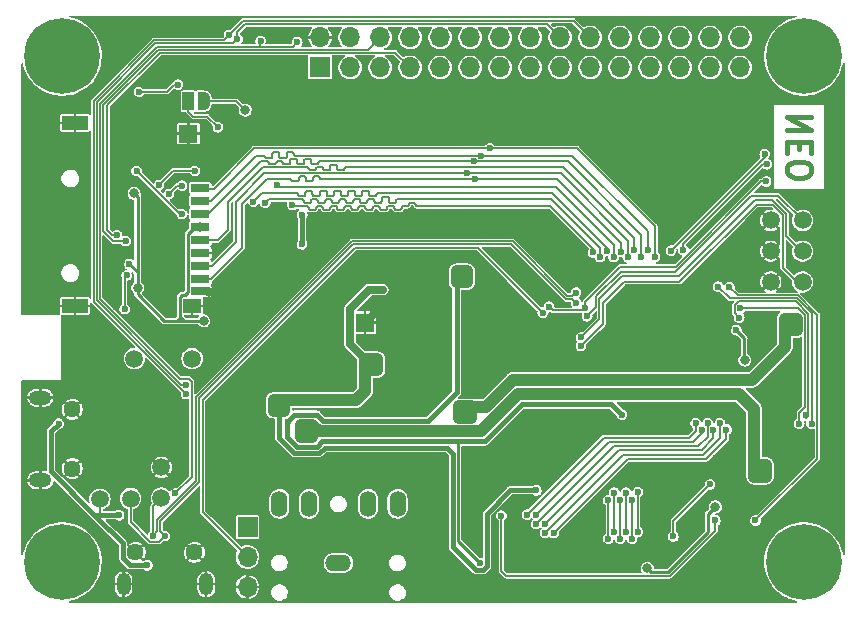
<source format=gbr>
%TF.GenerationSoftware,KiCad,Pcbnew,(5.99.0-8778-g8571687f51)*%
%TF.CreationDate,2021-02-03T12:08:04+08:00*%
%TF.ProjectId,lightboard-zero,6c696768-7462-46f6-9172-642d7a65726f,rev?*%
%TF.SameCoordinates,Original*%
%TF.FileFunction,Copper,L2,Bot*%
%TF.FilePolarity,Positive*%
%FSLAX46Y46*%
G04 Gerber Fmt 4.6, Leading zero omitted, Abs format (unit mm)*
G04 Created by KiCad (PCBNEW (5.99.0-8778-g8571687f51)) date 2021-02-03 12:08:04*
%MOMM*%
%LPD*%
G01*
G04 APERTURE LIST*
G04 Aperture macros list*
%AMFreePoly0*
4,1,22,0.550000,-0.750000,0.000000,-0.750000,0.000000,-0.745033,-0.079941,-0.743568,-0.215256,-0.701293,-0.333266,-0.622738,-0.424486,-0.514219,-0.481581,-0.384460,-0.499164,-0.250000,-0.500000,-0.250000,-0.500000,0.250000,-0.499164,0.250000,-0.499963,0.256109,-0.478152,0.396186,-0.417904,0.524511,-0.324060,0.630769,-0.204165,0.706417,-0.067858,0.745374,0.000000,0.744959,0.000000,0.750000,
0.550000,0.750000,0.550000,-0.750000,0.550000,-0.750000,$1*%
%AMFreePoly1*
4,1,20,0.000000,0.744959,0.073905,0.744508,0.209726,0.703889,0.328688,0.626782,0.421226,0.519385,0.479903,0.390333,0.500000,0.250000,0.500000,-0.250000,0.499851,-0.262216,0.476331,-0.402017,0.414519,-0.529596,0.319384,-0.634700,0.198574,-0.708877,0.061801,-0.746166,0.000000,-0.745033,0.000000,-0.750000,-0.550000,-0.750000,-0.550000,0.750000,0.000000,0.750000,0.000000,0.744959,
0.000000,0.744959,$1*%
G04 Aperture macros list end*
%ADD10C,0.400000*%
%TA.AperFunction,ComponentPad*%
%ADD11C,0.800000*%
%TD*%
%TA.AperFunction,ComponentPad*%
%ADD12C,6.400000*%
%TD*%
%TA.AperFunction,ComponentPad*%
%ADD13C,1.500000*%
%TD*%
%TA.AperFunction,ComponentPad*%
%ADD14O,1.200000X1.900000*%
%TD*%
%TA.AperFunction,ComponentPad*%
%ADD15C,1.450000*%
%TD*%
%TA.AperFunction,ComponentPad*%
%ADD16O,2.199996X1.399997*%
%TD*%
%TA.AperFunction,ComponentPad*%
%ADD17O,1.399997X2.199996*%
%TD*%
%TA.AperFunction,ComponentPad*%
%ADD18R,1.700000X1.700000*%
%TD*%
%TA.AperFunction,ComponentPad*%
%ADD19O,1.700000X1.700000*%
%TD*%
%TA.AperFunction,SMDPad,CuDef*%
%ADD20R,1.600000X1.600000*%
%TD*%
%TA.AperFunction,ComponentPad*%
%ADD21O,1.900000X1.200000*%
%TD*%
%TA.AperFunction,SMDPad,CuDef*%
%ADD22FreePoly0,180.000000*%
%TD*%
%TA.AperFunction,SMDPad,CuDef*%
%ADD23R,1.000000X1.500000*%
%TD*%
%TA.AperFunction,SMDPad,CuDef*%
%ADD24FreePoly1,180.000000*%
%TD*%
%TA.AperFunction,SMDPad,CuDef*%
%ADD25R,1.600000X0.700000*%
%TD*%
%TA.AperFunction,SMDPad,CuDef*%
%ADD26R,2.200000X1.200000*%
%TD*%
%TA.AperFunction,SMDPad,CuDef*%
%ADD27R,1.500000X1.200000*%
%TD*%
%TA.AperFunction,SMDPad,CuDef*%
%ADD28R,1.600000X1.500000*%
%TD*%
%TA.AperFunction,SMDPad,CuDef*%
%ADD29C,1.500000*%
%TD*%
%TA.AperFunction,ViaPad*%
%ADD30C,0.600000*%
%TD*%
%TA.AperFunction,ViaPad*%
%ADD31C,0.800000*%
%TD*%
%TA.AperFunction,ViaPad*%
%ADD32C,1.200000*%
%TD*%
%TA.AperFunction,ViaPad*%
%ADD33C,2.000000*%
%TD*%
%TA.AperFunction,ViaPad*%
%ADD34C,1.000000*%
%TD*%
%TA.AperFunction,Conductor*%
%ADD35C,0.127000*%
%TD*%
%TA.AperFunction,Conductor*%
%ADD36C,1.016000*%
%TD*%
%TA.AperFunction,Conductor*%
%ADD37C,0.431800*%
%TD*%
%TA.AperFunction,Conductor*%
%ADD38C,0.381000*%
%TD*%
%TA.AperFunction,Conductor*%
%ADD39C,0.254000*%
%TD*%
%TA.AperFunction,Conductor*%
%ADD40C,0.685800*%
%TD*%
G04 APERTURE END LIST*
D10*
X67004761Y-8726190D02*
X65004761Y-8726190D01*
X67004761Y-9869047D01*
X65004761Y-9869047D01*
X65957142Y-10821428D02*
X65957142Y-11488095D01*
X67004761Y-11773809D02*
X67004761Y-10821428D01*
X65004761Y-10821428D01*
X65004761Y-11773809D01*
X65004761Y-13011904D02*
X65004761Y-13392857D01*
X65100000Y-13583333D01*
X65290476Y-13773809D01*
X65671428Y-13869047D01*
X66338095Y-13869047D01*
X66719047Y-13773809D01*
X66909523Y-13583333D01*
X67004761Y-13392857D01*
X67004761Y-13011904D01*
X66909523Y-12821428D01*
X66719047Y-12630952D01*
X66338095Y-12535714D01*
X65671428Y-12535714D01*
X65290476Y-12630952D01*
X65100000Y-12821428D01*
X65004761Y-13011904D01*
D11*
%TO.P,H3,1,1*%
%TO.N,unconnected-(H3-Pad1)*%
X5297056Y-1902944D03*
D12*
X3600000Y-3600000D03*
D11*
X1902944Y-5297056D03*
X1902944Y-1902944D03*
X3600000Y-1200000D03*
X3600000Y-6000000D03*
X5297056Y-5297056D03*
X6000000Y-3600000D03*
X1200000Y-3600000D03*
%TD*%
D13*
%TO.P,Y2,1,1*%
%TO.N,CH340_XI*%
X14600000Y-29200000D03*
%TO.P,Y2,2,2*%
%TO.N,CH340_XO*%
X9720000Y-29200000D03*
%TD*%
D14*
%TO.P,J1,6,Shield*%
%TO.N,SOC_GND*%
X15800000Y-48300000D03*
X8800000Y-48300000D03*
D15*
X14800000Y-45600000D03*
X9800000Y-45600000D03*
%TD*%
D16*
%TO.P,CN1,1,A*%
%TO.N,HPCOM*%
X27000000Y-46499995D03*
D17*
%TO.P,CN1,2,B*%
%TO.N,HPR*%
X22000010Y-41500005D03*
%TO.P,CN1,3,C*%
X24499878Y-41500005D03*
%TO.P,CN1,4,D*%
%TO.N,HPL*%
X29499868Y-41500005D03*
%TO.P,CN1,5,E*%
X31999990Y-41500005D03*
%TD*%
D18*
%TO.P,J5,1,Pin_1*%
%TO.N,LINL*%
X19300000Y-43450000D03*
D19*
%TO.P,J5,2,Pin_2*%
%TO.N,LRADC*%
X19300000Y-45990000D03*
%TO.P,J5,3,Pin_3*%
%TO.N,SOC_GND*%
X19300000Y-48530000D03*
%TD*%
D18*
%TO.P,J3,1,Pin_1*%
%TO.N,IO3V3*%
X25440000Y-4540000D03*
D19*
%TO.P,J3,2,Pin_2*%
%TO.N,SOC_GND*%
X25440000Y-2000000D03*
%TO.P,J3,3,Pin_3*%
%TO.N,IO3V3*%
X27980000Y-4540000D03*
%TO.P,J3,4,Pin_4*%
%TO.N,BAT_ADC*%
X27980000Y-2000000D03*
%TO.P,J3,5,Pin_5*%
%TO.N,PA1*%
X30520000Y-4540000D03*
%TO.P,J3,6,Pin_6*%
%TO.N,PA2*%
X30520000Y-2000000D03*
%TO.P,J3,7,Pin_7*%
%TO.N,PA3*%
X33060000Y-4540000D03*
%TO.P,J3,8,Pin_8*%
%TO.N,PC3*%
X33060000Y-2000000D03*
%TO.P,J3,9,Pin_9*%
%TO.N,PC2*%
X35600000Y-4540000D03*
%TO.P,J3,10,Pin_10*%
%TO.N,PC1*%
X35600000Y-2000000D03*
%TO.P,J3,11,Pin_11*%
%TO.N,PC0*%
X38140000Y-4540000D03*
%TO.P,J3,12,Pin_12*%
%TO.N,PF0*%
X38140000Y-2000000D03*
%TO.P,J3,13,Pin_13*%
%TO.N,PF1*%
X40680000Y-4540000D03*
%TO.P,J3,14,Pin_14*%
%TO.N,PF2*%
X40680000Y-2000000D03*
%TO.P,J3,15,Pin_15*%
%TO.N,PF3*%
X43220000Y-4540000D03*
%TO.P,J3,16,Pin_16*%
%TO.N,PF4*%
X43220000Y-2000000D03*
%TO.P,J3,17,Pin_17*%
%TO.N,PF5*%
X45760000Y-4540000D03*
%TO.P,J3,18,Pin_18*%
%TO.N,PE0*%
X45760000Y-2000000D03*
%TO.P,J3,19,Pin_19*%
%TO.N,CLK_OUT*%
X48300000Y-4540000D03*
%TO.P,J3,20,Pin_20*%
%TO.N,PE1*%
X48300000Y-2000000D03*
%TO.P,J3,21,Pin_21*%
%TO.N,DA_LRCK*%
X50840000Y-4540000D03*
%TO.P,J3,22,Pin_22*%
%TO.N,DA_BCLK*%
X50840000Y-2000000D03*
%TO.P,J3,23,Pin_23*%
%TO.N,PE6*%
X53380000Y-4540000D03*
%TO.P,J3,24,Pin_24*%
%TO.N,PE5*%
X53380000Y-2000000D03*
%TO.P,J3,25,Pin_25*%
%TO.N,PE8*%
X55920000Y-4540000D03*
%TO.P,J3,26,Pin_26*%
%TO.N,PE7*%
X55920000Y-2000000D03*
%TO.P,J3,27,Pin_27*%
%TO.N,PE10*%
X58460000Y-4540000D03*
%TO.P,J3,28,Pin_28*%
%TO.N,PE9*%
X58460000Y-2000000D03*
%TO.P,J3,29,Pin_29*%
%TO.N,PE12*%
X61000000Y-4540000D03*
%TO.P,J3,30,Pin_30*%
%TO.N,PE11*%
X61000000Y-2000000D03*
%TD*%
D11*
%TO.P,H1,1,1*%
%TO.N,unconnected-(H1-Pad1)*%
X5297056Y-44702944D03*
X1902944Y-48097056D03*
X5297056Y-48097056D03*
X1200000Y-46400000D03*
D12*
X3600000Y-46400000D03*
D11*
X3600000Y-48800000D03*
X3600000Y-44000000D03*
X6000000Y-46400000D03*
X1902944Y-44702944D03*
%TD*%
%TO.P,H2,1,1*%
%TO.N,unconnected-(H2-Pad1)*%
X64000000Y-46400000D03*
X66400000Y-48800000D03*
X68800000Y-46400000D03*
X64702944Y-44702944D03*
D12*
X66400000Y-46400000D03*
D11*
X68097056Y-44702944D03*
X66400000Y-44000000D03*
X68097056Y-48097056D03*
X64702944Y-48097056D03*
%TD*%
D20*
%TO.P,U2,21,EPAD*%
%TO.N,SOC_GND*%
X29250000Y-26150000D03*
%TD*%
D21*
%TO.P,J2,6,Shield*%
%TO.N,SOC_GND*%
X1762500Y-32500000D03*
D15*
X4462500Y-33500000D03*
X4462500Y-38500000D03*
D21*
X1762500Y-39500000D03*
%TD*%
D11*
%TO.P,H4,1,1*%
%TO.N,unconnected-(H4-Pad1)*%
X66400000Y-1200000D03*
X68097056Y-1902944D03*
X64000000Y-3600000D03*
X68800000Y-3600000D03*
X66400000Y-6000000D03*
X64702944Y-5297056D03*
D12*
X66400000Y-3600000D03*
D11*
X68097056Y-5297056D03*
X64702944Y-1902944D03*
%TD*%
D22*
%TO.P,JP1,1,A*%
%TO.N,HPVCC*%
X15600000Y-7400000D03*
D23*
%TO.P,JP1,2,C*%
%TO.N,Net-(JP1-Pad2)*%
X14300000Y-7400000D03*
D24*
%TO.P,JP1,3,B*%
%TO.N,SOC_GND*%
X13000000Y-7400000D03*
%TD*%
D25*
%TO.P,U3,1,DAT2*%
%TO.N,PF5*%
X15300000Y-14750000D03*
%TO.P,U3,2,DAT3/CD*%
%TO.N,PF4*%
X15300000Y-15850000D03*
%TO.P,U3,3,CMD*%
%TO.N,PF3*%
X15300000Y-16950000D03*
%TO.P,U3,4,VDD*%
%TO.N,HPVCC*%
X15300000Y-18050000D03*
%TO.P,U3,5,CLK*%
%TO.N,PF2*%
X15300000Y-19150000D03*
%TO.P,U3,6,VSS*%
%TO.N,SOC_GND*%
X15300000Y-20250000D03*
%TO.P,U3,7,DAT0*%
%TO.N,PF1*%
X15300000Y-21350000D03*
%TO.P,U3,8,DAT1*%
%TO.N,PF0*%
X15300000Y-22450000D03*
%TO.P,U3,9,DET*%
%TO.N,SOC_GND*%
X15300000Y-23500000D03*
D26*
%TO.P,U3,10,SHIELD*%
X4700000Y-24750000D03*
D27*
X14600000Y-24750000D03*
D28*
X14300000Y-10150000D03*
D26*
X4700000Y-9250000D03*
%TD*%
D29*
%TO.P,TP11,1,1*%
%TO.N,USB_IN*%
X6800000Y-41100000D03*
%TD*%
%TO.P,TP12,1,1*%
%TO.N,USB-DP*%
X9400000Y-41050000D03*
%TD*%
%TO.P,TP13,1,1*%
%TO.N,USB-DN*%
X12000000Y-41000000D03*
%TD*%
%TO.P,TP14,1,1*%
%TO.N,SOC_GND*%
X12000000Y-38400000D03*
%TD*%
%TO.P,TP10,1,1*%
%TO.N,SOC_GND*%
X63600000Y-17500000D03*
%TD*%
%TO.P,TP5,1,1*%
%TO.N,TV-IN0*%
X66300000Y-22700000D03*
%TD*%
%TO.P,TP6,1,1*%
%TO.N,TV-IN1*%
X66300000Y-20100000D03*
%TD*%
%TO.P,TP7,1,1*%
%TO.N,TVOUT*%
X66300000Y-17500000D03*
%TD*%
%TO.P,TP8,1,1*%
%TO.N,SOC_GND*%
X63600000Y-20100000D03*
%TD*%
%TO.P,TP9,1,1*%
%TO.N,SOC_GND*%
X63600000Y-22700000D03*
%TD*%
D30*
%TO.N,HOSCO*%
X55150004Y-20049996D03*
X63100002Y-11850000D03*
%TO.N,HOSCI*%
X63259343Y-12734343D03*
X56200000Y-20000000D03*
%TO.N,HPVCC*%
X9300000Y-21200000D03*
D31*
X19100000Y-8150000D03*
X15600000Y-26000000D03*
D30*
X51000000Y-33940000D03*
D31*
X37900000Y-22700000D03*
X37900000Y-21800000D03*
X37000000Y-21800000D03*
X37015000Y-22715000D03*
X10000000Y-23200000D03*
D30*
X38950000Y-46500000D03*
D31*
X58900000Y-41750000D03*
X15300000Y-18050000D03*
D30*
X22750004Y-34566487D03*
D31*
X53152000Y-46952000D03*
X9699998Y-15200000D03*
%TO.N,VDD-CORE*%
X38200000Y-34200000D03*
X65800000Y-26800000D03*
X37200000Y-33250000D03*
X65800000Y-25800000D03*
X38200000Y-33250000D03*
X64800000Y-26800000D03*
X64800000Y-25800000D03*
X37200000Y-34200000D03*
%TO.N,VCC-DRAM*%
X24800000Y-34800000D03*
X23800000Y-34800000D03*
X62200000Y-39200000D03*
X63200000Y-38200000D03*
X63200000Y-39200000D03*
X24800000Y-35800000D03*
D30*
X60689397Y-26789405D03*
D31*
X61387499Y-29312499D03*
X62200000Y-38200000D03*
X23800000Y-35800000D03*
D30*
%TO.N,+5V*%
X23925000Y-17000000D03*
D31*
X29250000Y-29250000D03*
D30*
X23912500Y-19512500D03*
X30050000Y-23350000D03*
D31*
X21500000Y-32700000D03*
X22400000Y-32700000D03*
X30300000Y-30150000D03*
X30300000Y-29250000D03*
X29250000Y-30150000D03*
D30*
X43749997Y-40350003D03*
D31*
X22400000Y-33600000D03*
X21500000Y-33600000D03*
D30*
X30750000Y-23350000D03*
%TO.N,RESET*%
X44818405Y-24790292D03*
X47900000Y-24890510D03*
X63200000Y-14200000D03*
%TO.N,PE6*%
X60100000Y-23150000D03*
X62300000Y-42900000D03*
%TO.N,PE12*%
X60921843Y-25721843D03*
X66550004Y-34000000D03*
%TO.N,PE11*%
X61025000Y-24925000D03*
X66000000Y-34700000D03*
%TO.N,TVOUT*%
X48056078Y-25600571D03*
%TO.N,TV-IN1*%
X47532972Y-27407028D03*
%TO.N,TV-IN0*%
X47529984Y-28134033D03*
%TO.N,PE0*%
X14100000Y-31400000D03*
X18450000Y-2149998D03*
%TO.N,PE1*%
X14100000Y-32200000D03*
X17750000Y-1800004D03*
%TO.N,PC1*%
X49714167Y-20085833D03*
X19799988Y-15900000D03*
%TO.N,SOC_GND*%
X69250000Y-29500000D03*
X63600000Y-20100000D03*
X59500000Y-48250000D03*
D31*
X33100000Y-16950000D03*
X62400000Y-3200000D03*
D30*
X64700000Y-38200000D03*
X8200000Y-24800000D03*
D31*
X62400000Y-5900000D03*
D30*
X36500000Y-47250000D03*
X59500000Y-47250000D03*
X60500000Y-48250000D03*
X36500000Y-46250000D03*
X5500000Y-22500000D03*
D32*
X12500000Y-20500000D03*
D33*
X54000000Y-28000000D03*
D30*
X11400000Y-24100000D03*
X65900000Y-38200000D03*
X60500000Y-47250000D03*
X23000000Y-38750000D03*
X22000000Y-38750000D03*
X29250000Y-38750000D03*
X64700000Y-39200000D03*
X16100000Y-37200000D03*
X29250000Y-37750000D03*
X30250000Y-38750000D03*
X30250000Y-37750000D03*
X6500000Y-37000000D03*
X53000000Y-27000000D03*
X11500000Y-19500000D03*
X45250000Y-34000000D03*
X39250000Y-30500000D03*
X53000000Y-29000000D03*
X39250000Y-31500000D03*
X60500000Y-46250000D03*
X44125000Y-34050000D03*
X63600000Y-17500000D03*
X46250000Y-34000000D03*
X35800000Y-29750000D03*
X39250000Y-24000000D03*
X24800000Y-17700000D03*
X14300000Y-5900000D03*
D31*
X9400000Y-7600000D03*
D30*
X51000000Y-47000000D03*
X54600000Y-46600000D03*
D31*
X25200000Y-9150000D03*
X28700000Y-7750000D03*
X27750000Y-7750000D03*
D30*
X13700000Y-37200000D03*
X37750000Y-47250000D03*
D31*
X28700000Y-8650000D03*
X27750000Y-8650000D03*
X1100000Y-21800000D03*
D30*
X33550000Y-10300000D03*
X54600000Y-15630000D03*
X31500000Y-30100000D03*
X13000000Y-24000000D03*
X27800000Y-30100000D03*
X39250000Y-24750000D03*
D31*
X14550000Y-26700000D03*
D30*
X41250000Y-25750000D03*
X41250000Y-24950000D03*
X16950000Y-19800000D03*
X17750000Y-31750000D03*
X4000000Y-30500000D03*
X4000000Y-28500000D03*
X4000000Y-26500000D03*
X55000000Y-27000000D03*
X55000000Y-29000000D03*
D31*
X35850000Y-17900000D03*
X20200000Y-23550000D03*
X37250000Y-17900000D03*
D30*
X69250000Y-19000000D03*
X750000Y-31500000D03*
X69250000Y-38500000D03*
X6500000Y-32000000D03*
X6500000Y-31100000D03*
X5100000Y-32000000D03*
X21600000Y-2100000D03*
X10000000Y-1000000D03*
X14900000Y-1000000D03*
X12500000Y-1000000D03*
X34500000Y-49250000D03*
X2250000Y-31500000D03*
D31*
X12150000Y-26650000D03*
D30*
X13500000Y-21500000D03*
X11500000Y-21500000D03*
X43000000Y-29750000D03*
X5000000Y-25000000D03*
D31*
X31600000Y-17900000D03*
D30*
X750000Y-17750000D03*
X750000Y-12000000D03*
X42250000Y-49250000D03*
X18000000Y-49250000D03*
X61250000Y-49250000D03*
X51500000Y-49250000D03*
X27000000Y-49250000D03*
X63600000Y-22700000D03*
X44600000Y-46925000D03*
X43050000Y-23000000D03*
X24500000Y-22050000D03*
X54650000Y-38200000D03*
X7500000Y-1000000D03*
X13900000Y-15800000D03*
D34*
X29250000Y-26150000D03*
D30*
X36500000Y-48250000D03*
X37750000Y-48250000D03*
X7500000Y-49250000D03*
D31*
X16050000Y-23550000D03*
D30*
X59500000Y-46250000D03*
D31*
X21500000Y-23550000D03*
D30*
X37700000Y-10200000D03*
X58350000Y-38200000D03*
X33500000Y-40450000D03*
X41925000Y-37800000D03*
X11425000Y-31850000D03*
X58800000Y-33450000D03*
D31*
X40910000Y-29110000D03*
D30*
X65100000Y-41600000D03*
X39150000Y-41750000D03*
X5100000Y-31100000D03*
X13500000Y-19500000D03*
D31*
X31650000Y-23250000D03*
X38700000Y-17900000D03*
D30*
X43400000Y-37650000D03*
X54150000Y-38850000D03*
X59000000Y-37650000D03*
X750000Y-6750000D03*
X69250000Y-9250000D03*
X48200000Y-22800000D03*
%TO.N,LCD_DE*%
X58446843Y-39846843D03*
X55350000Y-44250000D03*
%TO.N,LCD_D7*%
X52350000Y-40500000D03*
X52350000Y-43850004D03*
%TO.N,LCD_D6*%
X51850000Y-44450000D03*
X51850000Y-41150000D03*
%TO.N,LCD_D5*%
X51350000Y-40550000D03*
X51350000Y-43850000D03*
%TO.N,LCD_D4*%
X50850000Y-44450000D03*
X50850000Y-41150000D03*
%TO.N,LCD_D3*%
X50350000Y-40550000D03*
X50350000Y-43850000D03*
%TO.N,LCD_D2*%
X49850000Y-41200000D03*
X49850000Y-44450000D03*
%TO.N,LCD_D23*%
X59850000Y-35200000D03*
X45227013Y-43950000D03*
%TO.N,LCD_D22*%
X44500000Y-43950000D03*
X59300000Y-34650000D03*
%TO.N,LCD_D21*%
X44488329Y-43200000D03*
X58750000Y-35200000D03*
%TO.N,LCD_D20*%
X58250000Y-34650000D03*
X43750000Y-43200000D03*
%TO.N,LCD_D19*%
X57750000Y-35250000D03*
X43743334Y-42399997D03*
%TO.N,LCD_D18*%
X57250000Y-34650000D03*
X42950000Y-42400000D03*
%TO.N,PF5*%
X53800000Y-20600000D03*
X39800000Y-11400000D03*
%TO.N,PF4*%
X53212613Y-20012613D03*
X39100000Y-12000000D03*
%TO.N,PF3*%
X52608289Y-20605856D03*
X38470000Y-12500000D03*
%TO.N,PF2*%
X52063246Y-20036754D03*
%TO.N,PF1*%
X51500000Y-20600000D03*
X37900000Y-13500000D03*
%TO.N,PF0*%
X50900000Y-20150000D03*
X38561012Y-14018988D03*
%TO.N,PC0*%
X50300000Y-20599986D03*
X21800000Y-14509490D03*
%TO.N,PC2*%
X49149997Y-20599997D03*
X20800000Y-16000000D03*
%TO.N,PC3*%
X48545088Y-20196726D03*
X23100000Y-16200000D03*
%TO.N,USB-DP*%
X47100000Y-24449996D03*
X12300000Y-44200000D03*
%TO.N,USB-DN*%
X47100000Y-23600000D03*
X11300000Y-44200000D03*
%TO.N,USB_IN*%
X3300004Y-34700000D03*
X8425000Y-42450000D03*
X10825000Y-46700000D03*
%TO.N,Net-(D8-Pad1)*%
X10100000Y-6600000D03*
X13400000Y-6000000D03*
%TO.N,ESP8266_D0*%
X14850000Y-13300000D03*
X11800000Y-14500000D03*
%TO.N,ESP8266_CMD*%
X12650000Y-15250000D03*
X13745000Y-14555000D03*
%TO.N,ESP8266_D2*%
X13750000Y-16950000D03*
X9900000Y-13300000D03*
%TO.N,CLK_OUT*%
X23500014Y-2400000D03*
X20400000Y-2300000D03*
X13200000Y-40600000D03*
%TO.N,Net-(R31-Pad2)*%
X40799998Y-42500000D03*
X58900000Y-42900000D03*
%TO.N,PA2*%
X9000000Y-19250000D03*
%TO.N,PA3*%
X8250000Y-18750000D03*
%TO.N,Net-(R33-Pad1)*%
X8900000Y-25000000D03*
X9053157Y-22153157D03*
%TO.N,PE5*%
X59149994Y-23100000D03*
X67050000Y-34700000D03*
%TO.N,LRADC*%
X44300000Y-25300000D03*
%TO.N,Net-(JP1-Pad2)*%
X16800000Y-9600000D03*
%TD*%
D35*
%TO.N,HOSCO*%
X63100000Y-11849998D02*
X63100002Y-11850000D01*
X63100002Y-12099998D02*
X63100002Y-11850000D01*
X55150004Y-20049996D02*
X63100002Y-12099998D01*
X63100002Y-11800012D02*
X63100002Y-11850000D01*
X63200014Y-11700000D02*
X63100002Y-11800012D01*
X63100000Y-11700000D02*
X63100000Y-11849998D01*
%TO.N,HOSCI*%
X56200000Y-20000000D02*
X56200000Y-19450000D01*
X56200000Y-19450000D02*
X62915657Y-12734343D01*
X62915657Y-12734343D02*
X63259343Y-12734343D01*
D36*
%TO.N,HPVCC*%
X37900000Y-21800000D02*
X37900000Y-22700000D01*
X37015000Y-22715000D02*
X37885000Y-22715000D01*
D37*
X23447542Y-36650910D02*
X25152458Y-36650910D01*
D36*
X37885000Y-22715000D02*
X37900000Y-22700000D01*
D38*
X37015000Y-22715000D02*
X37360000Y-22370000D01*
D39*
X37129080Y-36320920D02*
X37129080Y-44679080D01*
D37*
X25609448Y-36193920D02*
X39409449Y-36193919D01*
X42552458Y-33050910D02*
X50110910Y-33050910D01*
X50110910Y-33050910D02*
X51000000Y-33940000D01*
X39409449Y-36193919D02*
X42552458Y-33050910D01*
X25152458Y-36650910D02*
X25609448Y-36193920D01*
D39*
X37129080Y-44679080D02*
X38950000Y-46500000D01*
D37*
X37015000Y-22715000D02*
X37015000Y-32060000D01*
D39*
X10000000Y-23765685D02*
X10000000Y-23200000D01*
X12234315Y-26000000D02*
X10000000Y-23765685D01*
D37*
X22636881Y-34566487D02*
X22636881Y-35840249D01*
D39*
X9699998Y-15200000D02*
X10000000Y-15500002D01*
X10000000Y-21900000D02*
X10000000Y-22000000D01*
X14245999Y-23554001D02*
X14000000Y-23800000D01*
D37*
X22636881Y-35840249D02*
X23447542Y-36650910D01*
D39*
X13595999Y-25895999D02*
X13700000Y-26000000D01*
X13700000Y-26000000D02*
X13200000Y-26000000D01*
X14000000Y-23800000D02*
X13742798Y-23800000D01*
X14245999Y-18654001D02*
X14245999Y-23554001D01*
X14850000Y-18050000D02*
X14245999Y-18654001D01*
X13742798Y-23800000D02*
X13595999Y-23946799D01*
X15300000Y-18050000D02*
X14850000Y-18050000D01*
X13200000Y-26000000D02*
X12234315Y-26000000D01*
X15300000Y-18050000D02*
X15300000Y-18050000D01*
D35*
X15600000Y-7400000D02*
X18350000Y-7400000D01*
D39*
X13891998Y-26000000D02*
X13595999Y-25704001D01*
X13900000Y-26000000D02*
X13891998Y-26000000D01*
X13900000Y-26000000D02*
X13700000Y-26000000D01*
X13300000Y-26000000D02*
X13200000Y-26000000D01*
X13595999Y-25704001D02*
X13300000Y-26000000D01*
X15600000Y-26000000D02*
X15600000Y-26000000D01*
D35*
X18350000Y-7400000D02*
X19100000Y-8150000D01*
D37*
X34582900Y-34492100D02*
X25695468Y-34492100D01*
X25152458Y-33949090D02*
X23254278Y-33949090D01*
X25695468Y-34492100D02*
X25152458Y-33949090D01*
X23254278Y-33949090D02*
X22636881Y-34566487D01*
D39*
X10000000Y-22000000D02*
X10000000Y-23200000D01*
X9300000Y-21200000D02*
X10000000Y-21900000D01*
X10000000Y-15500002D02*
X10000000Y-22000000D01*
X15600000Y-26000000D02*
X13900000Y-26000000D01*
D36*
X37000000Y-21800000D02*
X37000000Y-22700000D01*
X37000000Y-21800000D02*
X37900000Y-21800000D01*
X37000000Y-22700000D02*
X37015000Y-22715000D01*
D39*
X13595999Y-23946799D02*
X13595999Y-25704001D01*
X13595999Y-25704001D02*
X13595999Y-25895999D01*
D37*
X37015000Y-32060000D02*
X34582900Y-34492100D01*
X22636881Y-34566487D02*
X22750004Y-34566487D01*
D39*
X58325000Y-42325000D02*
X58325000Y-43875000D01*
X58900000Y-41750000D02*
X58325000Y-42325000D01*
X54917511Y-47282489D02*
X53482489Y-47282489D01*
X58325000Y-43875000D02*
X54917511Y-47282489D01*
X53482489Y-47282489D02*
X53152000Y-46952000D01*
D36*
%TO.N,VDD-CORE*%
X37200000Y-34200000D02*
X38200000Y-34200000D01*
X65800000Y-25800000D02*
X65800000Y-26800000D01*
X65800000Y-25800000D02*
X64800000Y-25800000D01*
X65000000Y-26800000D02*
X64800000Y-26600000D01*
X65800000Y-26800000D02*
X65000000Y-26800000D01*
X64800000Y-26600000D02*
X64800000Y-25800000D01*
X37200000Y-34200000D02*
X37200000Y-33250000D01*
X62000000Y-31000000D02*
X64800000Y-28200000D01*
X41750000Y-31000000D02*
X62000000Y-31000000D01*
X39485001Y-33264999D02*
X41750000Y-31000000D01*
X64800000Y-28200000D02*
X64800000Y-26600000D01*
X38185001Y-33264999D02*
X39485001Y-33264999D01*
X38200000Y-33250000D02*
X38200000Y-34200000D01*
X37200000Y-33250000D02*
X38200000Y-33250000D01*
D39*
%TO.N,VCC-DRAM*%
X61387499Y-29312499D02*
X61350000Y-29275000D01*
D36*
X62200000Y-38200000D02*
X62200000Y-39200000D01*
X60950000Y-32200000D02*
X62200000Y-33450000D01*
X39056990Y-35343010D02*
X42200000Y-32200000D01*
X25343010Y-35343010D02*
X39056990Y-35343010D01*
X24800000Y-34800000D02*
X24800000Y-35800000D01*
X62200000Y-38200000D02*
X62200000Y-38200000D01*
X24800000Y-34800000D02*
X25343010Y-35343010D01*
X62200000Y-38200000D02*
X63200000Y-38200000D01*
X63200000Y-39200000D02*
X62200000Y-39200000D01*
D39*
X61350000Y-29275000D02*
X61350000Y-27450008D01*
D36*
X23800000Y-34800000D02*
X24800000Y-34800000D01*
D39*
X61350000Y-27450008D02*
X60689397Y-26789405D01*
D36*
X63200000Y-38200000D02*
X63200000Y-39200000D01*
X23800000Y-34800000D02*
X23800000Y-35800000D01*
X62200000Y-33450000D02*
X62200000Y-38200000D01*
X42200000Y-32200000D02*
X60950000Y-32200000D01*
X24800000Y-35800000D02*
X23800000Y-35800000D01*
%TO.N,+5V*%
X22400000Y-32700000D02*
X28500000Y-32700000D01*
X29250000Y-31950000D02*
X29250000Y-29250000D01*
X29250000Y-29250000D02*
X30300000Y-29250000D01*
D40*
X30050000Y-23350000D02*
X29604178Y-23350000D01*
D36*
X30300000Y-29250000D02*
X30300000Y-30150000D01*
D38*
X22000001Y-35957724D02*
X22000001Y-33999999D01*
X36684570Y-37259570D02*
X36152329Y-36727328D01*
X25373402Y-37184320D02*
X23226597Y-37184320D01*
X43749997Y-40350003D02*
X41549997Y-40350003D01*
D36*
X21500000Y-32700000D02*
X21500000Y-33600000D01*
D38*
X23912500Y-19512500D02*
X23912500Y-17012500D01*
D40*
X27980099Y-27980099D02*
X29250000Y-29250000D01*
X29604178Y-23350000D02*
X27980099Y-24974079D01*
D38*
X23912500Y-17012500D02*
X23925000Y-17000000D01*
D36*
X21500000Y-33600000D02*
X22400000Y-33600000D01*
X29250000Y-29250000D02*
X29250000Y-30150000D01*
X30300000Y-30150000D02*
X29250000Y-30150000D01*
D38*
X22000001Y-33999999D02*
X22400000Y-33600000D01*
D40*
X30050000Y-23350000D02*
X30750000Y-23350000D01*
D38*
X41549997Y-40350003D02*
X39567501Y-42332499D01*
X39567501Y-42332499D02*
X39567501Y-46796401D01*
X36684570Y-45148472D02*
X36684570Y-37259570D01*
X39567501Y-46796401D02*
X39246401Y-47117501D01*
X39246401Y-47117501D02*
X38653599Y-47117501D01*
X38653599Y-47117501D02*
X36684570Y-45148472D01*
X25830394Y-36727328D02*
X25373402Y-37184320D01*
X36152329Y-36727328D02*
X25830394Y-36727328D01*
D40*
X27980099Y-24974079D02*
X27980099Y-27980099D01*
D36*
X21500000Y-32700000D02*
X22400000Y-32700000D01*
D38*
X23226597Y-37184320D02*
X22000001Y-35957724D01*
D36*
X22400000Y-33600000D02*
X22400000Y-32700000D01*
X28500000Y-32700000D02*
X29250000Y-31950000D01*
D35*
%TO.N,RESET*%
X47900000Y-24375736D02*
X47900000Y-24890510D01*
X63200000Y-14200000D02*
X62775736Y-14200000D01*
X55575736Y-21400000D02*
X50875736Y-21400000D01*
X62775736Y-14200000D02*
X55575736Y-21400000D01*
X50875736Y-21400000D02*
X47900000Y-24375736D01*
X45128113Y-25100000D02*
X44818405Y-24790292D01*
X47900000Y-24890510D02*
X47690510Y-25100000D01*
X47690510Y-25100000D02*
X45128113Y-25100000D01*
%TO.N,PE6*%
X62300000Y-42900000D02*
X67540501Y-37659499D01*
X67540501Y-25474987D02*
X65907495Y-23841981D01*
X67540501Y-37659499D02*
X67540501Y-25474987D01*
X65907495Y-23841981D02*
X60791981Y-23841981D01*
X62300000Y-42900000D02*
X62300000Y-42900000D01*
X60791981Y-23841981D02*
X60100000Y-23150000D01*
%TO.N,PE12*%
X66752519Y-33797485D02*
X66550004Y-34000000D01*
X60534499Y-25334499D02*
X60534499Y-24689559D01*
X66752519Y-25405453D02*
X66752519Y-33797485D01*
X60874058Y-24350000D02*
X65697066Y-24350000D01*
X65697066Y-24350000D02*
X66752519Y-25405453D01*
X60534499Y-24689559D02*
X60874058Y-24350000D01*
X66550004Y-34250004D02*
X66550004Y-34000000D01*
X60921843Y-25721843D02*
X60534499Y-25334499D01*
%TO.N,PE11*%
X66000000Y-34700000D02*
X66000000Y-34700000D01*
X66000000Y-33774056D02*
X66000000Y-34700000D01*
X61025000Y-24925000D02*
X65912842Y-24925000D01*
X65912842Y-24925000D02*
X66498510Y-25510668D01*
X66498510Y-33275546D02*
X66000000Y-33774056D01*
X66498510Y-25510668D02*
X66498510Y-33275546D01*
%TO.N,TVOUT*%
X64225000Y-15425000D02*
X61935000Y-15425000D01*
X48800000Y-23910000D02*
X48800000Y-24856649D01*
X55530000Y-21830000D02*
X50880000Y-21830000D01*
X61935000Y-15425000D02*
X55530000Y-21830000D01*
X48800000Y-24856649D02*
X48056078Y-25600571D01*
X50880000Y-21830000D02*
X48800000Y-23910000D01*
X66300000Y-17500000D02*
X64225000Y-15425000D01*
%TO.N,TV-IN1*%
X63731167Y-15780000D02*
X64894512Y-16943345D01*
X64894512Y-16943345D02*
X64894512Y-18794512D01*
X49100000Y-24130000D02*
X51030000Y-22200000D01*
X49100000Y-25840000D02*
X49100000Y-24130000D01*
X64894512Y-18794512D02*
X66200000Y-20100000D01*
X47532972Y-27407028D02*
X49100000Y-25840000D01*
X51030000Y-22200000D02*
X55820000Y-22200000D01*
X62240000Y-15780000D02*
X63731167Y-15780000D01*
X55820000Y-22200000D02*
X62240000Y-15780000D01*
%TO.N,TV-IN0*%
X64640501Y-17048559D02*
X64640501Y-21540501D01*
X65800000Y-22700000D02*
X66200000Y-22700000D01*
X64640501Y-21540501D02*
X65800000Y-22700000D01*
X47529984Y-28134033D02*
X49400000Y-26264017D01*
X63751942Y-16160000D02*
X64640501Y-17048559D01*
X49400000Y-24470000D02*
X51170000Y-22700000D01*
X55870000Y-22700000D02*
X62410000Y-16160000D01*
X62410000Y-16160000D02*
X63751942Y-16160000D01*
X49400000Y-26264017D02*
X49400000Y-24470000D01*
X51170000Y-22700000D02*
X55870000Y-22700000D01*
%TO.N,PE0*%
X13675736Y-31400000D02*
X6545989Y-24270253D01*
X14100000Y-31400000D02*
X13675736Y-31400000D01*
X45760000Y-2000000D02*
X44660000Y-900000D01*
X19100000Y-900000D02*
X18450000Y-1550000D01*
X6545989Y-7454011D02*
X11495989Y-2504011D01*
X18095987Y-2504011D02*
X18450000Y-2149998D01*
X11495989Y-2504011D02*
X18095987Y-2504011D01*
X6545989Y-24270253D02*
X6545989Y-7454011D01*
X44660000Y-900000D02*
X19100000Y-900000D01*
X18450000Y-1550000D02*
X18450000Y-2149998D01*
%TO.N,PE1*%
X46900000Y-600000D02*
X18950004Y-600000D01*
X6291978Y-7348798D02*
X11390776Y-2250000D01*
X14100000Y-32200000D02*
X6291978Y-24391978D01*
X48300000Y-2000000D02*
X46900000Y-600000D01*
X11390776Y-2250000D02*
X17300004Y-2250000D01*
X6291978Y-24391978D02*
X6291978Y-7348798D01*
X17300004Y-2250000D02*
X17750000Y-1800004D01*
X18950004Y-600000D02*
X17750000Y-1800004D01*
%TO.N,PC1*%
X25990096Y-15056612D02*
X25997492Y-15077748D01*
X23590096Y-15256611D02*
X23597492Y-15277747D01*
X24178183Y-15362348D02*
X24190096Y-15343388D01*
X29021816Y-15037652D02*
X29037651Y-15021817D01*
X29562348Y-15021817D02*
X29578183Y-15037652D01*
X27197492Y-15077748D02*
X27200000Y-15100000D01*
X28409903Y-15343388D02*
X28421816Y-15362348D01*
X24743388Y-15009904D02*
X24762348Y-15021817D01*
X26621816Y-15037652D02*
X26637651Y-15021817D01*
X29637651Y-15378183D02*
X29656611Y-15390096D01*
X28437651Y-15378183D02*
X28456611Y-15390096D01*
X27800000Y-15300000D02*
X27800000Y-15100000D01*
X26077747Y-15397492D02*
X26100000Y-15400000D01*
X28922252Y-15397492D02*
X28943388Y-15390096D01*
X19800000Y-15900012D02*
X19800000Y-16050000D01*
X24162348Y-15378183D02*
X24178183Y-15362348D01*
X30190096Y-15343388D02*
X30197492Y-15322252D01*
X30202507Y-15277747D02*
X30209903Y-15256611D01*
X24700000Y-15000000D02*
X24722252Y-15002508D01*
X27778183Y-15362348D02*
X27790096Y-15343388D01*
X27221816Y-15362348D02*
X27237651Y-15378183D01*
X27256611Y-15390096D02*
X27277747Y-15397492D01*
X27190096Y-15056612D02*
X27197492Y-15077748D01*
X19799988Y-15900000D02*
X19800000Y-15900012D01*
X27100000Y-15000000D02*
X27122252Y-15002508D01*
X24122252Y-15397492D02*
X24143388Y-15390096D01*
X29522252Y-15002508D02*
X29543388Y-15009904D01*
X28397492Y-15077748D02*
X28400000Y-15100000D01*
X28400000Y-15100000D02*
X28400000Y-15300000D01*
X27162348Y-15021817D02*
X27178183Y-15037652D01*
X27122252Y-15002508D02*
X27143388Y-15009904D01*
X19800000Y-16050000D02*
X19800000Y-15900000D01*
X30143388Y-15390096D02*
X30162348Y-15378183D01*
X24300000Y-15000000D02*
X24700000Y-15000000D01*
X24202507Y-15077748D02*
X24209903Y-15056612D01*
X27209903Y-15343388D02*
X27221816Y-15362348D01*
X25300000Y-15400000D02*
X25322252Y-15397492D01*
X28477747Y-15397492D02*
X28500000Y-15400000D01*
X27809903Y-15056612D02*
X27821816Y-15037652D01*
X26037651Y-15378183D02*
X26056611Y-15390096D01*
X28997492Y-15322252D02*
X29000000Y-15300000D01*
X29597492Y-15077748D02*
X29600000Y-15100000D01*
X26590096Y-15343388D02*
X26597492Y-15322252D01*
X28962348Y-15378183D02*
X28978183Y-15362348D01*
X27877747Y-15002508D02*
X27900000Y-15000000D01*
X26009903Y-15343388D02*
X26021816Y-15362348D01*
X29077747Y-15002508D02*
X29100000Y-15000000D01*
X24800000Y-15300000D02*
X24802507Y-15322252D01*
X27200000Y-15100000D02*
X27200000Y-15300000D01*
X29037651Y-15021817D02*
X29056611Y-15009904D01*
X24277747Y-15002508D02*
X24300000Y-15000000D01*
X27300000Y-15400000D02*
X27700000Y-15400000D01*
X23677747Y-15397492D02*
X23700000Y-15400000D01*
X28343388Y-15009904D02*
X28362348Y-15021817D01*
X25400000Y-15100000D02*
X25402507Y-15077748D01*
X24790096Y-15056612D02*
X24797492Y-15077748D01*
X27802507Y-15077748D02*
X27809903Y-15056612D01*
X23597492Y-15277747D02*
X23602507Y-15322252D01*
X27762348Y-15378183D02*
X27778183Y-15362348D01*
X29002507Y-15077748D02*
X29009903Y-15056612D01*
X30162348Y-15378183D02*
X30178183Y-15362348D01*
X25456611Y-15009904D02*
X25477747Y-15002508D01*
X26522252Y-15397492D02*
X26543388Y-15390096D01*
X24778183Y-15037652D02*
X24790096Y-15056612D01*
X25962348Y-15021817D02*
X25978183Y-15037652D01*
X26021816Y-15362348D02*
X26037651Y-15378183D01*
X25978183Y-15037652D02*
X25990096Y-15056612D01*
X28402507Y-15322252D02*
X28409903Y-15343388D01*
X27743388Y-15390096D02*
X27762348Y-15378183D01*
X19799988Y-15900000D02*
X19800000Y-15900000D01*
X20500000Y-15200000D02*
X23500000Y-15200000D01*
X24809903Y-15343388D02*
X24821816Y-15362348D01*
X27797492Y-15322252D02*
X27800000Y-15300000D01*
X23562348Y-15221816D02*
X23578183Y-15237651D01*
X25437651Y-15021817D02*
X25456611Y-15009904D01*
X27143388Y-15009904D02*
X27162348Y-15021817D01*
X26600000Y-15100000D02*
X26602507Y-15077748D01*
X27837651Y-15021817D02*
X27856611Y-15009904D01*
X29602507Y-15322252D02*
X29609903Y-15343388D01*
X29100000Y-15000000D02*
X29500000Y-15000000D01*
X23543388Y-15209903D02*
X23562348Y-15221816D01*
X29056611Y-15009904D02*
X29077747Y-15002508D01*
X26056611Y-15390096D02*
X26077747Y-15397492D01*
X26000000Y-15100000D02*
X26000000Y-15300000D01*
X25397492Y-15322252D02*
X25400000Y-15300000D01*
X29609903Y-15343388D02*
X29621816Y-15362348D01*
X25362348Y-15378183D02*
X25378183Y-15362348D01*
X25997492Y-15077748D02*
X26000000Y-15100000D01*
X25943388Y-15009904D02*
X25962348Y-15021817D01*
X29500000Y-15000000D02*
X29522252Y-15002508D01*
X23500000Y-15200000D02*
X23522252Y-15202507D01*
X23700000Y-15400000D02*
X24100000Y-15400000D01*
X25900000Y-15000000D02*
X25922252Y-15002508D01*
X29700000Y-15400000D02*
X30100000Y-15400000D01*
X24143388Y-15390096D02*
X24162348Y-15378183D01*
X27790096Y-15343388D02*
X27797492Y-15322252D01*
X30300000Y-15200000D02*
X45100000Y-15200000D01*
X23578183Y-15237651D02*
X23590096Y-15256611D01*
X30209903Y-15256611D02*
X30221816Y-15237651D01*
X26600000Y-15300000D02*
X26600000Y-15100000D01*
X28378183Y-15037652D02*
X28390096Y-15056612D01*
X24900000Y-15400000D02*
X25300000Y-15400000D01*
X29543388Y-15009904D02*
X29562348Y-15021817D01*
X28990096Y-15343388D02*
X28997492Y-15322252D01*
X23621816Y-15362348D02*
X23637651Y-15378183D01*
X30122252Y-15397492D02*
X30143388Y-15390096D01*
X25400000Y-15300000D02*
X25400000Y-15100000D01*
X26100000Y-15400000D02*
X26500000Y-15400000D01*
X23602507Y-15322252D02*
X23609903Y-15343388D01*
X30197492Y-15322252D02*
X30202507Y-15277747D01*
X24802507Y-15322252D02*
X24809903Y-15343388D01*
X29590096Y-15056612D02*
X29597492Y-15077748D01*
X24821816Y-15362348D02*
X24837651Y-15378183D01*
X26700000Y-15000000D02*
X27100000Y-15000000D01*
X27722252Y-15397492D02*
X27743388Y-15390096D01*
X25402507Y-15077748D02*
X25409903Y-15056612D01*
X30100000Y-15400000D02*
X30122252Y-15397492D01*
X25922252Y-15002508D02*
X25943388Y-15009904D01*
X24100000Y-15400000D02*
X24122252Y-15397492D01*
X25390096Y-15343388D02*
X25397492Y-15322252D01*
X25500000Y-15000000D02*
X25900000Y-15000000D01*
X26637651Y-15021817D02*
X26656611Y-15009904D01*
X23609903Y-15343388D02*
X23621816Y-15362348D01*
X25409903Y-15056612D02*
X25421816Y-15037652D01*
X28978183Y-15362348D02*
X28990096Y-15343388D01*
X30277747Y-15202507D02*
X30300000Y-15200000D01*
X24221816Y-15037652D02*
X24237651Y-15021817D01*
X27900000Y-15000000D02*
X28300000Y-15000000D01*
X28500000Y-15400000D02*
X28900000Y-15400000D01*
X28300000Y-15000000D02*
X28322252Y-15002508D01*
X28421816Y-15362348D02*
X28437651Y-15378183D01*
X28322252Y-15002508D02*
X28343388Y-15009904D01*
X24856611Y-15390096D02*
X24877747Y-15397492D01*
X26000000Y-15300000D02*
X26002507Y-15322252D01*
X19800000Y-15900000D02*
X20500000Y-15200000D01*
X27277747Y-15397492D02*
X27300000Y-15400000D01*
X24762348Y-15021817D02*
X24778183Y-15037652D01*
X23656611Y-15390096D02*
X23677747Y-15397492D01*
X27800000Y-15100000D02*
X27802507Y-15077748D01*
X28362348Y-15021817D02*
X28378183Y-15037652D01*
X28390096Y-15056612D02*
X28397492Y-15077748D01*
X27202507Y-15322252D02*
X27209903Y-15343388D01*
X26543388Y-15390096D02*
X26562348Y-15378183D01*
X23522252Y-15202507D02*
X23543388Y-15209903D01*
X26597492Y-15322252D02*
X26600000Y-15300000D01*
X26609903Y-15056612D02*
X26621816Y-15037652D01*
X49714167Y-19814167D02*
X49714167Y-20085833D01*
X23637651Y-15378183D02*
X23656611Y-15390096D01*
X26677747Y-15002508D02*
X26700000Y-15000000D01*
X29677747Y-15397492D02*
X29700000Y-15400000D01*
X30256611Y-15209903D02*
X30277747Y-15202507D01*
X27821816Y-15037652D02*
X27837651Y-15021817D01*
X28400000Y-15300000D02*
X28402507Y-15322252D01*
X29000000Y-15100000D02*
X29002507Y-15077748D01*
X30178183Y-15362348D02*
X30190096Y-15343388D01*
X28900000Y-15400000D02*
X28922252Y-15397492D01*
X26500000Y-15400000D02*
X26522252Y-15397492D01*
X24237651Y-15021817D02*
X24256611Y-15009904D01*
X27856611Y-15009904D02*
X27877747Y-15002508D01*
X29621816Y-15362348D02*
X29637651Y-15378183D01*
X26002507Y-15322252D02*
X26009903Y-15343388D01*
X30221816Y-15237651D02*
X30237651Y-15221816D01*
X24877747Y-15397492D02*
X24900000Y-15400000D01*
X25322252Y-15397492D02*
X25343388Y-15390096D01*
X24197492Y-15322252D02*
X24200000Y-15300000D01*
X29600000Y-15300000D02*
X29602507Y-15322252D01*
X27700000Y-15400000D02*
X27722252Y-15397492D01*
X27178183Y-15037652D02*
X27190096Y-15056612D01*
X24797492Y-15077748D02*
X24800000Y-15100000D01*
X24200000Y-15100000D02*
X24202507Y-15077748D01*
X24256611Y-15009904D02*
X24277747Y-15002508D01*
X24209903Y-15056612D02*
X24221816Y-15037652D01*
X26578183Y-15362348D02*
X26590096Y-15343388D01*
X45100000Y-15200000D02*
X49714167Y-19814167D01*
X29009903Y-15056612D02*
X29021816Y-15037652D01*
X24200000Y-15300000D02*
X24200000Y-15100000D01*
X29000000Y-15300000D02*
X29000000Y-15100000D01*
X24837651Y-15378183D02*
X24856611Y-15390096D01*
X29578183Y-15037652D02*
X29590096Y-15056612D01*
X29600000Y-15100000D02*
X29600000Y-15300000D01*
X24800000Y-15100000D02*
X24800000Y-15300000D01*
X29656611Y-15390096D02*
X29677747Y-15397492D01*
X28456611Y-15390096D02*
X28477747Y-15397492D01*
X25343388Y-15390096D02*
X25362348Y-15378183D01*
X25378183Y-15362348D02*
X25390096Y-15343388D01*
X24722252Y-15002508D02*
X24743388Y-15009904D01*
X24190096Y-15343388D02*
X24197492Y-15322252D01*
X26602507Y-15077748D02*
X26609903Y-15056612D01*
X30237651Y-15221816D02*
X30256611Y-15209903D01*
X26656611Y-15009904D02*
X26677747Y-15002508D01*
X26562348Y-15378183D02*
X26578183Y-15362348D01*
X25477747Y-15002508D02*
X25500000Y-15000000D01*
X28943388Y-15390096D02*
X28962348Y-15378183D01*
X27237651Y-15378183D02*
X27256611Y-15390096D01*
X27200000Y-15300000D02*
X27202507Y-15322252D01*
X25421816Y-15037652D02*
X25437651Y-15021817D01*
%TO.N,SOC_GND*%
X40910000Y-29110000D02*
X43540000Y-29110000D01*
D39*
X44125000Y-36925000D02*
X43400000Y-37650000D01*
X44125000Y-34050000D02*
X44125000Y-36925000D01*
X44125000Y-34050000D02*
X44125000Y-34050000D01*
D40*
X31300000Y-24100000D02*
X29250000Y-26150000D01*
D35*
X43540000Y-29110000D02*
X44200000Y-29770000D01*
D40*
X31650000Y-23250000D02*
X31650000Y-23750000D01*
X31650000Y-23750000D02*
X31300000Y-24100000D01*
D35*
%TO.N,LCD_DE*%
X55350000Y-44250000D02*
X55350000Y-42943686D01*
X55350000Y-42943686D02*
X58446843Y-39846843D01*
%TO.N,LCD_D7*%
X52350000Y-40793687D02*
X52350000Y-40793687D01*
X52350000Y-40500000D02*
X52350000Y-43850004D01*
%TO.N,LCD_D6*%
X51850000Y-44450000D02*
X51850000Y-41150000D01*
%TO.N,LCD_D5*%
X51350000Y-40550000D02*
X51350000Y-43850000D01*
%TO.N,LCD_D4*%
X50850000Y-44450000D02*
X50850000Y-41150000D01*
%TO.N,LCD_D3*%
X50350000Y-40550000D02*
X50350000Y-43850000D01*
%TO.N,LCD_D2*%
X49850000Y-44450000D02*
X49850000Y-41200000D01*
%TO.N,LCD_D23*%
X59850000Y-36000000D02*
X58150000Y-37700000D01*
X58150000Y-37700000D02*
X51477013Y-37700000D01*
X51477013Y-37700000D02*
X45227013Y-43950000D01*
X59850000Y-35200000D02*
X59850000Y-35200000D01*
X59850000Y-35200000D02*
X59850000Y-36000000D01*
%TO.N,LCD_D22*%
X57900000Y-37350000D02*
X51100000Y-37350000D01*
X51100000Y-37350000D02*
X44500000Y-43950000D01*
X59300000Y-35950000D02*
X57900000Y-37350000D01*
X59300000Y-34650000D02*
X59300000Y-35950000D01*
%TO.N,LCD_D21*%
X50738329Y-36950000D02*
X44488329Y-43200000D01*
X58750000Y-35950000D02*
X57750000Y-36950000D01*
X58750000Y-35200000D02*
X58750000Y-35950000D01*
X57750000Y-36950000D02*
X50738329Y-36950000D01*
%TO.N,LCD_D20*%
X50350000Y-36600000D02*
X43750000Y-43200000D01*
X57450000Y-36600000D02*
X50350000Y-36600000D01*
X58250000Y-34650000D02*
X58250000Y-35800000D01*
X58250000Y-35800000D02*
X57450000Y-36600000D01*
%TO.N,LCD_D19*%
X57750000Y-35500000D02*
X57000000Y-36250000D01*
X57000000Y-36250000D02*
X49893331Y-36250000D01*
X57750000Y-35250000D02*
X57750000Y-35500000D01*
X49893331Y-36250000D02*
X43743334Y-42399997D01*
%TO.N,LCD_D18*%
X49450000Y-35900000D02*
X42950000Y-42400000D01*
X57250000Y-35300000D02*
X56650000Y-35900000D01*
X56650000Y-35900000D02*
X49450000Y-35900000D01*
X57250000Y-34650000D02*
X57250000Y-35300000D01*
%TO.N,PF5*%
X15300000Y-14750000D02*
X15300000Y-14750000D01*
X16450000Y-14800000D02*
X15350000Y-14800000D01*
X47200000Y-11400000D02*
X39800000Y-11400000D01*
X53800000Y-20600000D02*
X53800000Y-18000000D01*
X53800000Y-18000000D02*
X47200000Y-11400000D01*
X15350000Y-14800000D02*
X15300000Y-14750000D01*
X39800000Y-11400000D02*
X19850000Y-11400000D01*
X19850000Y-11400000D02*
X16450000Y-14800000D01*
%TO.N,PF4*%
X15446800Y-15703200D02*
X15446800Y-15703200D01*
X22002507Y-12122252D02*
X22009903Y-12143388D01*
X22600000Y-12100000D02*
X22600000Y-11850000D01*
X39100000Y-12000000D02*
X46800000Y-12000000D01*
X21343388Y-12190096D02*
X21362348Y-12178183D01*
X20700000Y-12000000D02*
X20722252Y-12002507D01*
X20743388Y-12009903D02*
X20762348Y-12021816D01*
X23256476Y-11967275D02*
X23284917Y-11985146D01*
X21915082Y-11714855D02*
X21943523Y-11732726D01*
X22614854Y-11784918D02*
X22632725Y-11756477D01*
X22600000Y-11850000D02*
X22603760Y-11816622D01*
X21397492Y-12122252D02*
X21400000Y-12100000D01*
X22037651Y-12178183D02*
X22056611Y-12190096D01*
X21400000Y-12100000D02*
X21400000Y-11850000D01*
X22578183Y-12162348D02*
X22590096Y-12143388D01*
X23185145Y-11784918D02*
X23196239Y-11816622D01*
X23284917Y-11985146D02*
X23316621Y-11996240D01*
X23203760Y-11883379D02*
X23214854Y-11915083D01*
X21300000Y-12200000D02*
X21322252Y-12197492D01*
X22562348Y-12178183D02*
X22578183Y-12162348D01*
X23196239Y-11816622D02*
X23203760Y-11883379D01*
X22656476Y-11732726D02*
X22684917Y-11714855D01*
X22500000Y-12200000D02*
X22522252Y-12197492D01*
X23350000Y-12000000D02*
X39100000Y-12000000D01*
X21414854Y-11784918D02*
X21432725Y-11756477D01*
X46800000Y-12000000D02*
X53212613Y-18412613D01*
X22632725Y-11756477D02*
X22656476Y-11732726D01*
X22543388Y-12190096D02*
X22562348Y-12178183D01*
X23214854Y-11915083D02*
X23232725Y-11943524D01*
X20797492Y-12077747D02*
X20802507Y-12122252D01*
X20050000Y-12000000D02*
X20700000Y-12000000D01*
X22750000Y-11700000D02*
X23050000Y-11700000D01*
X23167274Y-11756477D02*
X23185145Y-11784918D01*
X22077747Y-12197492D02*
X22100000Y-12200000D01*
X20900000Y-12200000D02*
X21300000Y-12200000D01*
X20856611Y-12190096D02*
X20877747Y-12197492D01*
X21400000Y-11850000D02*
X21403760Y-11816622D01*
X21996239Y-11816622D02*
X22000000Y-11850000D01*
X20778183Y-12037651D02*
X20790096Y-12056611D01*
X21456476Y-11732726D02*
X21484917Y-11714855D01*
X21943523Y-11732726D02*
X21967274Y-11756477D01*
X21516621Y-11703761D02*
X21550000Y-11700000D01*
X21550000Y-11700000D02*
X21850000Y-11700000D01*
X21432725Y-11756477D02*
X21456476Y-11732726D01*
X22590096Y-12143388D02*
X22597492Y-12122252D01*
X23083378Y-11703761D02*
X23115082Y-11714855D01*
X23316621Y-11996240D02*
X23350000Y-12000000D01*
X20837651Y-12178183D02*
X20856611Y-12190096D01*
X15300000Y-15850000D02*
X16200000Y-15850000D01*
X22000000Y-12100000D02*
X22002507Y-12122252D01*
X20762348Y-12021816D02*
X20778183Y-12037651D01*
X21883378Y-11703761D02*
X21915082Y-11714855D01*
X22056611Y-12190096D02*
X22077747Y-12197492D01*
X20809903Y-12143388D02*
X20821816Y-12162348D01*
X21322252Y-12197492D02*
X21343388Y-12190096D01*
X22009903Y-12143388D02*
X22021816Y-12162348D01*
X20877747Y-12197492D02*
X20900000Y-12200000D01*
X21390096Y-12143388D02*
X21397492Y-12122252D01*
X21850000Y-11700000D02*
X21883378Y-11703761D01*
X22100000Y-12200000D02*
X22500000Y-12200000D01*
X21362348Y-12178183D02*
X21378183Y-12162348D01*
X23232725Y-11943524D02*
X23256476Y-11967275D01*
X21484917Y-11714855D02*
X21516621Y-11703761D01*
X53212613Y-18412613D02*
X53212613Y-20012613D01*
X22021816Y-12162348D02*
X22037651Y-12178183D01*
X16200000Y-15850000D02*
X20050000Y-12000000D01*
X23115082Y-11714855D02*
X23143523Y-11732726D01*
X21403760Y-11816622D02*
X21414854Y-11784918D01*
X22000000Y-11850000D02*
X22000000Y-12100000D01*
X21985145Y-11784918D02*
X21996239Y-11816622D01*
X21378183Y-12162348D02*
X21390096Y-12143388D01*
X23143523Y-11732726D02*
X23167274Y-11756477D01*
X22716621Y-11703761D02*
X22750000Y-11700000D01*
X20821816Y-12162348D02*
X20837651Y-12178183D01*
X22597492Y-12122252D02*
X22600000Y-12100000D01*
X20790096Y-12056611D02*
X20797492Y-12077747D01*
X22603760Y-11816622D02*
X22614854Y-11784918D01*
X22684917Y-11714855D02*
X22716621Y-11703761D01*
X20802507Y-12122252D02*
X20809903Y-12143388D01*
X23050000Y-11700000D02*
X23083378Y-11703761D01*
X22522252Y-12197492D02*
X22543388Y-12190096D01*
X21967274Y-11756477D02*
X21985145Y-11784918D01*
X20722252Y-12002507D02*
X20743388Y-12009903D01*
%TO.N,PF3*%
X24137651Y-12321817D02*
X24156611Y-12309904D01*
X24643388Y-12309904D02*
X24662348Y-12321817D01*
X25243388Y-12690096D02*
X25262348Y-12678183D01*
X24121816Y-12337652D02*
X24137651Y-12321817D01*
X25302507Y-12577747D02*
X25309903Y-12556611D01*
X22902507Y-12377748D02*
X22909903Y-12356612D01*
X22356611Y-12690096D02*
X22377747Y-12697492D01*
X24043388Y-12690096D02*
X24062348Y-12678183D01*
X25309903Y-12556611D02*
X25321816Y-12537651D01*
X21697492Y-12622252D02*
X21702507Y-12577747D01*
X25356611Y-12509903D02*
X25377747Y-12502507D01*
X21721816Y-12537651D02*
X21737651Y-12521816D01*
X21678183Y-12662348D02*
X21690096Y-12643388D01*
X21662348Y-12678183D02*
X21678183Y-12662348D01*
X21109903Y-12643388D02*
X21121816Y-12662348D01*
X22977747Y-12302508D02*
X23000000Y-12300000D01*
X21121816Y-12662348D02*
X21137651Y-12678183D01*
X24097492Y-12622252D02*
X24100000Y-12600000D01*
X23462348Y-12321817D02*
X23478183Y-12337652D01*
X24721816Y-12662348D02*
X24737651Y-12678183D01*
X22302507Y-12622252D02*
X22309903Y-12643388D01*
X24090096Y-12643388D02*
X24097492Y-12622252D01*
X23577747Y-12697492D02*
X23600000Y-12700000D01*
X23497492Y-12377748D02*
X23500000Y-12400000D01*
X22200000Y-12500000D02*
X22222252Y-12502507D01*
X24109903Y-12356612D02*
X24121816Y-12337652D01*
X23400000Y-12300000D02*
X23422252Y-12302508D01*
X25321816Y-12537651D02*
X25337651Y-12521816D01*
X25222252Y-12697492D02*
X25243388Y-12690096D01*
X22400000Y-12700000D02*
X22800000Y-12700000D01*
X22337651Y-12678183D02*
X22356611Y-12690096D01*
X22243388Y-12509903D02*
X22262348Y-12521816D01*
X21177747Y-12697492D02*
X21200000Y-12700000D01*
X24777747Y-12697492D02*
X24800000Y-12700000D01*
X21709903Y-12556611D02*
X21721816Y-12537651D01*
X24756611Y-12690096D02*
X24777747Y-12697492D01*
X24800000Y-12700000D02*
X25200000Y-12700000D01*
X25400000Y-12500000D02*
X46400000Y-12500000D01*
X21800000Y-12500000D02*
X22200000Y-12500000D01*
X24100000Y-12400000D02*
X24102507Y-12377748D01*
X24100000Y-12600000D02*
X24100000Y-12400000D01*
X22897492Y-12622252D02*
X22900000Y-12600000D01*
X21756611Y-12509903D02*
X21777747Y-12502507D01*
X22297492Y-12577747D02*
X22302507Y-12622252D01*
X24000000Y-12700000D02*
X24022252Y-12697492D01*
X24600000Y-12300000D02*
X24622252Y-12302508D01*
X24702507Y-12622252D02*
X24709903Y-12643388D01*
X23478183Y-12337652D02*
X23490096Y-12356612D01*
X22309903Y-12643388D02*
X22321816Y-12662348D01*
X21078183Y-12537651D02*
X21090096Y-12556611D01*
X24678183Y-12337652D02*
X24690096Y-12356612D01*
X23556611Y-12690096D02*
X23577747Y-12697492D01*
X23600000Y-12700000D02*
X24000000Y-12700000D01*
X15300000Y-16950000D02*
X15950000Y-16950000D01*
X23500000Y-12400000D02*
X23500000Y-12600000D01*
X24709903Y-12643388D02*
X24721816Y-12662348D01*
X21600000Y-12700000D02*
X21622252Y-12697492D01*
X21137651Y-12678183D02*
X21156611Y-12690096D01*
X25377747Y-12502507D02*
X25400000Y-12500000D01*
X21043388Y-12509903D02*
X21062348Y-12521816D01*
X23443388Y-12309904D02*
X23462348Y-12321817D01*
X22956611Y-12309904D02*
X22977747Y-12302508D01*
X24156611Y-12309904D02*
X24177747Y-12302508D01*
X23422252Y-12302508D02*
X23443388Y-12309904D01*
X24737651Y-12678183D02*
X24756611Y-12690096D01*
X22921816Y-12337652D02*
X22937651Y-12321817D01*
X24700000Y-12400000D02*
X24700000Y-12600000D01*
X22937651Y-12321817D02*
X22956611Y-12309904D01*
X22909903Y-12356612D02*
X22921816Y-12337652D01*
X23509903Y-12643388D02*
X23521816Y-12662348D01*
X25337651Y-12521816D02*
X25356611Y-12509903D01*
X24078183Y-12662348D02*
X24090096Y-12643388D01*
X22321816Y-12662348D02*
X22337651Y-12678183D01*
X25200000Y-12700000D02*
X25222252Y-12697492D01*
X21777747Y-12502507D02*
X21800000Y-12500000D01*
X23521816Y-12662348D02*
X23537651Y-12678183D01*
X22862348Y-12678183D02*
X22878183Y-12662348D01*
X25278183Y-12662348D02*
X25290096Y-12643388D01*
X21022252Y-12502507D02*
X21043388Y-12509903D01*
X21737651Y-12521816D02*
X21756611Y-12509903D01*
X25297492Y-12622252D02*
X25302507Y-12577747D01*
X21643388Y-12690096D02*
X21662348Y-12678183D01*
X24062348Y-12678183D02*
X24078183Y-12662348D01*
X21622252Y-12697492D02*
X21643388Y-12690096D01*
X15950000Y-16950000D02*
X20400000Y-12500000D01*
X52608289Y-18708289D02*
X52608289Y-20605856D01*
X21690096Y-12643388D02*
X21697492Y-12622252D01*
X46400000Y-12500000D02*
X52608289Y-18708289D01*
X24022252Y-12697492D02*
X24043388Y-12690096D01*
X22377747Y-12697492D02*
X22400000Y-12700000D01*
X23000000Y-12300000D02*
X23400000Y-12300000D01*
X22900000Y-12400000D02*
X22902507Y-12377748D01*
X23490096Y-12356612D02*
X23497492Y-12377748D01*
X22890096Y-12643388D02*
X22897492Y-12622252D01*
X21102507Y-12622252D02*
X21109903Y-12643388D01*
X21200000Y-12700000D02*
X21600000Y-12700000D01*
X22878183Y-12662348D02*
X22890096Y-12643388D01*
X22900000Y-12600000D02*
X22900000Y-12400000D01*
X22843388Y-12690096D02*
X22862348Y-12678183D01*
X22222252Y-12502507D02*
X22243388Y-12509903D01*
X24177747Y-12302508D02*
X24200000Y-12300000D01*
X22262348Y-12521816D02*
X22278183Y-12537651D01*
X22822252Y-12697492D02*
X22843388Y-12690096D01*
X24102507Y-12377748D02*
X24109903Y-12356612D01*
X21090096Y-12556611D02*
X21097492Y-12577747D01*
X21097492Y-12577747D02*
X21102507Y-12622252D01*
X23502507Y-12622252D02*
X23509903Y-12643388D01*
X21062348Y-12521816D02*
X21078183Y-12537651D01*
X21000000Y-12500000D02*
X21022252Y-12502507D01*
X24662348Y-12321817D02*
X24678183Y-12337652D01*
X21702507Y-12577747D02*
X21709903Y-12556611D01*
X20400000Y-12500000D02*
X21000000Y-12500000D01*
X24622252Y-12302508D02*
X24643388Y-12309904D01*
X22800000Y-12700000D02*
X22822252Y-12697492D01*
X22278183Y-12537651D02*
X22290096Y-12556611D01*
X23537651Y-12678183D02*
X23556611Y-12690096D01*
X25262348Y-12678183D02*
X25278183Y-12662348D01*
X24697492Y-12377748D02*
X24700000Y-12400000D01*
X24700000Y-12600000D02*
X24702507Y-12622252D01*
X24690096Y-12356612D02*
X24697492Y-12377748D01*
X22290096Y-12556611D02*
X22297492Y-12577747D01*
X25290096Y-12643388D02*
X25297492Y-12622252D01*
X23500000Y-12600000D02*
X23502507Y-12622252D01*
X21156611Y-12690096D02*
X21177747Y-12697492D01*
X24200000Y-12300000D02*
X24600000Y-12300000D01*
%TO.N,PF2*%
X15300000Y-19150000D02*
X16200000Y-19150000D01*
X27497492Y-13122252D02*
X27502507Y-13077747D01*
X24400000Y-13000000D02*
X24422252Y-13002507D01*
X26956611Y-13190096D02*
X26977747Y-13197492D01*
X25078183Y-13162348D02*
X25090096Y-13143388D01*
X26222252Y-13197492D02*
X26243388Y-13190096D01*
X26909903Y-13143388D02*
X26921816Y-13162348D01*
X27478183Y-13162348D02*
X27490096Y-13143388D01*
X25177747Y-13002507D02*
X25200000Y-13000000D01*
X25690096Y-13056611D02*
X25697492Y-13077747D01*
X26921816Y-13162348D02*
X26937651Y-13178183D01*
X27400000Y-13200000D02*
X27422252Y-13197492D01*
X27490096Y-13143388D02*
X27497492Y-13122252D01*
X24490096Y-13056611D02*
X24497492Y-13077747D01*
X26262348Y-13178183D02*
X26278183Y-13162348D01*
X26290096Y-13143388D02*
X26297492Y-13122252D01*
X25090096Y-13143388D02*
X25097492Y-13122252D01*
X25200000Y-13000000D02*
X25600000Y-13000000D01*
X27600000Y-13000000D02*
X46050000Y-13000000D01*
X25156611Y-13009903D02*
X25177747Y-13002507D01*
X26843388Y-12809904D02*
X26862348Y-12821817D01*
X26356611Y-12809904D02*
X26377747Y-12802508D01*
X27502507Y-13077747D02*
X27509903Y-13056611D01*
X25600000Y-13000000D02*
X25622252Y-13002507D01*
X25662348Y-13021816D02*
X25678183Y-13037651D01*
X26900000Y-12900000D02*
X26900000Y-13100000D01*
X24497492Y-13077747D02*
X24502507Y-13122252D01*
X25137651Y-13021816D02*
X25156611Y-13009903D01*
X25643388Y-13009903D02*
X25662348Y-13021816D01*
X25697492Y-13077747D02*
X25702507Y-13122252D01*
X25622252Y-13002507D02*
X25643388Y-13009903D01*
X26302507Y-12877748D02*
X26309903Y-12856612D01*
X25737651Y-13178183D02*
X25756611Y-13190096D01*
X52063246Y-19013246D02*
X52063246Y-20036754D01*
X26902507Y-13122252D02*
X26909903Y-13143388D01*
X25043388Y-13190096D02*
X25062348Y-13178183D01*
X25062348Y-13178183D02*
X25078183Y-13162348D01*
X24443388Y-13009903D02*
X24462348Y-13021816D01*
X24462348Y-13021816D02*
X24478183Y-13037651D01*
X25702507Y-13122252D02*
X25709903Y-13143388D01*
X17650000Y-15950000D02*
X20600000Y-13000000D01*
X27577747Y-13002507D02*
X27600000Y-13000000D01*
X24478183Y-13037651D02*
X24490096Y-13056611D01*
X25709903Y-13143388D02*
X25721816Y-13162348D01*
X24556611Y-13190096D02*
X24577747Y-13197492D01*
X27537651Y-13021816D02*
X27556611Y-13009903D01*
X25102507Y-13077747D02*
X25109903Y-13056611D01*
X27556611Y-13009903D02*
X27577747Y-13002507D01*
X25678183Y-13037651D02*
X25690096Y-13056611D01*
X26897492Y-12877748D02*
X26900000Y-12900000D01*
X15300000Y-19150000D02*
X16800000Y-19150000D01*
X24600000Y-13200000D02*
X25000000Y-13200000D01*
X26822252Y-12802508D02*
X26843388Y-12809904D01*
X25777747Y-13197492D02*
X25800000Y-13200000D01*
X26300000Y-12900000D02*
X26302507Y-12877748D01*
X25109903Y-13056611D02*
X25121816Y-13037651D01*
X24537651Y-13178183D02*
X24556611Y-13190096D01*
X26977747Y-13197492D02*
X27000000Y-13200000D01*
X20600000Y-13000000D02*
X24400000Y-13000000D01*
X25800000Y-13200000D02*
X26200000Y-13200000D01*
X26300000Y-13100000D02*
X26300000Y-12900000D01*
X24509903Y-13143388D02*
X24521816Y-13162348D01*
X25000000Y-13200000D02*
X25022252Y-13197492D01*
X46050000Y-13000000D02*
X52063246Y-19013246D01*
X26890096Y-12856612D02*
X26897492Y-12877748D01*
X16800000Y-19150000D02*
X17650000Y-18300000D01*
X26900000Y-13100000D02*
X26902507Y-13122252D01*
X26400000Y-12800000D02*
X26800000Y-12800000D01*
X25022252Y-13197492D02*
X25043388Y-13190096D01*
X26937651Y-13178183D02*
X26956611Y-13190096D01*
X24577747Y-13197492D02*
X24600000Y-13200000D01*
X26800000Y-12800000D02*
X26822252Y-12802508D01*
X26243388Y-13190096D02*
X26262348Y-13178183D01*
X27521816Y-13037651D02*
X27537651Y-13021816D01*
X24521816Y-13162348D02*
X24537651Y-13178183D01*
X27422252Y-13197492D02*
X27443388Y-13190096D01*
X26377747Y-12802508D02*
X26400000Y-12800000D01*
X26309903Y-12856612D02*
X26321816Y-12837652D01*
X26878183Y-12837652D02*
X26890096Y-12856612D01*
X27509903Y-13056611D02*
X27521816Y-13037651D01*
X25721816Y-13162348D02*
X25737651Y-13178183D01*
X24422252Y-13002507D02*
X24443388Y-13009903D01*
X27443388Y-13190096D02*
X27462348Y-13178183D01*
X27000000Y-13200000D02*
X27400000Y-13200000D01*
X24502507Y-13122252D02*
X24509903Y-13143388D01*
X26862348Y-12821817D02*
X26878183Y-12837652D01*
X26200000Y-13200000D02*
X26222252Y-13197492D01*
X26321816Y-12837652D02*
X26337651Y-12821817D01*
X17650000Y-18300000D02*
X17650000Y-15950000D01*
X25097492Y-13122252D02*
X25102507Y-13077747D01*
X26337651Y-12821817D02*
X26356611Y-12809904D01*
X25756611Y-13190096D02*
X25777747Y-13197492D01*
X27462348Y-13178183D02*
X27478183Y-13162348D01*
X26278183Y-13162348D02*
X26290096Y-13143388D01*
X26297492Y-13122252D02*
X26300000Y-13100000D01*
X25121816Y-13037651D02*
X25137651Y-13021816D01*
%TO.N,PF1*%
X15300000Y-21350000D02*
X15900000Y-21350000D01*
X45800000Y-13500000D02*
X37950000Y-13500000D01*
X37950000Y-13500000D02*
X37900000Y-13500000D01*
X51500000Y-19200000D02*
X45800000Y-13500000D01*
X51500000Y-20600000D02*
X51500000Y-19200000D01*
X20700000Y-13500000D02*
X37850000Y-13500000D01*
X37850000Y-13500000D02*
X37900000Y-13500000D01*
X18300000Y-15900000D02*
X20700000Y-13500000D01*
X16300000Y-21350000D02*
X18300000Y-19350000D01*
X18300000Y-19350000D02*
X18300000Y-15900000D01*
X15300000Y-21350000D02*
X16300000Y-21350000D01*
%TO.N,PF0*%
X20955070Y-14018988D02*
X22981012Y-14018988D01*
X16227000Y-22450000D02*
X18850000Y-19827000D01*
X25383948Y-13796260D02*
X25403740Y-13816052D01*
X24231012Y-14068988D02*
X24232265Y-14080114D01*
X23634146Y-13866173D02*
X23643390Y-13839753D01*
X23701776Y-13781367D02*
X23728196Y-13772123D01*
X22981012Y-14018988D02*
X22992138Y-14020241D01*
X25403740Y-13816052D02*
X25418633Y-13839753D01*
X24269885Y-14117734D02*
X24281012Y-14118988D01*
X23041920Y-14100162D02*
X23049837Y-14108079D01*
X25360247Y-13781367D02*
X25383948Y-13796260D01*
X23002706Y-14023939D02*
X23012186Y-14029896D01*
X24928196Y-13772123D02*
X24956012Y-13768988D01*
X23020103Y-14037813D02*
X23026060Y-14047293D01*
X23592138Y-14117734D02*
X23602706Y-14114036D01*
X24878075Y-13796260D02*
X24901776Y-13781367D01*
X24831012Y-14068988D02*
X24831012Y-13893988D01*
X23631012Y-14068988D02*
X23631012Y-13893988D01*
X18850000Y-19827000D02*
X18850000Y-16124058D01*
X24834146Y-13866173D02*
X24843390Y-13839753D01*
X24956012Y-13768988D02*
X25306012Y-13768988D01*
X25418633Y-13839753D02*
X25427877Y-13866173D01*
X23602706Y-14114036D02*
X23612186Y-14108079D01*
X23081012Y-14118988D02*
X23581012Y-14118988D01*
X24235963Y-14090682D02*
X24241920Y-14100162D01*
X24829758Y-14080114D02*
X24831012Y-14068988D01*
X38568988Y-14018988D02*
X38575000Y-14025000D01*
X24133827Y-13772123D02*
X24160247Y-13781367D01*
X25333827Y-13772123D02*
X25360247Y-13781367D01*
X24241920Y-14100162D02*
X24249837Y-14108079D01*
X24227877Y-13866173D02*
X24231012Y-13893988D01*
X15300000Y-22450000D02*
X16227000Y-22450000D01*
X24106012Y-13768988D02*
X24133827Y-13772123D01*
X23626060Y-14090682D02*
X23629758Y-14080114D01*
X24792138Y-14117734D02*
X24802706Y-14114036D01*
X23059317Y-14114036D02*
X23069885Y-14117734D01*
X22992138Y-14020241D02*
X23002706Y-14023939D01*
X23631012Y-13893988D02*
X23634146Y-13866173D01*
X50900000Y-19400000D02*
X50900000Y-20150000D01*
X24858283Y-13816052D02*
X24878075Y-13796260D01*
X25434146Y-13921804D02*
X25443390Y-13948224D01*
X25443390Y-13948224D02*
X25458283Y-13971925D01*
X24826060Y-14090682D02*
X24829758Y-14080114D01*
X23629758Y-14080114D02*
X23631012Y-14068988D01*
X24183948Y-13796260D02*
X24203740Y-13816052D01*
X24843390Y-13839753D02*
X24858283Y-13816052D01*
X24232265Y-14080114D02*
X24235963Y-14090682D01*
X25427877Y-13866173D02*
X25434146Y-13921804D01*
X25458283Y-13971925D02*
X25478075Y-13991717D01*
X24802706Y-14114036D02*
X24812186Y-14108079D01*
X23029758Y-14057861D02*
X23032265Y-14080114D01*
X25501776Y-14006610D02*
X25528196Y-14015854D01*
X23678075Y-13796260D02*
X23701776Y-13781367D01*
X24231012Y-13893988D02*
X24231012Y-14068988D01*
X38561012Y-14018988D02*
X38568988Y-14018988D01*
X23035963Y-14090682D02*
X23041920Y-14100162D01*
X24218633Y-13839753D02*
X24227877Y-13866173D01*
X23612186Y-14108079D02*
X23620103Y-14100162D01*
X23643390Y-13839753D02*
X23658283Y-13816052D01*
X25478075Y-13991717D02*
X25501776Y-14006610D01*
X23756012Y-13768988D02*
X24106012Y-13768988D01*
X23728196Y-13772123D02*
X23756012Y-13768988D01*
X25556012Y-14018988D02*
X38561012Y-14018988D01*
X24259317Y-14114036D02*
X24269885Y-14117734D01*
X23049837Y-14108079D02*
X23059317Y-14114036D01*
X24812186Y-14108079D02*
X24820103Y-14100162D01*
X23581012Y-14118988D02*
X23592138Y-14117734D01*
X25528196Y-14015854D02*
X25556012Y-14018988D01*
X24160247Y-13781367D02*
X24183948Y-13796260D01*
X24281012Y-14118988D02*
X24781012Y-14118988D01*
X18850000Y-16124058D02*
X20955070Y-14018988D01*
X25306012Y-13768988D02*
X25333827Y-13772123D01*
X24901776Y-13781367D02*
X24928196Y-13772123D01*
X45525000Y-14025000D02*
X50900000Y-19400000D01*
X23658283Y-13816052D02*
X23678075Y-13796260D01*
X24203740Y-13816052D02*
X24218633Y-13839753D01*
X23026060Y-14047293D02*
X23029758Y-14057861D01*
X23069885Y-14117734D02*
X23081012Y-14118988D01*
X24249837Y-14108079D02*
X24259317Y-14114036D01*
X24831012Y-13893988D02*
X24834146Y-13866173D01*
X24781012Y-14118988D02*
X24792138Y-14117734D01*
X23032265Y-14080114D02*
X23035963Y-14090682D01*
X23012186Y-14029896D02*
X23020103Y-14037813D01*
X24820103Y-14100162D02*
X24826060Y-14090682D01*
X38575000Y-14025000D02*
X45525000Y-14025000D01*
X23620103Y-14100162D02*
X23626060Y-14090682D01*
%TO.N,PC0*%
X21990510Y-14700000D02*
X45400000Y-14700000D01*
X21800000Y-14509490D02*
X21990510Y-14700000D01*
X50300000Y-19600000D02*
X50300000Y-20599986D01*
X45400000Y-14700000D02*
X50300000Y-19600000D01*
%TO.N,PC2*%
X31334917Y-15985145D02*
X31366621Y-15996239D01*
X30134917Y-15985145D02*
X30166621Y-15996239D01*
X25253760Y-15883378D02*
X25264854Y-15915082D01*
X29993523Y-15732725D02*
X30017274Y-15756476D01*
X27664854Y-15915082D02*
X27682725Y-15943523D01*
X24200000Y-16000000D02*
X24500000Y-16000000D01*
X27653760Y-15883378D02*
X27664854Y-15915082D01*
X24053760Y-15883378D02*
X24064854Y-15915082D01*
X29534917Y-15714854D02*
X29566621Y-15703760D01*
X27200000Y-15700000D02*
X27500000Y-15700000D01*
X31966621Y-15703760D02*
X32000000Y-15700000D01*
X45000000Y-15700000D02*
X49149997Y-19849997D01*
X27134917Y-15714854D02*
X27166621Y-15703760D01*
X24664854Y-15784917D02*
X24682725Y-15756476D01*
X31835145Y-15915082D02*
X31846239Y-15883378D01*
X28165082Y-15985145D02*
X28193523Y-15967274D01*
X30650000Y-15600000D02*
X30652507Y-15577748D01*
X30646239Y-15883378D02*
X30650000Y-15850000D01*
X30687651Y-15521817D02*
X30706611Y-15509904D01*
X28246239Y-15883378D02*
X28253760Y-15816621D01*
X28853760Y-15883378D02*
X28864854Y-15915082D01*
X26933378Y-15996239D02*
X26965082Y-15985145D01*
X28846239Y-15816621D02*
X28853760Y-15883378D01*
X24766621Y-15703760D02*
X24800000Y-15700000D01*
X25217274Y-15756476D02*
X25235145Y-15784917D01*
X49149997Y-19849997D02*
X49149997Y-20599997D01*
X28193523Y-15967274D02*
X28217274Y-15943523D01*
X24734917Y-15714854D02*
X24766621Y-15703760D01*
X29000000Y-16000000D02*
X29300000Y-16000000D01*
X30635145Y-15915082D02*
X30646239Y-15883378D01*
X31212348Y-15521817D02*
X31228183Y-15537652D01*
X25282725Y-15943523D02*
X25306476Y-15967274D01*
X23965082Y-15714854D02*
X23993523Y-15732725D01*
X29566621Y-15703760D02*
X29600000Y-15700000D01*
X30727747Y-15502508D02*
X30750000Y-15500000D01*
X30017274Y-15756476D02*
X30035145Y-15784917D01*
X25733378Y-15996239D02*
X25765082Y-15985145D01*
X27533378Y-15703760D02*
X27565082Y-15714854D01*
X21100000Y-15700000D02*
X23900000Y-15700000D01*
X25306476Y-15967274D02*
X25334917Y-15985145D01*
X30652507Y-15577748D02*
X30659903Y-15556612D01*
X31864854Y-15784917D02*
X31882725Y-15756476D01*
X30650000Y-15850000D02*
X30650000Y-15600000D01*
X31264854Y-15915082D02*
X31282725Y-15943523D01*
X30659903Y-15556612D02*
X30671816Y-15537652D01*
X28835145Y-15784917D02*
X28846239Y-15816621D01*
X24082725Y-15943523D02*
X24106476Y-15967274D01*
X28817274Y-15756476D02*
X28835145Y-15784917D01*
X29482725Y-15756476D02*
X29506476Y-15732725D01*
X31817274Y-15943523D02*
X31835145Y-15915082D01*
X30053760Y-15883378D02*
X30064854Y-15915082D01*
X31250000Y-15850000D02*
X31253760Y-15883378D01*
X24533378Y-15996239D02*
X24565082Y-15985145D01*
X25906476Y-15732725D02*
X25934917Y-15714854D01*
X28264854Y-15784917D02*
X28282725Y-15756476D01*
X30593523Y-15967274D02*
X30617274Y-15943523D01*
X25835145Y-15915082D02*
X25846239Y-15883378D01*
X26965082Y-15985145D02*
X26993523Y-15967274D01*
X24166621Y-15996239D02*
X24200000Y-16000000D01*
X24593523Y-15967274D02*
X24617274Y-15943523D01*
X30500000Y-16000000D02*
X30533378Y-15996239D01*
X31253760Y-15883378D02*
X31264854Y-15915082D01*
X26993523Y-15967274D02*
X27017274Y-15943523D01*
X25765082Y-15985145D02*
X25793523Y-15967274D01*
X31247492Y-15577748D02*
X31250000Y-15600000D01*
X20800000Y-16000000D02*
X21100000Y-15700000D01*
X26393523Y-15732725D02*
X26417274Y-15756476D01*
X31853760Y-15816621D02*
X31864854Y-15784917D01*
X30166621Y-15996239D02*
X30200000Y-16000000D01*
X26446239Y-15816621D02*
X26453760Y-15883378D01*
X24706476Y-15732725D02*
X24734917Y-15714854D01*
X27082725Y-15756476D02*
X27106476Y-15732725D01*
X27500000Y-15700000D02*
X27533378Y-15703760D01*
X23993523Y-15732725D02*
X24017274Y-15756476D01*
X29446239Y-15883378D02*
X29453760Y-15816621D01*
X28882725Y-15943523D02*
X28906476Y-15967274D01*
X30082725Y-15943523D02*
X30106476Y-15967274D01*
X28934917Y-15985145D02*
X28966621Y-15996239D01*
X27635145Y-15784917D02*
X27646239Y-15816621D01*
X25334917Y-15985145D02*
X25366621Y-15996239D01*
X26365082Y-15714854D02*
X26393523Y-15732725D01*
X31193388Y-15509904D02*
X31212348Y-15521817D01*
X27064854Y-15784917D02*
X27082725Y-15756476D01*
X31733378Y-15996239D02*
X31765082Y-15985145D01*
X24565082Y-15985145D02*
X24593523Y-15967274D01*
X31765082Y-15985145D02*
X31793523Y-15967274D01*
X24064854Y-15915082D02*
X24082725Y-15943523D01*
X25853760Y-15816621D02*
X25864854Y-15784917D01*
X31400000Y-16000000D02*
X31700000Y-16000000D01*
X27166621Y-15703760D02*
X27200000Y-15700000D01*
X29933378Y-15703760D02*
X29965082Y-15714854D01*
X29365082Y-15985145D02*
X29393523Y-15967274D01*
X28733378Y-15703760D02*
X28765082Y-15714854D01*
X25934917Y-15714854D02*
X25966621Y-15703760D01*
X29464854Y-15784917D02*
X29482725Y-15756476D01*
X30064854Y-15915082D02*
X30082725Y-15943523D01*
X28366621Y-15703760D02*
X28400000Y-15700000D01*
X26482725Y-15943523D02*
X26506476Y-15967274D01*
X25846239Y-15883378D02*
X25853760Y-15816621D01*
X26534917Y-15985145D02*
X26566621Y-15996239D01*
X25235145Y-15784917D02*
X25246239Y-15816621D01*
X28100000Y-16000000D02*
X28133378Y-15996239D01*
X26453760Y-15883378D02*
X26464854Y-15915082D01*
X31934917Y-15714854D02*
X31966621Y-15703760D01*
X25246239Y-15816621D02*
X25253760Y-15883378D01*
X24653760Y-15816621D02*
X24664854Y-15784917D01*
X25133378Y-15703760D02*
X25165082Y-15714854D01*
X24682725Y-15756476D02*
X24706476Y-15732725D01*
X29300000Y-16000000D02*
X29333378Y-15996239D01*
X30046239Y-15816621D02*
X30053760Y-15883378D01*
X25264854Y-15915082D02*
X25282725Y-15943523D01*
X26000000Y-15700000D02*
X26300000Y-15700000D01*
X24134917Y-15985145D02*
X24166621Y-15996239D01*
X27646239Y-15816621D02*
X27653760Y-15883378D01*
X29965082Y-15714854D02*
X29993523Y-15732725D01*
X30035145Y-15784917D02*
X30046239Y-15816621D01*
X31282725Y-15943523D02*
X31306476Y-15967274D01*
X26300000Y-15700000D02*
X26333378Y-15703760D01*
X28306476Y-15732725D02*
X28334917Y-15714854D01*
X27766621Y-15996239D02*
X27800000Y-16000000D01*
X28334917Y-15714854D02*
X28366621Y-15703760D01*
X28906476Y-15967274D02*
X28934917Y-15985145D01*
X26464854Y-15915082D02*
X26482725Y-15943523D01*
X27734917Y-15985145D02*
X27766621Y-15996239D01*
X28864854Y-15915082D02*
X28882725Y-15943523D01*
X27046239Y-15883378D02*
X27053760Y-15816621D01*
X31150000Y-15500000D02*
X31172252Y-15502508D01*
X28793523Y-15732725D02*
X28817274Y-15756476D01*
X24035145Y-15784917D02*
X24046239Y-15816621D01*
X30750000Y-15500000D02*
X31150000Y-15500000D01*
X24500000Y-16000000D02*
X24533378Y-15996239D01*
X31240096Y-15556612D02*
X31247492Y-15577748D01*
X27035145Y-15915082D02*
X27046239Y-15883378D01*
X30565082Y-15985145D02*
X30593523Y-15967274D01*
X25966621Y-15703760D02*
X26000000Y-15700000D01*
X25793523Y-15967274D02*
X25817274Y-15943523D01*
X25165082Y-15714854D02*
X25193523Y-15732725D01*
X32000000Y-15700000D02*
X45000000Y-15700000D01*
X25100000Y-15700000D02*
X25133378Y-15703760D01*
X25193523Y-15732725D02*
X25217274Y-15756476D01*
X27106476Y-15732725D02*
X27134917Y-15714854D01*
X23900000Y-15700000D02*
X23933378Y-15703760D01*
X28133378Y-15996239D02*
X28165082Y-15985145D01*
X29393523Y-15967274D02*
X29417274Y-15943523D01*
X30106476Y-15967274D02*
X30134917Y-15985145D01*
X24046239Y-15816621D02*
X24053760Y-15883378D01*
X31700000Y-16000000D02*
X31733378Y-15996239D01*
X29600000Y-15700000D02*
X29900000Y-15700000D01*
X30533378Y-15996239D02*
X30565082Y-15985145D01*
X24106476Y-15967274D02*
X24134917Y-15985145D01*
X23933378Y-15703760D02*
X23965082Y-15714854D01*
X24635145Y-15915082D02*
X24646239Y-15883378D01*
X28282725Y-15756476D02*
X28306476Y-15732725D01*
X27593523Y-15732725D02*
X27617274Y-15756476D01*
X26333378Y-15703760D02*
X26365082Y-15714854D01*
X29453760Y-15816621D02*
X29464854Y-15784917D01*
X30617274Y-15943523D02*
X30635145Y-15915082D01*
X24617274Y-15943523D02*
X24635145Y-15915082D01*
X29435145Y-15915082D02*
X29446239Y-15883378D01*
X31906476Y-15732725D02*
X31934917Y-15714854D01*
X31228183Y-15537652D02*
X31240096Y-15556612D01*
X31882725Y-15756476D02*
X31906476Y-15732725D01*
X31172252Y-15502508D02*
X31193388Y-15509904D01*
X27017274Y-15943523D02*
X27035145Y-15915082D01*
X25864854Y-15784917D02*
X25882725Y-15756476D01*
X28235145Y-15915082D02*
X28246239Y-15883378D01*
X30671816Y-15537652D02*
X30687651Y-15521817D01*
X24017274Y-15756476D02*
X24035145Y-15784917D01*
X24646239Y-15883378D02*
X24653760Y-15816621D01*
X24800000Y-15700000D02*
X25100000Y-15700000D01*
X27682725Y-15943523D02*
X27706476Y-15967274D01*
X28400000Y-15700000D02*
X28700000Y-15700000D01*
X25700000Y-16000000D02*
X25733378Y-15996239D01*
X31793523Y-15967274D02*
X31817274Y-15943523D01*
X26506476Y-15967274D02*
X26534917Y-15985145D01*
X25400000Y-16000000D02*
X25700000Y-16000000D01*
X25817274Y-15943523D02*
X25835145Y-15915082D01*
X30200000Y-16000000D02*
X30500000Y-16000000D01*
X26435145Y-15784917D02*
X26446239Y-15816621D01*
X29333378Y-15996239D02*
X29365082Y-15985145D01*
X26900000Y-16000000D02*
X26933378Y-15996239D01*
X31250000Y-15600000D02*
X31250000Y-15850000D01*
X31366621Y-15996239D02*
X31400000Y-16000000D01*
X31306476Y-15967274D02*
X31334917Y-15985145D01*
X27565082Y-15714854D02*
X27593523Y-15732725D01*
X29417274Y-15943523D02*
X29435145Y-15915082D01*
X30706611Y-15509904D02*
X30727747Y-15502508D01*
X29900000Y-15700000D02*
X29933378Y-15703760D01*
X28700000Y-15700000D02*
X28733378Y-15703760D01*
X28966621Y-15996239D02*
X29000000Y-16000000D01*
X25882725Y-15756476D02*
X25906476Y-15732725D01*
X28217274Y-15943523D02*
X28235145Y-15915082D01*
X27053760Y-15816621D02*
X27064854Y-15784917D01*
X29506476Y-15732725D02*
X29534917Y-15714854D01*
X26566621Y-15996239D02*
X26600000Y-16000000D01*
X27706476Y-15967274D02*
X27734917Y-15985145D01*
X28253760Y-15816621D02*
X28264854Y-15784917D01*
X25366621Y-15996239D02*
X25400000Y-16000000D01*
X27617274Y-15756476D02*
X27635145Y-15784917D01*
X27800000Y-16000000D02*
X28100000Y-16000000D01*
X28765082Y-15714854D02*
X28793523Y-15732725D01*
X31846239Y-15883378D02*
X31853760Y-15816621D01*
X26600000Y-16000000D02*
X26900000Y-16000000D01*
X26417274Y-15756476D02*
X26435145Y-15784917D01*
%TO.N,PC3*%
X29374917Y-16575145D02*
X29406621Y-16586239D01*
X26173378Y-16586239D02*
X26205082Y-16575145D01*
X27606621Y-16293760D02*
X27640000Y-16290000D01*
X32338760Y-16406621D02*
X32349854Y-16374917D01*
X25806621Y-16586239D02*
X25840000Y-16590000D01*
X33418378Y-15993761D02*
X33450082Y-16004855D01*
X32218378Y-16586239D02*
X32250082Y-16575145D01*
X26886239Y-16406621D02*
X26893760Y-16473378D01*
X29886239Y-16473378D02*
X29893760Y-16406621D01*
X28104854Y-16505082D02*
X28122725Y-16533523D01*
X29233523Y-16322725D02*
X29257274Y-16346476D01*
X29773378Y-16586239D02*
X29805082Y-16575145D01*
X29740000Y-16590000D02*
X29773378Y-16586239D01*
X25540000Y-16290000D02*
X25573378Y-16293760D01*
X32785000Y-16290000D02*
X32818378Y-16286240D01*
X24973378Y-16586239D02*
X25005082Y-16575145D01*
X26322725Y-16346476D02*
X26346476Y-16322725D01*
X25146476Y-16322725D02*
X25174917Y-16304854D01*
X26233523Y-16557274D02*
X26257274Y-16533523D01*
X27006621Y-16586239D02*
X27040000Y-16590000D01*
X28540000Y-16590000D02*
X28573378Y-16586239D01*
X31070145Y-16505082D02*
X31081239Y-16473378D01*
X33085000Y-15990000D02*
X33385000Y-15990000D01*
X24486239Y-16406621D02*
X24493760Y-16473378D01*
X27475145Y-16505082D02*
X27486239Y-16473378D01*
X30499854Y-16505082D02*
X30517725Y-16533523D01*
X29286239Y-16406621D02*
X29293760Y-16473378D01*
X31235000Y-16290000D02*
X31585000Y-16290000D01*
X31088760Y-16406621D02*
X31099854Y-16374917D01*
X31749854Y-16505082D02*
X31767725Y-16533523D01*
X29275145Y-16374917D02*
X29286239Y-16406621D01*
X25005082Y-16575145D02*
X25033523Y-16557274D01*
X28086239Y-16406621D02*
X28093760Y-16473378D01*
X28573378Y-16586239D02*
X28605082Y-16575145D01*
X26346476Y-16322725D02*
X26374917Y-16304854D01*
X24475145Y-16374917D02*
X24486239Y-16406621D01*
X32818378Y-16286240D02*
X32850082Y-16275146D01*
X28722725Y-16346476D02*
X28746476Y-16322725D01*
X31081239Y-16473378D02*
X31088760Y-16406621D01*
X27373378Y-16586239D02*
X27405082Y-16575145D01*
X26440000Y-16290000D02*
X26740000Y-16290000D01*
X24940000Y-16590000D02*
X24973378Y-16586239D01*
X32331239Y-16473378D02*
X32338760Y-16406621D01*
X28240000Y-16590000D02*
X28540000Y-16590000D01*
X32949854Y-16074918D02*
X32967725Y-16046477D01*
X32485000Y-16290000D02*
X32785000Y-16290000D01*
X25573378Y-16293760D02*
X25605082Y-16304854D01*
X26140000Y-16590000D02*
X26173378Y-16586239D01*
X27574917Y-16304854D02*
X27606621Y-16293760D01*
X30968378Y-16586239D02*
X31000082Y-16575145D01*
X24457274Y-16346476D02*
X24475145Y-16374917D01*
X25657274Y-16346476D02*
X25675145Y-16374917D01*
X28206621Y-16586239D02*
X28240000Y-16590000D01*
X26805082Y-16304854D02*
X26833523Y-16322725D01*
X24640000Y-16590000D02*
X24940000Y-16590000D01*
X30428523Y-16322725D02*
X30452274Y-16346476D01*
X26374917Y-16304854D02*
X26406621Y-16293760D01*
X30040000Y-16290000D02*
X30335000Y-16290000D01*
X26875145Y-16374917D02*
X26886239Y-16406621D01*
X29974917Y-16304854D02*
X30006621Y-16293760D01*
X25774917Y-16575145D02*
X25806621Y-16586239D01*
X32185000Y-16590000D02*
X32218378Y-16586239D01*
X32250082Y-16575145D02*
X32278523Y-16557274D01*
X29440000Y-16590000D02*
X29740000Y-16590000D01*
X28657274Y-16533523D02*
X28675145Y-16505082D01*
X26257274Y-16533523D02*
X26275145Y-16505082D01*
X31720145Y-16374917D02*
X31731239Y-16406621D01*
X27486239Y-16473378D02*
X27493760Y-16406621D01*
X23100000Y-16200000D02*
X23190000Y-16290000D01*
X26904854Y-16505082D02*
X26922725Y-16533523D01*
X25093760Y-16406621D02*
X25104854Y-16374917D01*
X31099854Y-16374917D02*
X31117725Y-16346476D01*
X30517725Y-16533523D02*
X30541476Y-16557274D01*
X25086239Y-16473378D02*
X25093760Y-16406621D01*
X28057274Y-16346476D02*
X28075145Y-16374917D01*
X24546476Y-16557274D02*
X24574917Y-16575145D01*
X27493760Y-16406621D02*
X27504854Y-16374917D01*
X26974917Y-16575145D02*
X27006621Y-16586239D01*
X31585000Y-16290000D02*
X31618378Y-16293760D01*
X28122725Y-16533523D02*
X28146476Y-16557274D01*
X26773378Y-16293760D02*
X26805082Y-16304854D01*
X31169917Y-16304854D02*
X31201621Y-16293760D01*
X33619917Y-16275146D02*
X33651621Y-16286240D01*
X30470145Y-16374917D02*
X30481239Y-16406621D01*
X32938760Y-16106622D02*
X32949854Y-16074918D01*
X28806621Y-16293760D02*
X28840000Y-16290000D01*
X28774917Y-16304854D02*
X28806621Y-16293760D01*
X31141476Y-16322725D02*
X31169917Y-16304854D01*
X29893760Y-16406621D02*
X29904854Y-16374917D01*
X27640000Y-16290000D02*
X27940000Y-16290000D01*
X32931239Y-16173379D02*
X32938760Y-16106622D01*
X25104854Y-16374917D02*
X25122725Y-16346476D01*
X29922725Y-16346476D02*
X29946476Y-16322725D01*
X24493760Y-16473378D02*
X24504854Y-16505082D01*
X31678523Y-16322725D02*
X31702274Y-16346476D01*
X32320145Y-16505082D02*
X32331239Y-16473378D01*
X32967725Y-16046477D02*
X32991476Y-16022726D01*
X33685000Y-16290000D02*
X44940000Y-16290000D01*
X27546476Y-16322725D02*
X27574917Y-16304854D01*
X31819917Y-16575145D02*
X31851621Y-16586239D01*
X28005082Y-16304854D02*
X28033523Y-16322725D01*
X26286239Y-16473378D02*
X26293760Y-16406621D01*
X29857274Y-16533523D02*
X29875145Y-16505082D01*
X29406621Y-16586239D02*
X29440000Y-16590000D01*
X33019917Y-16004855D02*
X33051621Y-15993761D01*
X31028523Y-16557274D02*
X31052274Y-16533523D01*
X31702274Y-16346476D02*
X31720145Y-16374917D01*
X27433523Y-16557274D02*
X27457274Y-16533523D01*
X33531239Y-16106622D02*
X33538760Y-16173379D01*
X28605082Y-16575145D02*
X28633523Y-16557274D01*
X24433523Y-16322725D02*
X24457274Y-16346476D01*
X27405082Y-16575145D02*
X27433523Y-16557274D01*
X26406621Y-16293760D02*
X26440000Y-16290000D01*
X24373378Y-16293760D02*
X24405082Y-16304854D01*
X26293760Y-16406621D02*
X26304854Y-16374917D01*
X32367725Y-16346476D02*
X32391476Y-16322725D01*
X27940000Y-16290000D02*
X27973378Y-16293760D01*
X31650082Y-16304854D02*
X31678523Y-16322725D01*
X30452274Y-16346476D02*
X30470145Y-16374917D01*
X25633523Y-16322725D02*
X25657274Y-16346476D01*
X25174917Y-16304854D02*
X25206621Y-16293760D01*
X29304854Y-16505082D02*
X29322725Y-16533523D01*
X32451621Y-16293760D02*
X32485000Y-16290000D01*
X26275145Y-16505082D02*
X26286239Y-16473378D01*
X25840000Y-16590000D02*
X26140000Y-16590000D01*
X31885000Y-16590000D02*
X32185000Y-16590000D01*
X33502274Y-16046477D02*
X33520145Y-16074918D01*
X33051621Y-15993761D02*
X33085000Y-15990000D01*
X27522725Y-16346476D02*
X27546476Y-16322725D01*
X30935000Y-16590000D02*
X30968378Y-16586239D01*
X28840000Y-16290000D02*
X29140000Y-16290000D01*
X29904854Y-16374917D02*
X29922725Y-16346476D01*
X32902274Y-16233524D02*
X32920145Y-16205083D01*
X26857274Y-16346476D02*
X26875145Y-16374917D01*
X33651621Y-16286240D02*
X33685000Y-16290000D01*
X25057274Y-16533523D02*
X25075145Y-16505082D01*
X32878523Y-16257275D02*
X32902274Y-16233524D01*
X24405082Y-16304854D02*
X24433523Y-16322725D01*
X29293760Y-16473378D02*
X29304854Y-16505082D01*
X28033523Y-16322725D02*
X28057274Y-16346476D01*
X28146476Y-16557274D02*
X28174917Y-16575145D01*
X24574917Y-16575145D02*
X24606621Y-16586239D01*
X24504854Y-16505082D02*
X24522725Y-16533523D01*
X25746476Y-16557274D02*
X25774917Y-16575145D01*
X25206621Y-16293760D02*
X25240000Y-16290000D01*
X48545088Y-19895088D02*
X48545088Y-20196726D01*
X31000082Y-16575145D02*
X31028523Y-16557274D01*
X32391476Y-16322725D02*
X32419917Y-16304854D01*
X30488760Y-16473378D02*
X30499854Y-16505082D01*
X44940000Y-16290000D02*
X48545088Y-19895088D01*
X29805082Y-16575145D02*
X29833523Y-16557274D01*
X27340000Y-16590000D02*
X27373378Y-16586239D01*
X32349854Y-16374917D02*
X32367725Y-16346476D01*
X28093760Y-16473378D02*
X28104854Y-16505082D01*
X26946476Y-16557274D02*
X26974917Y-16575145D01*
X31618378Y-16293760D02*
X31650082Y-16304854D01*
X27040000Y-16590000D02*
X27340000Y-16590000D01*
X29875145Y-16505082D02*
X29886239Y-16473378D01*
X24522725Y-16533523D02*
X24546476Y-16557274D01*
X29833523Y-16557274D02*
X29857274Y-16533523D01*
X30006621Y-16293760D02*
X30040000Y-16290000D01*
X28686239Y-16473378D02*
X28693760Y-16406621D01*
X32991476Y-16022726D02*
X33019917Y-16004855D01*
X33567725Y-16233524D02*
X33591476Y-16257275D01*
X29173378Y-16293760D02*
X29205082Y-16304854D01*
X28675145Y-16505082D02*
X28686239Y-16473378D01*
X27973378Y-16293760D02*
X28005082Y-16304854D01*
X31731239Y-16406621D02*
X31738760Y-16473378D01*
X30481239Y-16406621D02*
X30488760Y-16473378D01*
X31851621Y-16586239D02*
X31885000Y-16590000D01*
X25704854Y-16505082D02*
X25722725Y-16533523D01*
X29946476Y-16322725D02*
X29974917Y-16304854D01*
X27504854Y-16374917D02*
X27522725Y-16346476D01*
X31791476Y-16557274D02*
X31819917Y-16575145D01*
X28633523Y-16557274D02*
X28657274Y-16533523D01*
X28174917Y-16575145D02*
X28206621Y-16586239D01*
X27457274Y-16533523D02*
X27475145Y-16505082D01*
X30368378Y-16293760D02*
X30400082Y-16304854D01*
X31117725Y-16346476D02*
X31141476Y-16322725D01*
X25722725Y-16533523D02*
X25746476Y-16557274D01*
X28704854Y-16374917D02*
X28722725Y-16346476D01*
X25693760Y-16473378D02*
X25704854Y-16505082D01*
X25675145Y-16374917D02*
X25686239Y-16406621D01*
X32920145Y-16205083D02*
X32931239Y-16173379D01*
X26205082Y-16575145D02*
X26233523Y-16557274D01*
X33549854Y-16205083D02*
X33567725Y-16233524D01*
X28746476Y-16322725D02*
X28774917Y-16304854D01*
X24340000Y-16290000D02*
X24373378Y-16293760D01*
X26893760Y-16473378D02*
X26904854Y-16505082D01*
X25686239Y-16406621D02*
X25693760Y-16473378D01*
X29346476Y-16557274D02*
X29374917Y-16575145D01*
X30541476Y-16557274D02*
X30569917Y-16575145D01*
X25240000Y-16290000D02*
X25540000Y-16290000D01*
X30335000Y-16290000D02*
X30368378Y-16293760D01*
X25075145Y-16505082D02*
X25086239Y-16473378D01*
X25605082Y-16304854D02*
X25633523Y-16322725D01*
X32278523Y-16557274D02*
X32302274Y-16533523D01*
X31767725Y-16533523D02*
X31791476Y-16557274D01*
X32850082Y-16275146D02*
X32878523Y-16257275D01*
X26922725Y-16533523D02*
X26946476Y-16557274D01*
X26833523Y-16322725D02*
X26857274Y-16346476D01*
X28075145Y-16374917D02*
X28086239Y-16406621D01*
X29322725Y-16533523D02*
X29346476Y-16557274D01*
X31052274Y-16533523D02*
X31070145Y-16505082D01*
X31738760Y-16473378D02*
X31749854Y-16505082D01*
X33520145Y-16074918D02*
X33531239Y-16106622D01*
X33385000Y-15990000D02*
X33418378Y-15993761D01*
X33450082Y-16004855D02*
X33478523Y-16022726D01*
X30601621Y-16586239D02*
X30635000Y-16590000D01*
X26740000Y-16290000D02*
X26773378Y-16293760D01*
X25122725Y-16346476D02*
X25146476Y-16322725D01*
X30400082Y-16304854D02*
X30428523Y-16322725D01*
X25033523Y-16557274D02*
X25057274Y-16533523D01*
X29205082Y-16304854D02*
X29233523Y-16322725D01*
X26304854Y-16374917D02*
X26322725Y-16346476D01*
X33591476Y-16257275D02*
X33619917Y-16275146D01*
X29140000Y-16290000D02*
X29173378Y-16293760D01*
X31201621Y-16293760D02*
X31235000Y-16290000D01*
X33538760Y-16173379D02*
X33549854Y-16205083D01*
X30569917Y-16575145D02*
X30601621Y-16586239D01*
X23190000Y-16290000D02*
X24340000Y-16290000D01*
X24606621Y-16586239D02*
X24640000Y-16590000D01*
X28693760Y-16406621D02*
X28704854Y-16374917D01*
X33478523Y-16022726D02*
X33502274Y-16046477D01*
X32419917Y-16304854D02*
X32451621Y-16293760D01*
X29257274Y-16346476D02*
X29275145Y-16374917D01*
X30635000Y-16590000D02*
X30935000Y-16590000D01*
X32302274Y-16533523D02*
X32320145Y-16505082D01*
%TO.N,USB-DP*%
X11927000Y-43827000D02*
X12300000Y-44200000D01*
X11927000Y-42952606D02*
X11927000Y-43827000D01*
X46802002Y-24151998D02*
X46272392Y-24151998D01*
X15227000Y-39652606D02*
X11927000Y-42952606D01*
X47100000Y-24449996D02*
X46802002Y-24151998D01*
X11809499Y-44690501D02*
X11064559Y-44690501D01*
X15227000Y-32552606D02*
X15227000Y-39652606D01*
X12300000Y-44200000D02*
X11809499Y-44690501D01*
X46272392Y-24151998D02*
X41647394Y-19527000D01*
X41647394Y-19527000D02*
X28252606Y-19527000D01*
X28252606Y-19527000D02*
X15227000Y-32552606D01*
X11064559Y-44690501D02*
X9400000Y-43025942D01*
X9400000Y-43025942D02*
X9400000Y-41050000D01*
%TO.N,USB-DN*%
X46802002Y-23897998D02*
X46377604Y-23897998D01*
X14973000Y-32447394D02*
X14973000Y-39547394D01*
X11673000Y-43827000D02*
X11300000Y-44200000D01*
X11673000Y-42847394D02*
X11673000Y-43827000D01*
X46377604Y-23897998D02*
X41752606Y-19273000D01*
X11300000Y-44200000D02*
X11300000Y-41700000D01*
X11300000Y-41700000D02*
X12000000Y-41000000D01*
X14973000Y-39547394D02*
X11673000Y-42847394D01*
X41752606Y-19273000D02*
X28147394Y-19273000D01*
X28147394Y-19273000D02*
X14973000Y-32447394D01*
X47100000Y-23600000D02*
X46802002Y-23897998D01*
D38*
%TO.N,USB_IN*%
X2650004Y-38739949D02*
X6342527Y-42432473D01*
X6342527Y-42432473D02*
X8757499Y-44847444D01*
D35*
X6800000Y-42300000D02*
X6650000Y-42450000D01*
X6800000Y-41100000D02*
X6800000Y-42300000D01*
D38*
X8425000Y-42450000D02*
X6650000Y-42450000D01*
X6650000Y-42450000D02*
X6360054Y-42450000D01*
X3300004Y-34700000D02*
X2650004Y-35350000D01*
X2650004Y-35350000D02*
X2650004Y-38739949D01*
X8757499Y-44847444D02*
X8757499Y-46100401D01*
X6360054Y-42450000D02*
X6342527Y-42432473D01*
X8757499Y-46100401D02*
X9357098Y-46700000D01*
X9357098Y-46700000D02*
X10825000Y-46700000D01*
D35*
%TO.N,Net-(D8-Pad1)*%
X13100000Y-6000000D02*
X13400000Y-6000000D01*
X10100000Y-6600000D02*
X12500000Y-6600000D01*
X12500000Y-6600000D02*
X13100000Y-6000000D01*
%TO.N,ESP8266_D0*%
X13000000Y-13300000D02*
X11800000Y-14500000D01*
X14850000Y-13300000D02*
X13000000Y-13300000D01*
%TO.N,ESP8266_CMD*%
X13345000Y-14555000D02*
X13745000Y-14555000D01*
X12650000Y-15250000D02*
X13345000Y-14555000D01*
%TO.N,ESP8266_D2*%
X13550000Y-16950000D02*
X13750000Y-16950000D01*
X9900000Y-13300000D02*
X13550000Y-16950000D01*
%TO.N,CLK_OUT*%
X14325942Y-30900000D02*
X13574058Y-30900000D01*
X14590501Y-31164559D02*
X14325942Y-30900000D01*
X14590501Y-39209499D02*
X14590501Y-31164559D01*
X13200000Y-40600000D02*
X14590501Y-39209499D01*
X23113523Y-2786491D02*
X23500014Y-2400000D01*
X6800000Y-7640776D02*
X11654285Y-2786491D01*
X13574058Y-30900000D02*
X6800000Y-24125942D01*
X6800000Y-24125942D02*
X6800000Y-7640776D01*
X20386491Y-2786491D02*
X20386491Y-2313509D01*
X20386491Y-2313509D02*
X20400000Y-2300000D01*
X20386491Y-2786491D02*
X23113523Y-2786491D01*
X11654285Y-2786491D02*
X20386491Y-2786491D01*
%TO.N,Net-(R31-Pad2)*%
X58900000Y-42900000D02*
X58900000Y-43750000D01*
X58900000Y-43750000D02*
X55050000Y-47600000D01*
X55050000Y-47600000D02*
X41221034Y-47600000D01*
X41221034Y-47600000D02*
X40799998Y-47178964D01*
X40799998Y-47178964D02*
X40799998Y-42500000D01*
%TO.N,PA2*%
X7950000Y-19250000D02*
X9000000Y-19250000D01*
X7100000Y-7700000D02*
X7100000Y-18400000D01*
X7100000Y-18400000D02*
X7950000Y-19250000D01*
X11759499Y-3040501D02*
X7100000Y-7700000D01*
X9000000Y-19250000D02*
X9000000Y-19250000D01*
X30520000Y-2000000D02*
X29479499Y-3040501D01*
X29479499Y-3040501D02*
X11759499Y-3040501D01*
%TO.N,PA3*%
X7850000Y-18750000D02*
X8250000Y-18750000D01*
X7400000Y-18300000D02*
X7850000Y-18750000D01*
X7400000Y-7759224D02*
X7400000Y-18300000D01*
X33060000Y-4540000D02*
X31814511Y-3294511D01*
X31814511Y-3294511D02*
X11864713Y-3294511D01*
X11864713Y-3294511D02*
X7400000Y-7759224D01*
X8250000Y-18750000D02*
X8250000Y-18750000D01*
%TO.N,Net-(R33-Pad1)*%
X8900000Y-25000000D02*
X8900000Y-22306314D01*
X8900000Y-22306314D02*
X9053157Y-22153157D01*
%TO.N,PE5*%
X67050000Y-34700000D02*
X67050000Y-25343710D01*
X65802281Y-24095991D02*
X60145985Y-24095991D01*
X67050000Y-25343710D02*
X65802281Y-24095991D01*
X67050000Y-34700000D02*
X67050000Y-34700000D01*
X60145985Y-24095991D02*
X59149994Y-23100000D01*
%TO.N,LRADC*%
X38800000Y-19800000D02*
X44300000Y-25300000D01*
X28400000Y-19800000D02*
X38800000Y-19800000D01*
X15500000Y-42190000D02*
X15500000Y-32700000D01*
X19300000Y-45990000D02*
X15500000Y-42190000D01*
X15500000Y-32700000D02*
X28400000Y-19800000D01*
%TO.N,Net-(JP1-Pad2)*%
X14300000Y-8277000D02*
X14300000Y-7400000D01*
X15900000Y-8700000D02*
X14723000Y-8700000D01*
X14723000Y-8700000D02*
X14300000Y-8277000D01*
X16800000Y-9600000D02*
X15900000Y-8700000D01*
%TD*%
%TA.AperFunction,Conductor*%
%TO.N,SOC_GND*%
G36*
X65823084Y-169993D02*
G01*
X65848804Y-214542D01*
X65839871Y-265200D01*
X65800466Y-298265D01*
X65790766Y-301074D01*
X65510268Y-362232D01*
X65510259Y-362234D01*
X65508289Y-362664D01*
X65506373Y-363305D01*
X65506366Y-363307D01*
X65354340Y-414175D01*
X65163875Y-477904D01*
X64833920Y-629666D01*
X64832165Y-630717D01*
X64832160Y-630719D01*
X64715501Y-700538D01*
X64522286Y-816175D01*
X64345433Y-949928D01*
X64247803Y-1023765D01*
X64232618Y-1035249D01*
X64231140Y-1036642D01*
X63969792Y-1282923D01*
X63969784Y-1282931D01*
X63968303Y-1284327D01*
X63732435Y-1560493D01*
X63527772Y-1860517D01*
X63356709Y-2180890D01*
X63221246Y-2517864D01*
X63122969Y-2867497D01*
X63122636Y-2869487D01*
X63122634Y-2869496D01*
X63090584Y-3061021D01*
X63063027Y-3225698D01*
X63042120Y-3588279D01*
X63042223Y-3590313D01*
X63042223Y-3590317D01*
X63057129Y-3884543D01*
X63060495Y-3950996D01*
X63060814Y-3952990D01*
X63060815Y-3952996D01*
X63101112Y-4204578D01*
X63117935Y-4309608D01*
X63213769Y-4659918D01*
X63346876Y-4997829D01*
X63515699Y-5319389D01*
X63516831Y-5321073D01*
X63516836Y-5321082D01*
X63688859Y-5577079D01*
X63718262Y-5620835D01*
X63740100Y-5646768D01*
X63918813Y-5858997D01*
X63952196Y-5898641D01*
X64214765Y-6149557D01*
X64502897Y-6370649D01*
X64813222Y-6559329D01*
X64984596Y-6639606D01*
X65140281Y-6712535D01*
X65140286Y-6712537D01*
X65142109Y-6713391D01*
X65485710Y-6831032D01*
X65606553Y-6858265D01*
X65838018Y-6910428D01*
X65838022Y-6910429D01*
X65840007Y-6910876D01*
X65889885Y-6916559D01*
X66198835Y-6951760D01*
X66198838Y-6951760D01*
X66200855Y-6951990D01*
X66202885Y-6952001D01*
X66202891Y-6952001D01*
X66369715Y-6952874D01*
X66564033Y-6953891D01*
X66925291Y-6916559D01*
X66927273Y-6916134D01*
X66927280Y-6916133D01*
X67278420Y-6840855D01*
X67278428Y-6840853D01*
X67280405Y-6840429D01*
X67450489Y-6784179D01*
X67623288Y-6727031D01*
X67623289Y-6727031D01*
X67625220Y-6726392D01*
X67955702Y-6575783D01*
X68267985Y-6390363D01*
X68558417Y-6172301D01*
X68576737Y-6155158D01*
X68822118Y-5925534D01*
X68822119Y-5925533D01*
X68823599Y-5924148D01*
X68983284Y-5738496D01*
X69059100Y-5650352D01*
X69059106Y-5650344D01*
X69060429Y-5648806D01*
X69092424Y-5602254D01*
X69235809Y-5393627D01*
X69266138Y-5349498D01*
X69438319Y-5029724D01*
X69439079Y-5027853D01*
X69439083Y-5027844D01*
X69574189Y-4695117D01*
X69574190Y-4695113D01*
X69574957Y-4693225D01*
X69589522Y-4642093D01*
X69673899Y-4345888D01*
X69673901Y-4345880D01*
X69674454Y-4343938D01*
X69674936Y-4341122D01*
X69698275Y-4204578D01*
X69723761Y-4159895D01*
X69772006Y-4142049D01*
X69820435Y-4159389D01*
X69846388Y-4203802D01*
X69847600Y-4217248D01*
X69847600Y-45780492D01*
X69830007Y-45828830D01*
X69785458Y-45854550D01*
X69734800Y-45845617D01*
X69701735Y-45806212D01*
X69698188Y-45792645D01*
X69697318Y-45787334D01*
X69679568Y-45678940D01*
X69582512Y-45328967D01*
X69448226Y-44991522D01*
X69278282Y-44670554D01*
X69174565Y-44517364D01*
X69075811Y-44371505D01*
X69075810Y-44371503D01*
X69074668Y-44369817D01*
X69073354Y-44368267D01*
X68841080Y-44094379D01*
X68841075Y-44094374D01*
X68839765Y-44092829D01*
X68576322Y-43842831D01*
X68495272Y-43781087D01*
X68289031Y-43623973D01*
X68289028Y-43623971D01*
X68287420Y-43622746D01*
X68285689Y-43621702D01*
X68285682Y-43621697D01*
X67978190Y-43436206D01*
X67978186Y-43436204D01*
X67976439Y-43435150D01*
X67647016Y-43282237D01*
X67645095Y-43281587D01*
X67645088Y-43281584D01*
X67304945Y-43166452D01*
X67304940Y-43166451D01*
X67303006Y-43165796D01*
X67301007Y-43165353D01*
X67301004Y-43165352D01*
X67109135Y-43122816D01*
X66948432Y-43087189D01*
X66946418Y-43086967D01*
X66946414Y-43086966D01*
X66589467Y-43047559D01*
X66589459Y-43047559D01*
X66587443Y-43047336D01*
X66585414Y-43047332D01*
X66585406Y-43047332D01*
X66405499Y-43047018D01*
X66224261Y-43046702D01*
X66110884Y-43058818D01*
X65865155Y-43085079D01*
X65865153Y-43085079D01*
X65863135Y-43085295D01*
X65825843Y-43093426D01*
X65510268Y-43162232D01*
X65510259Y-43162234D01*
X65508289Y-43162664D01*
X65506373Y-43163305D01*
X65506366Y-43163307D01*
X65361674Y-43211721D01*
X65163875Y-43277904D01*
X64833920Y-43429666D01*
X64832165Y-43430717D01*
X64832160Y-43430719D01*
X64559114Y-43594134D01*
X64522286Y-43616175D01*
X64353916Y-43743512D01*
X64255448Y-43817983D01*
X64232618Y-43835249D01*
X64207354Y-43859057D01*
X63969792Y-44082923D01*
X63969784Y-44082931D01*
X63968303Y-44084327D01*
X63966974Y-44085882D01*
X63966974Y-44085883D01*
X63961716Y-44092039D01*
X63732435Y-44360493D01*
X63597698Y-44558010D01*
X63537884Y-44645694D01*
X63527772Y-44660517D01*
X63356709Y-44980890D01*
X63221246Y-45317864D01*
X63122969Y-45667497D01*
X63122636Y-45669487D01*
X63122634Y-45669496D01*
X63069328Y-45988043D01*
X63063027Y-46025698D01*
X63042120Y-46388279D01*
X63042223Y-46390313D01*
X63042223Y-46390317D01*
X63059467Y-46730701D01*
X63060495Y-46750996D01*
X63060814Y-46752990D01*
X63060815Y-46752996D01*
X63117615Y-47107612D01*
X63117935Y-47109608D01*
X63213769Y-47459918D01*
X63243053Y-47534260D01*
X63344565Y-47791961D01*
X63346876Y-47797829D01*
X63515699Y-48119389D01*
X63516831Y-48121073D01*
X63516836Y-48121082D01*
X63663252Y-48338971D01*
X63718262Y-48420835D01*
X63809089Y-48528696D01*
X63932587Y-48675354D01*
X63952196Y-48698641D01*
X64214765Y-48949557D01*
X64216371Y-48950790D01*
X64216373Y-48950791D01*
X64264809Y-48987957D01*
X64502897Y-49170649D01*
X64813222Y-49359329D01*
X64878034Y-49389689D01*
X65140281Y-49512535D01*
X65140286Y-49512537D01*
X65142109Y-49513391D01*
X65355812Y-49586558D01*
X65477728Y-49628299D01*
X65485710Y-49631032D01*
X65605652Y-49658062D01*
X65787486Y-49699040D01*
X65830774Y-49726830D01*
X65846071Y-49775942D01*
X65826220Y-49823398D01*
X65780509Y-49846990D01*
X65770954Y-49847600D01*
X32111724Y-49847600D01*
X32063386Y-49830007D01*
X32037666Y-49785458D01*
X32046599Y-49734800D01*
X32086004Y-49701735D01*
X32094936Y-49699098D01*
X32235369Y-49666935D01*
X32235372Y-49666934D01*
X32239786Y-49665923D01*
X32391742Y-49589497D01*
X32465420Y-49526570D01*
X32517639Y-49481971D01*
X32517640Y-49481970D01*
X32521081Y-49479031D01*
X32620337Y-49340902D01*
X32683780Y-49183084D01*
X32707746Y-49014688D01*
X32707901Y-48999863D01*
X32701963Y-48950791D01*
X32688012Y-48835503D01*
X32688011Y-48835499D01*
X32687467Y-48831003D01*
X32649086Y-48729431D01*
X32628945Y-48676129D01*
X32628943Y-48676125D01*
X32627343Y-48671891D01*
X32562858Y-48578065D01*
X32533570Y-48535449D01*
X32533568Y-48535447D01*
X32531002Y-48531713D01*
X32404004Y-48418562D01*
X32253683Y-48338971D01*
X32171611Y-48318356D01*
X32093116Y-48298639D01*
X32093112Y-48298639D01*
X32088715Y-48297534D01*
X32084181Y-48297510D01*
X32084179Y-48297510D01*
X32001864Y-48297079D01*
X31918625Y-48296643D01*
X31753232Y-48336351D01*
X31749208Y-48338428D01*
X31749205Y-48338429D01*
X31606110Y-48412286D01*
X31606107Y-48412288D01*
X31602085Y-48414364D01*
X31598672Y-48417341D01*
X31598671Y-48417342D01*
X31562603Y-48448806D01*
X31473910Y-48526178D01*
X31425008Y-48595758D01*
X31390500Y-48644859D01*
X31376106Y-48665339D01*
X31314319Y-48823813D01*
X31292118Y-48992450D01*
X31292615Y-48996952D01*
X31292615Y-48996956D01*
X31294989Y-49018455D01*
X31310783Y-49161515D01*
X31312339Y-49165767D01*
X31312340Y-49165771D01*
X31367679Y-49316992D01*
X31367681Y-49316996D01*
X31369237Y-49321248D01*
X31371765Y-49325010D01*
X31418234Y-49394163D01*
X31464105Y-49462427D01*
X31480759Y-49477581D01*
X31584598Y-49572067D01*
X31589910Y-49576901D01*
X31607696Y-49586558D01*
X31704473Y-49639103D01*
X31739391Y-49658062D01*
X31743770Y-49659211D01*
X31743773Y-49659212D01*
X31897957Y-49699661D01*
X31940248Y-49728945D01*
X31953821Y-49778562D01*
X31932326Y-49825295D01*
X31885820Y-49847278D01*
X31878874Y-49847600D01*
X22111744Y-49847600D01*
X22063406Y-49830007D01*
X22037686Y-49785458D01*
X22046619Y-49734800D01*
X22086024Y-49701735D01*
X22094956Y-49699098D01*
X22235389Y-49666935D01*
X22235392Y-49666934D01*
X22239806Y-49665923D01*
X22391762Y-49589497D01*
X22465440Y-49526570D01*
X22517659Y-49481971D01*
X22517660Y-49481970D01*
X22521101Y-49479031D01*
X22620357Y-49340902D01*
X22683800Y-49183084D01*
X22707766Y-49014688D01*
X22707921Y-48999863D01*
X22701983Y-48950791D01*
X22688032Y-48835503D01*
X22688031Y-48835499D01*
X22687487Y-48831003D01*
X22649106Y-48729431D01*
X22628965Y-48676129D01*
X22628963Y-48676125D01*
X22627363Y-48671891D01*
X22562878Y-48578065D01*
X22533590Y-48535449D01*
X22533588Y-48535447D01*
X22531022Y-48531713D01*
X22404024Y-48418562D01*
X22253703Y-48338971D01*
X22171631Y-48318356D01*
X22093136Y-48298639D01*
X22093132Y-48298639D01*
X22088735Y-48297534D01*
X22084201Y-48297510D01*
X22084199Y-48297510D01*
X22001884Y-48297079D01*
X21918645Y-48296643D01*
X21753252Y-48336351D01*
X21749228Y-48338428D01*
X21749225Y-48338429D01*
X21606130Y-48412286D01*
X21606127Y-48412288D01*
X21602105Y-48414364D01*
X21598692Y-48417341D01*
X21598691Y-48417342D01*
X21562623Y-48448806D01*
X21473930Y-48526178D01*
X21425028Y-48595758D01*
X21390520Y-48644859D01*
X21376126Y-48665339D01*
X21314339Y-48823813D01*
X21292138Y-48992450D01*
X21292635Y-48996952D01*
X21292635Y-48996956D01*
X21295009Y-49018455D01*
X21310803Y-49161515D01*
X21312359Y-49165767D01*
X21312360Y-49165771D01*
X21367699Y-49316992D01*
X21367701Y-49316996D01*
X21369257Y-49321248D01*
X21371785Y-49325010D01*
X21418254Y-49394163D01*
X21464125Y-49462427D01*
X21480779Y-49477581D01*
X21584618Y-49572067D01*
X21589930Y-49576901D01*
X21607716Y-49586558D01*
X21704493Y-49639103D01*
X21739411Y-49658062D01*
X21743790Y-49659211D01*
X21743793Y-49659212D01*
X21897977Y-49699661D01*
X21940268Y-49728945D01*
X21953841Y-49778562D01*
X21932346Y-49825295D01*
X21885840Y-49847278D01*
X21878894Y-49847600D01*
X4223561Y-49847600D01*
X4175223Y-49830007D01*
X4149503Y-49785458D01*
X4158436Y-49734800D01*
X4197841Y-49701735D01*
X4207798Y-49698871D01*
X4478420Y-49640855D01*
X4478428Y-49640853D01*
X4480405Y-49640429D01*
X4825220Y-49526392D01*
X5155702Y-49375783D01*
X5467985Y-49190363D01*
X5758417Y-48972301D01*
X5816556Y-48917896D01*
X6022118Y-48725534D01*
X6022119Y-48725533D01*
X6023599Y-48724148D01*
X6185905Y-48535449D01*
X6259100Y-48450352D01*
X6259106Y-48450344D01*
X6260429Y-48448806D01*
X6283567Y-48415141D01*
X6286641Y-48410669D01*
X8047600Y-48410669D01*
X8047600Y-48690711D01*
X8047852Y-48695050D01*
X8062408Y-48819899D01*
X8064405Y-48828348D01*
X8121278Y-48985028D01*
X8125161Y-48992783D01*
X8216555Y-49132183D01*
X8222120Y-49138838D01*
X8343128Y-49253469D01*
X8350080Y-49258670D01*
X8494202Y-49342382D01*
X8502176Y-49345850D01*
X8661692Y-49394163D01*
X8670236Y-49395701D01*
X8685165Y-49396627D01*
X8695533Y-49393565D01*
X8698400Y-49389242D01*
X8698400Y-48414859D01*
X8696875Y-48410669D01*
X8901600Y-48410669D01*
X8901600Y-49382613D01*
X8905297Y-49392770D01*
X8908589Y-49394671D01*
X9009543Y-49377323D01*
X9017865Y-49374874D01*
X9171237Y-49309614D01*
X9178780Y-49305311D01*
X9313027Y-49206517D01*
X9319374Y-49200598D01*
X9427292Y-49073570D01*
X9432110Y-49066346D01*
X9507912Y-48917896D01*
X9510934Y-48909768D01*
X9550795Y-48746873D01*
X9551800Y-48740270D01*
X9552328Y-48731746D01*
X9552400Y-48729431D01*
X9552400Y-48414859D01*
X9550875Y-48410669D01*
X15047600Y-48410669D01*
X15047600Y-48690711D01*
X15047852Y-48695050D01*
X15062408Y-48819899D01*
X15064405Y-48828348D01*
X15121278Y-48985028D01*
X15125161Y-48992783D01*
X15216555Y-49132183D01*
X15222120Y-49138838D01*
X15343128Y-49253469D01*
X15350080Y-49258670D01*
X15494202Y-49342382D01*
X15502176Y-49345850D01*
X15661692Y-49394163D01*
X15670236Y-49395701D01*
X15685165Y-49396627D01*
X15695533Y-49393565D01*
X15698400Y-49389242D01*
X15698400Y-48414859D01*
X15696875Y-48410669D01*
X15901600Y-48410669D01*
X15901600Y-49382613D01*
X15905297Y-49392770D01*
X15908589Y-49394671D01*
X16009543Y-49377323D01*
X16017865Y-49374874D01*
X16171237Y-49309614D01*
X16178780Y-49305311D01*
X16313027Y-49206517D01*
X16319374Y-49200598D01*
X16427292Y-49073570D01*
X16432110Y-49066346D01*
X16507912Y-48917896D01*
X16510934Y-48909768D01*
X16550795Y-48746873D01*
X16551800Y-48740270D01*
X16552328Y-48731746D01*
X16552400Y-48729431D01*
X16552400Y-48638264D01*
X18299461Y-48638264D01*
X18299464Y-48638502D01*
X18336900Y-48824162D01*
X18339141Y-48831400D01*
X18415720Y-49011811D01*
X18419373Y-49018455D01*
X18530662Y-49179779D01*
X18535579Y-49185556D01*
X18677034Y-49321206D01*
X18683004Y-49325871D01*
X18848852Y-49430310D01*
X18855639Y-49433679D01*
X19039099Y-49502638D01*
X19046428Y-49504574D01*
X19185304Y-49526570D01*
X19195915Y-49524507D01*
X19198400Y-49521438D01*
X19198400Y-48644859D01*
X19196875Y-48640669D01*
X19401600Y-48640669D01*
X19401600Y-49515403D01*
X19405297Y-49525560D01*
X19410008Y-49528280D01*
X19443358Y-49526766D01*
X19450861Y-49525658D01*
X19640857Y-49477581D01*
X19647980Y-49474988D01*
X19824432Y-49389689D01*
X19830889Y-49385716D01*
X19986591Y-49266674D01*
X19992109Y-49261491D01*
X20120692Y-49113574D01*
X20125064Y-49107377D01*
X20221275Y-48936628D01*
X20224308Y-48929688D01*
X20284220Y-48743082D01*
X20285798Y-48735658D01*
X20295670Y-48644782D01*
X20293092Y-48634285D01*
X20289423Y-48631600D01*
X19414859Y-48631600D01*
X19404702Y-48635297D01*
X19401600Y-48640669D01*
X19196875Y-48640669D01*
X19194703Y-48634702D01*
X19189331Y-48631600D01*
X18311331Y-48631600D01*
X18301174Y-48635297D01*
X18299461Y-48638264D01*
X16552400Y-48638264D01*
X16552400Y-48418591D01*
X18299395Y-48418591D01*
X18301814Y-48425311D01*
X18307122Y-48428400D01*
X19185141Y-48428400D01*
X19195298Y-48424703D01*
X19198400Y-48419331D01*
X19198400Y-47544985D01*
X19196598Y-47540034D01*
X19401600Y-47540034D01*
X19401600Y-48415141D01*
X19405297Y-48425298D01*
X19410669Y-48428400D01*
X20283821Y-48428400D01*
X20293978Y-48424703D01*
X20296297Y-48420688D01*
X20287209Y-48331222D01*
X20285685Y-48323801D01*
X20227075Y-48136775D01*
X20224091Y-48129812D01*
X20129073Y-47958395D01*
X20124746Y-47952170D01*
X19997202Y-47803361D01*
X19991717Y-47798137D01*
X19836845Y-47678006D01*
X19830427Y-47673996D01*
X19654567Y-47587463D01*
X19647468Y-47584823D01*
X19457802Y-47535419D01*
X19450315Y-47534260D01*
X19414842Y-47532401D01*
X19404504Y-47535561D01*
X19401600Y-47540034D01*
X19196598Y-47540034D01*
X19194703Y-47534828D01*
X19191213Y-47532813D01*
X19053229Y-47553681D01*
X19045902Y-47555562D01*
X18861956Y-47623241D01*
X18855149Y-47626561D01*
X18688576Y-47729841D01*
X18682572Y-47734464D01*
X18540176Y-47869122D01*
X18535214Y-47874870D01*
X18422803Y-48035410D01*
X18419105Y-48042026D01*
X18341268Y-48221898D01*
X18338978Y-48229118D01*
X18299395Y-48418591D01*
X16552400Y-48418591D01*
X16552400Y-48414859D01*
X16548703Y-48404702D01*
X16543331Y-48401600D01*
X15914859Y-48401600D01*
X15904702Y-48405297D01*
X15901600Y-48410669D01*
X15696875Y-48410669D01*
X15694703Y-48404702D01*
X15689331Y-48401600D01*
X15060859Y-48401600D01*
X15050702Y-48405297D01*
X15047600Y-48410669D01*
X9550875Y-48410669D01*
X9548703Y-48404702D01*
X9543331Y-48401600D01*
X8914859Y-48401600D01*
X8904702Y-48405297D01*
X8901600Y-48410669D01*
X8696875Y-48410669D01*
X8694703Y-48404702D01*
X8689331Y-48401600D01*
X8060859Y-48401600D01*
X8050702Y-48405297D01*
X8047600Y-48410669D01*
X6286641Y-48410669D01*
X6365008Y-48296643D01*
X6466138Y-48149498D01*
X6616326Y-47870569D01*
X8047600Y-47870569D01*
X8047600Y-48185141D01*
X8051297Y-48195298D01*
X8056669Y-48198400D01*
X8685141Y-48198400D01*
X8695298Y-48194703D01*
X8698400Y-48189331D01*
X8698400Y-47217387D01*
X8695987Y-47210758D01*
X8901600Y-47210758D01*
X8901600Y-48185141D01*
X8905297Y-48195298D01*
X8910669Y-48198400D01*
X9539141Y-48198400D01*
X9549298Y-48194703D01*
X9552400Y-48189331D01*
X9552400Y-47909289D01*
X9552148Y-47904950D01*
X9548140Y-47870569D01*
X15047600Y-47870569D01*
X15047600Y-48185141D01*
X15051297Y-48195298D01*
X15056669Y-48198400D01*
X15685141Y-48198400D01*
X15695298Y-48194703D01*
X15698400Y-48189331D01*
X15698400Y-47217387D01*
X15695987Y-47210758D01*
X15901600Y-47210758D01*
X15901600Y-48185141D01*
X15905297Y-48195298D01*
X15910669Y-48198400D01*
X16539141Y-48198400D01*
X16549298Y-48194703D01*
X16552400Y-48189331D01*
X16552400Y-47909289D01*
X16552148Y-47904950D01*
X16537592Y-47780101D01*
X16535595Y-47771652D01*
X16478722Y-47614972D01*
X16474839Y-47607217D01*
X16383445Y-47467817D01*
X16377880Y-47461162D01*
X16256872Y-47346531D01*
X16249920Y-47341330D01*
X16105798Y-47257618D01*
X16097824Y-47254150D01*
X15938308Y-47205837D01*
X15929764Y-47204299D01*
X15914835Y-47203373D01*
X15904467Y-47206435D01*
X15901600Y-47210758D01*
X15695987Y-47210758D01*
X15694703Y-47207230D01*
X15691411Y-47205329D01*
X15590457Y-47222677D01*
X15582135Y-47225126D01*
X15428763Y-47290386D01*
X15421220Y-47294689D01*
X15286973Y-47393483D01*
X15280626Y-47399402D01*
X15172708Y-47526430D01*
X15167890Y-47533654D01*
X15092088Y-47682104D01*
X15089066Y-47690232D01*
X15049205Y-47853127D01*
X15048200Y-47859730D01*
X15047672Y-47868254D01*
X15047600Y-47870569D01*
X9548140Y-47870569D01*
X9537592Y-47780101D01*
X9535595Y-47771652D01*
X9478722Y-47614972D01*
X9474839Y-47607217D01*
X9383445Y-47467817D01*
X9377880Y-47461162D01*
X9256872Y-47346531D01*
X9249920Y-47341330D01*
X9105798Y-47257618D01*
X9097824Y-47254150D01*
X8938308Y-47205837D01*
X8929764Y-47204299D01*
X8914835Y-47203373D01*
X8904467Y-47206435D01*
X8901600Y-47210758D01*
X8695987Y-47210758D01*
X8694703Y-47207230D01*
X8691411Y-47205329D01*
X8590457Y-47222677D01*
X8582135Y-47225126D01*
X8428763Y-47290386D01*
X8421220Y-47294689D01*
X8286973Y-47393483D01*
X8280626Y-47399402D01*
X8172708Y-47526430D01*
X8167890Y-47533654D01*
X8092088Y-47682104D01*
X8089066Y-47690232D01*
X8049205Y-47853127D01*
X8048200Y-47859730D01*
X8047672Y-47868254D01*
X8047600Y-47870569D01*
X6616326Y-47870569D01*
X6638319Y-47829724D01*
X6639079Y-47827853D01*
X6639083Y-47827844D01*
X6774189Y-47495117D01*
X6774190Y-47495113D01*
X6774957Y-47493225D01*
X6783118Y-47464575D01*
X6873899Y-47145888D01*
X6873901Y-47145880D01*
X6874454Y-47143938D01*
X6878331Y-47121261D01*
X6935305Y-46787943D01*
X6935305Y-46787940D01*
X6935646Y-46785947D01*
X6957818Y-46423442D01*
X6957900Y-46400000D01*
X6938260Y-46037349D01*
X6879568Y-45678940D01*
X6782512Y-45328967D01*
X6648226Y-44991522D01*
X6478282Y-44670554D01*
X6374565Y-44517364D01*
X6275811Y-44371505D01*
X6275810Y-44371503D01*
X6274668Y-44369817D01*
X6273354Y-44368267D01*
X6041080Y-44094379D01*
X6041075Y-44094374D01*
X6039765Y-44092829D01*
X5776322Y-43842831D01*
X5695272Y-43781087D01*
X5489031Y-43623973D01*
X5489028Y-43623971D01*
X5487420Y-43622746D01*
X5485689Y-43621702D01*
X5485682Y-43621697D01*
X5178190Y-43436206D01*
X5178186Y-43436204D01*
X5176439Y-43435150D01*
X4847016Y-43282237D01*
X4845095Y-43281587D01*
X4845088Y-43281584D01*
X4504945Y-43166452D01*
X4504940Y-43166451D01*
X4503006Y-43165796D01*
X4501007Y-43165353D01*
X4501004Y-43165352D01*
X4309135Y-43122816D01*
X4148432Y-43087189D01*
X4146418Y-43086967D01*
X4146414Y-43086966D01*
X3789467Y-43047559D01*
X3789459Y-43047559D01*
X3787443Y-43047336D01*
X3785414Y-43047332D01*
X3785406Y-43047332D01*
X3605499Y-43047018D01*
X3424261Y-43046702D01*
X3310884Y-43058818D01*
X3065155Y-43085079D01*
X3065153Y-43085079D01*
X3063135Y-43085295D01*
X3025843Y-43093426D01*
X2710268Y-43162232D01*
X2710259Y-43162234D01*
X2708289Y-43162664D01*
X2706373Y-43163305D01*
X2706366Y-43163307D01*
X2561674Y-43211721D01*
X2363875Y-43277904D01*
X2033920Y-43429666D01*
X2032165Y-43430717D01*
X2032160Y-43430719D01*
X1759114Y-43594134D01*
X1722286Y-43616175D01*
X1553916Y-43743512D01*
X1455448Y-43817983D01*
X1432618Y-43835249D01*
X1407354Y-43859057D01*
X1169792Y-44082923D01*
X1169784Y-44082931D01*
X1168303Y-44084327D01*
X1166974Y-44085882D01*
X1166974Y-44085883D01*
X1161716Y-44092039D01*
X932435Y-44360493D01*
X797698Y-44558010D01*
X737884Y-44645694D01*
X727772Y-44660517D01*
X556709Y-44980890D01*
X421246Y-45317864D01*
X322969Y-45667497D01*
X322636Y-45669487D01*
X322634Y-45669496D01*
X306743Y-45764458D01*
X302227Y-45791450D01*
X301769Y-45794184D01*
X276439Y-45838954D01*
X228256Y-45856969D01*
X179767Y-45839798D01*
X153659Y-45795476D01*
X152400Y-45781772D01*
X152400Y-39608589D01*
X667829Y-39608589D01*
X685177Y-39709543D01*
X687626Y-39717865D01*
X752886Y-39871237D01*
X757189Y-39878780D01*
X855983Y-40013027D01*
X861902Y-40019374D01*
X988930Y-40127292D01*
X996154Y-40132110D01*
X1144604Y-40207912D01*
X1152732Y-40210934D01*
X1315627Y-40250795D01*
X1322230Y-40251800D01*
X1330754Y-40252328D01*
X1333069Y-40252400D01*
X1647641Y-40252400D01*
X1657798Y-40248703D01*
X1660900Y-40243331D01*
X1660900Y-39614859D01*
X1657203Y-39604702D01*
X1651831Y-39601600D01*
X679887Y-39601600D01*
X669730Y-39605297D01*
X667829Y-39608589D01*
X152400Y-39608589D01*
X152400Y-39385165D01*
X665873Y-39385165D01*
X668935Y-39395533D01*
X673258Y-39398400D01*
X1647641Y-39398400D01*
X1657798Y-39394703D01*
X1660900Y-39389331D01*
X1660900Y-38760859D01*
X1659375Y-38756669D01*
X1864100Y-38756669D01*
X1864100Y-40239141D01*
X1867797Y-40249298D01*
X1873169Y-40252400D01*
X2153211Y-40252400D01*
X2157550Y-40252148D01*
X2282399Y-40237592D01*
X2290848Y-40235595D01*
X2447528Y-40178722D01*
X2455283Y-40174839D01*
X2594683Y-40083445D01*
X2601338Y-40077880D01*
X2715969Y-39956872D01*
X2721170Y-39949920D01*
X2804882Y-39805798D01*
X2808350Y-39797824D01*
X2856663Y-39638308D01*
X2858201Y-39629764D01*
X2859324Y-39611657D01*
X2879878Y-39564502D01*
X2925933Y-39541590D01*
X2975941Y-39553642D01*
X2987553Y-39563139D01*
X4534357Y-41109944D01*
X6106679Y-42682266D01*
X6111112Y-42687102D01*
X6131879Y-42711852D01*
X6131881Y-42711854D01*
X6136107Y-42716890D01*
X6141804Y-42720179D01*
X6146843Y-42724407D01*
X6146836Y-42724416D01*
X6155403Y-42730990D01*
X7280276Y-43855862D01*
X8392073Y-44967659D01*
X8413813Y-45014279D01*
X8414099Y-45020833D01*
X8414099Y-46085488D01*
X8413813Y-46092042D01*
X8410425Y-46130766D01*
X8412834Y-46139757D01*
X8421357Y-46171567D01*
X8422776Y-46177970D01*
X8430110Y-46219561D01*
X8433399Y-46225257D01*
X8434578Y-46228497D01*
X8438580Y-46238159D01*
X8440039Y-46241287D01*
X8441741Y-46247641D01*
X8445513Y-46253028D01*
X8445514Y-46253030D01*
X8465963Y-46282234D01*
X8469488Y-46287767D01*
X8487317Y-46318648D01*
X8487320Y-46318652D01*
X8490609Y-46324348D01*
X8498698Y-46331135D01*
X8520397Y-46349343D01*
X8525233Y-46353776D01*
X9103723Y-46932266D01*
X9108155Y-46937101D01*
X9133151Y-46966890D01*
X9138847Y-46970179D01*
X9138851Y-46970182D01*
X9169732Y-46988011D01*
X9175265Y-46991536D01*
X9204469Y-47011985D01*
X9204471Y-47011986D01*
X9209858Y-47015758D01*
X9216212Y-47017460D01*
X9219340Y-47018919D01*
X9229002Y-47022921D01*
X9232242Y-47024100D01*
X9237938Y-47027389D01*
X9279529Y-47034723D01*
X9285932Y-47036142D01*
X9326733Y-47047074D01*
X9333285Y-47046501D01*
X9333287Y-47046501D01*
X9365457Y-47043686D01*
X9372011Y-47043400D01*
X10502853Y-47043400D01*
X10550331Y-47060283D01*
X10587551Y-47090586D01*
X10587555Y-47090588D01*
X10591910Y-47094134D01*
X10597115Y-47096242D01*
X10597118Y-47096244D01*
X10712897Y-47143139D01*
X10712900Y-47143140D01*
X10718105Y-47145248D01*
X10723700Y-47145733D01*
X10723702Y-47145733D01*
X10848152Y-47156511D01*
X10853752Y-47156996D01*
X10859247Y-47155813D01*
X10981363Y-47129523D01*
X10981366Y-47129522D01*
X10986856Y-47128340D01*
X11083917Y-47073983D01*
X11100747Y-47064558D01*
X11100748Y-47064557D01*
X11105650Y-47061812D01*
X11119710Y-47047074D01*
X11153183Y-47011985D01*
X11199631Y-46963295D01*
X11214192Y-46934155D01*
X11245998Y-46870500D01*
X11260489Y-46841499D01*
X11275890Y-46748972D01*
X11282359Y-46710107D01*
X11282359Y-46710105D01*
X11282844Y-46707192D01*
X11282900Y-46700000D01*
X11262658Y-46565359D01*
X11221043Y-46478696D01*
X11206153Y-46447688D01*
X11206152Y-46447686D01*
X11203720Y-46442622D01*
X11189704Y-46427460D01*
X11115114Y-46346768D01*
X11111299Y-46342641D01*
X11018727Y-46288871D01*
X14260043Y-46288871D01*
X14261329Y-46293673D01*
X14298377Y-46325426D01*
X14305066Y-46330006D01*
X14465856Y-46416221D01*
X14473367Y-46419256D01*
X14648926Y-46468935D01*
X14656906Y-46470284D01*
X14839043Y-46481106D01*
X14847127Y-46480710D01*
X15027333Y-46452168D01*
X15035149Y-46450045D01*
X15205014Y-46383475D01*
X15212202Y-46379717D01*
X15335258Y-46297339D01*
X15341643Y-46288615D01*
X15341411Y-46285126D01*
X15341344Y-46285028D01*
X14809377Y-45753061D01*
X14799578Y-45748492D01*
X14793587Y-45750097D01*
X14264612Y-46279072D01*
X14260043Y-46288871D01*
X11018727Y-46288871D01*
X10993564Y-46274255D01*
X10988091Y-46272987D01*
X10988090Y-46272986D01*
X10927245Y-46258883D01*
X10860926Y-46243512D01*
X10725112Y-46253128D01*
X10658051Y-46279072D01*
X10603373Y-46300225D01*
X10603372Y-46300226D01*
X10598129Y-46302254D01*
X10549670Y-46340456D01*
X10503114Y-46356600D01*
X10416530Y-46356600D01*
X10368192Y-46339007D01*
X10342472Y-46294458D01*
X10341495Y-46286384D01*
X10341411Y-46285127D01*
X10341344Y-46285028D01*
X9656738Y-45600422D01*
X9948492Y-45600422D01*
X9950097Y-45606413D01*
X10481398Y-46137714D01*
X10491197Y-46142283D01*
X10496700Y-46140809D01*
X10501239Y-46134914D01*
X10596296Y-45979185D01*
X10599745Y-45971856D01*
X10659146Y-45799345D01*
X10660940Y-45791450D01*
X10672889Y-45688168D01*
X13922448Y-45688168D01*
X13923294Y-45696213D01*
X13961853Y-45874555D01*
X13964405Y-45882226D01*
X14040358Y-46048122D01*
X14044508Y-46055084D01*
X14103877Y-46133869D01*
X14112944Y-46139757D01*
X14117065Y-46139251D01*
X14646939Y-45609377D01*
X14651114Y-45600422D01*
X14948492Y-45600422D01*
X14950097Y-45606413D01*
X15481398Y-46137714D01*
X15491197Y-46142283D01*
X15496700Y-46140809D01*
X15501239Y-46134914D01*
X15596296Y-45979185D01*
X15599745Y-45971856D01*
X15659146Y-45799345D01*
X15660940Y-45791450D01*
X15682138Y-45608231D01*
X15682385Y-45604076D01*
X15682393Y-45602100D01*
X15682173Y-45597907D01*
X15662256Y-45414569D01*
X15660516Y-45406657D01*
X15602321Y-45233733D01*
X15598927Y-45226386D01*
X15504955Y-45069993D01*
X15500059Y-45063542D01*
X15499490Y-45062940D01*
X15489823Y-45058099D01*
X15484260Y-45059424D01*
X14953061Y-45590623D01*
X14948492Y-45600422D01*
X14651114Y-45600422D01*
X14651508Y-45599578D01*
X14649903Y-45593587D01*
X14121322Y-45065006D01*
X14111523Y-45060437D01*
X14107431Y-45061533D01*
X14047698Y-45139661D01*
X14043507Y-45146582D01*
X13966398Y-45311942D01*
X13963789Y-45319605D01*
X13923987Y-45497669D01*
X13923085Y-45505708D01*
X13922448Y-45688168D01*
X10672889Y-45688168D01*
X10682138Y-45608231D01*
X10682385Y-45604076D01*
X10682393Y-45602100D01*
X10682173Y-45597907D01*
X10662256Y-45414569D01*
X10660516Y-45406657D01*
X10602321Y-45233733D01*
X10598927Y-45226386D01*
X10504955Y-45069993D01*
X10500059Y-45063542D01*
X10499490Y-45062940D01*
X10489823Y-45058099D01*
X10484260Y-45059424D01*
X9953061Y-45590623D01*
X9948492Y-45600422D01*
X9656738Y-45600422D01*
X9122925Y-45066609D01*
X9101185Y-45019989D01*
X9100899Y-45013435D01*
X9100899Y-44912528D01*
X9260146Y-44912528D01*
X9261009Y-44917325D01*
X9790623Y-45446939D01*
X9800422Y-45451508D01*
X9806413Y-45449903D01*
X10336563Y-44919753D01*
X10339932Y-44912528D01*
X14260146Y-44912528D01*
X14261009Y-44917325D01*
X14790623Y-45446939D01*
X14800422Y-45451508D01*
X14806413Y-45449903D01*
X15336563Y-44919753D01*
X15341132Y-44909954D01*
X15340200Y-44906475D01*
X15217630Y-44823176D01*
X15210482Y-44819375D01*
X15041077Y-44751618D01*
X15033276Y-44749440D01*
X14853280Y-44719642D01*
X14845187Y-44719189D01*
X14662990Y-44728738D01*
X14654992Y-44730033D01*
X14479096Y-44778483D01*
X14471564Y-44781465D01*
X14310173Y-44866557D01*
X14303455Y-44871088D01*
X14265518Y-44903147D01*
X14260146Y-44912528D01*
X10339932Y-44912528D01*
X10341132Y-44909954D01*
X10340200Y-44906475D01*
X10217630Y-44823176D01*
X10210482Y-44819375D01*
X10041077Y-44751618D01*
X10033276Y-44749440D01*
X9853280Y-44719642D01*
X9845187Y-44719189D01*
X9662990Y-44728738D01*
X9654992Y-44730033D01*
X9479096Y-44778483D01*
X9471564Y-44781465D01*
X9310173Y-44866557D01*
X9303455Y-44871088D01*
X9265518Y-44903147D01*
X9260146Y-44912528D01*
X9100899Y-44912528D01*
X9100899Y-44862356D01*
X9101185Y-44855802D01*
X9104000Y-44823632D01*
X9104000Y-44823630D01*
X9104573Y-44817078D01*
X9102870Y-44810723D01*
X9102870Y-44810720D01*
X9093641Y-44776278D01*
X9092226Y-44769901D01*
X9084888Y-44728284D01*
X9081599Y-44722587D01*
X9080424Y-44719359D01*
X9076416Y-44709683D01*
X9074959Y-44706559D01*
X9073256Y-44700203D01*
X9052990Y-44671261D01*
X9049031Y-44665606D01*
X9045507Y-44660074D01*
X9027679Y-44629195D01*
X9027678Y-44629194D01*
X9024389Y-44623497D01*
X9019353Y-44619271D01*
X9019351Y-44619269D01*
X8994601Y-44598502D01*
X8989765Y-44594069D01*
X8154757Y-43759061D01*
X7317469Y-42921774D01*
X7295729Y-42875154D01*
X7309043Y-42825467D01*
X7351180Y-42795962D01*
X7370643Y-42793400D01*
X8102853Y-42793400D01*
X8150331Y-42810283D01*
X8187551Y-42840586D01*
X8187555Y-42840588D01*
X8191910Y-42844134D01*
X8197115Y-42846242D01*
X8197118Y-42846244D01*
X8312897Y-42893139D01*
X8312900Y-42893140D01*
X8318105Y-42895248D01*
X8323700Y-42895733D01*
X8323702Y-42895733D01*
X8448152Y-42906511D01*
X8453752Y-42906996D01*
X8472527Y-42902954D01*
X8581363Y-42879523D01*
X8581366Y-42879522D01*
X8586856Y-42878340D01*
X8656919Y-42839103D01*
X8700747Y-42814558D01*
X8700748Y-42814557D01*
X8705650Y-42811812D01*
X8713580Y-42803500D01*
X8759760Y-42755090D01*
X8799631Y-42713295D01*
X8808791Y-42694964D01*
X8838277Y-42635953D01*
X8860489Y-42591499D01*
X8872987Y-42516410D01*
X8882359Y-42460107D01*
X8882359Y-42460105D01*
X8882844Y-42457192D01*
X8882900Y-42450000D01*
X8862658Y-42315359D01*
X8827730Y-42242622D01*
X8806153Y-42197688D01*
X8806152Y-42197686D01*
X8803720Y-42192622D01*
X8794888Y-42183068D01*
X8715114Y-42096768D01*
X8711299Y-42092641D01*
X8593564Y-42024255D01*
X8588091Y-42022987D01*
X8588090Y-42022986D01*
X8513657Y-42005734D01*
X8460926Y-41993512D01*
X8325112Y-42003128D01*
X8243480Y-42034709D01*
X8203373Y-42050225D01*
X8203372Y-42050226D01*
X8198129Y-42052254D01*
X8149670Y-42090456D01*
X8103114Y-42106600D01*
X7112858Y-42106600D01*
X7064520Y-42089007D01*
X7038800Y-42044458D01*
X7047733Y-41993800D01*
X7082271Y-41962701D01*
X7129442Y-41941699D01*
X7253950Y-41886264D01*
X7257134Y-41883951D01*
X7257137Y-41883949D01*
X7404314Y-41777019D01*
X7404316Y-41777017D01*
X7407504Y-41774701D01*
X7410138Y-41771775D01*
X7410142Y-41771772D01*
X7531867Y-41636582D01*
X7534507Y-41633650D01*
X7629408Y-41469276D01*
X7675667Y-41326906D01*
X7686842Y-41292512D01*
X7686842Y-41292511D01*
X7688060Y-41288763D01*
X7694714Y-41225460D01*
X7707488Y-41103920D01*
X7707900Y-41100000D01*
X7700546Y-41030030D01*
X7688472Y-40915155D01*
X7688472Y-40915153D01*
X7688060Y-40911237D01*
X7680038Y-40886546D01*
X7630626Y-40734473D01*
X7629408Y-40730724D01*
X7534507Y-40566350D01*
X7483866Y-40510107D01*
X7410142Y-40428228D01*
X7410138Y-40428225D01*
X7407504Y-40425299D01*
X7398047Y-40418428D01*
X7257137Y-40316051D01*
X7257134Y-40316049D01*
X7253950Y-40313736D01*
X7080557Y-40236536D01*
X6894901Y-40197074D01*
X6705099Y-40197074D01*
X6519443Y-40236536D01*
X6346050Y-40313736D01*
X6342866Y-40316049D01*
X6342863Y-40316051D01*
X6201953Y-40418428D01*
X6192496Y-40425299D01*
X6189862Y-40428225D01*
X6189858Y-40428228D01*
X6116134Y-40510107D01*
X6065493Y-40566350D01*
X5970592Y-40730724D01*
X5969374Y-40734473D01*
X5919963Y-40886546D01*
X5911940Y-40911237D01*
X5911528Y-40915153D01*
X5911528Y-40915155D01*
X5899454Y-41030030D01*
X5892100Y-41100000D01*
X5892512Y-41103920D01*
X5905287Y-41225460D01*
X5911940Y-41288763D01*
X5924636Y-41327837D01*
X5922840Y-41379244D01*
X5888420Y-41417471D01*
X5837481Y-41424630D01*
X5799942Y-41404247D01*
X4745699Y-40350003D01*
X3584567Y-39188871D01*
X3922543Y-39188871D01*
X3923829Y-39193673D01*
X3960877Y-39225426D01*
X3967566Y-39230006D01*
X4128356Y-39316221D01*
X4135867Y-39319256D01*
X4311426Y-39368935D01*
X4319406Y-39370284D01*
X4501543Y-39381106D01*
X4509627Y-39380710D01*
X4689833Y-39352168D01*
X4697649Y-39350045D01*
X4867514Y-39283475D01*
X4874702Y-39279717D01*
X4997758Y-39197339D01*
X5004143Y-39188615D01*
X5003911Y-39185126D01*
X5003844Y-39185028D01*
X4925769Y-39106953D01*
X11441961Y-39106953D01*
X11442983Y-39110766D01*
X11543113Y-39183516D01*
X11549895Y-39187432D01*
X11716000Y-39261387D01*
X11723451Y-39263808D01*
X11901300Y-39301610D01*
X11909089Y-39302429D01*
X12090911Y-39302429D01*
X12098700Y-39301610D01*
X12276549Y-39263808D01*
X12284000Y-39261387D01*
X12450105Y-39187432D01*
X12456887Y-39183516D01*
X12552118Y-39114326D01*
X12558164Y-39105363D01*
X12557751Y-39101435D01*
X12009377Y-38553061D01*
X11999578Y-38548492D01*
X11993587Y-38550097D01*
X11446530Y-39097154D01*
X11441961Y-39106953D01*
X4925769Y-39106953D01*
X4471877Y-38653061D01*
X4462078Y-38648492D01*
X4456087Y-38650097D01*
X3927112Y-39179072D01*
X3922543Y-39188871D01*
X3584567Y-39188871D01*
X3015430Y-38619734D01*
X3000710Y-38588168D01*
X3584948Y-38588168D01*
X3585794Y-38596213D01*
X3624353Y-38774555D01*
X3626905Y-38782226D01*
X3702858Y-38948122D01*
X3707008Y-38955084D01*
X3766377Y-39033869D01*
X3775444Y-39039757D01*
X3779565Y-39039251D01*
X4309439Y-38509377D01*
X4313614Y-38500422D01*
X4610992Y-38500422D01*
X4612597Y-38506413D01*
X5143898Y-39037714D01*
X5153697Y-39042283D01*
X5159200Y-39040809D01*
X5163739Y-39034914D01*
X5258796Y-38879185D01*
X5262245Y-38871856D01*
X5321646Y-38699345D01*
X5323440Y-38691450D01*
X5344638Y-38508231D01*
X5344885Y-38504076D01*
X5344893Y-38502100D01*
X5344673Y-38497907D01*
X5333611Y-38396080D01*
X11093012Y-38396080D01*
X11093012Y-38403920D01*
X11112017Y-38584741D01*
X11113647Y-38592408D01*
X11169831Y-38765324D01*
X11173019Y-38772485D01*
X11263926Y-38929940D01*
X11268538Y-38936287D01*
X11284062Y-38953528D01*
X11293605Y-38958603D01*
X11298823Y-38957493D01*
X11846939Y-38409377D01*
X11851114Y-38400422D01*
X12148492Y-38400422D01*
X12150097Y-38406413D01*
X12697689Y-38954005D01*
X12707488Y-38958574D01*
X12712637Y-38957194D01*
X12731462Y-38936287D01*
X12736074Y-38929940D01*
X12826981Y-38772485D01*
X12830169Y-38765324D01*
X12886353Y-38592408D01*
X12887983Y-38584741D01*
X12906988Y-38403920D01*
X12906988Y-38396080D01*
X12887983Y-38215259D01*
X12886353Y-38207592D01*
X12830169Y-38034676D01*
X12826981Y-38027515D01*
X12736074Y-37870060D01*
X12731462Y-37863713D01*
X12715938Y-37846472D01*
X12706395Y-37841397D01*
X12701177Y-37842507D01*
X12153061Y-38390623D01*
X12148492Y-38400422D01*
X11851114Y-38400422D01*
X11851508Y-38399578D01*
X11849903Y-38393587D01*
X11302311Y-37845995D01*
X11292512Y-37841426D01*
X11287363Y-37842806D01*
X11268538Y-37863713D01*
X11263926Y-37870060D01*
X11173019Y-38027515D01*
X11169831Y-38034676D01*
X11113647Y-38207592D01*
X11112017Y-38215259D01*
X11093012Y-38396080D01*
X5333611Y-38396080D01*
X5324756Y-38314569D01*
X5323016Y-38306657D01*
X5264821Y-38133733D01*
X5261427Y-38126386D01*
X5167455Y-37969993D01*
X5162559Y-37963542D01*
X5161990Y-37962940D01*
X5152323Y-37958099D01*
X5146760Y-37959424D01*
X4615561Y-38490623D01*
X4610992Y-38500422D01*
X4313614Y-38500422D01*
X4314008Y-38499578D01*
X4312403Y-38493587D01*
X3783822Y-37965006D01*
X3774023Y-37960437D01*
X3769931Y-37961533D01*
X3710198Y-38039661D01*
X3706007Y-38046582D01*
X3628898Y-38211942D01*
X3626289Y-38219605D01*
X3586487Y-38397669D01*
X3585585Y-38405708D01*
X3584948Y-38588168D01*
X3000710Y-38588168D01*
X2993690Y-38573114D01*
X2993404Y-38566560D01*
X2993404Y-37812528D01*
X3922646Y-37812528D01*
X3923509Y-37817325D01*
X4453123Y-38346939D01*
X4462922Y-38351508D01*
X4468913Y-38349903D01*
X4999063Y-37819753D01*
X5003632Y-37809954D01*
X5002700Y-37806475D01*
X4880130Y-37723176D01*
X4872982Y-37719375D01*
X4811132Y-37694637D01*
X11441836Y-37694637D01*
X11442249Y-37698565D01*
X11990623Y-38246939D01*
X12000422Y-38251508D01*
X12006413Y-38249903D01*
X12553470Y-37702846D01*
X12558039Y-37693047D01*
X12557017Y-37689234D01*
X12456887Y-37616484D01*
X12450105Y-37612568D01*
X12284000Y-37538613D01*
X12276549Y-37536192D01*
X12098700Y-37498390D01*
X12090911Y-37497571D01*
X11909089Y-37497571D01*
X11901300Y-37498390D01*
X11723451Y-37536192D01*
X11716000Y-37538613D01*
X11549895Y-37612568D01*
X11543113Y-37616484D01*
X11447882Y-37685674D01*
X11441836Y-37694637D01*
X4811132Y-37694637D01*
X4703577Y-37651618D01*
X4695776Y-37649440D01*
X4515780Y-37619642D01*
X4507687Y-37619189D01*
X4325490Y-37628738D01*
X4317492Y-37630033D01*
X4141596Y-37678483D01*
X4134064Y-37681465D01*
X3972673Y-37766557D01*
X3965955Y-37771088D01*
X3928018Y-37803147D01*
X3922646Y-37812528D01*
X2993404Y-37812528D01*
X2993404Y-35523389D01*
X3010997Y-35475051D01*
X3015430Y-35470215D01*
X3312943Y-35172702D01*
X3350290Y-35152360D01*
X3456367Y-35129523D01*
X3456370Y-35129522D01*
X3461860Y-35128340D01*
X3522939Y-35094134D01*
X3575751Y-35064558D01*
X3575752Y-35064557D01*
X3580654Y-35061812D01*
X3591070Y-35050894D01*
X3670753Y-34967364D01*
X3674635Y-34963295D01*
X3735493Y-34841499D01*
X3751225Y-34746981D01*
X3757363Y-34710107D01*
X3757363Y-34710105D01*
X3757848Y-34707192D01*
X3757904Y-34700000D01*
X3737662Y-34565359D01*
X3691549Y-34469330D01*
X3681157Y-34447688D01*
X3681156Y-34447686D01*
X3678724Y-34442622D01*
X3623673Y-34383068D01*
X3590118Y-34346768D01*
X3586303Y-34342641D01*
X3468568Y-34274255D01*
X3463095Y-34272987D01*
X3463094Y-34272986D01*
X3402249Y-34258884D01*
X3335930Y-34243512D01*
X3200116Y-34253128D01*
X3133440Y-34278923D01*
X3078377Y-34300225D01*
X3078376Y-34300226D01*
X3073133Y-34302254D01*
X2966209Y-34386546D01*
X2963016Y-34391166D01*
X2963015Y-34391167D01*
X2931931Y-34436142D01*
X2888797Y-34498552D01*
X2847742Y-34628369D01*
X2847698Y-34633988D01*
X2847698Y-34633989D01*
X2847681Y-34636124D01*
X2847122Y-34637623D01*
X2846818Y-34639543D01*
X2846429Y-34639481D01*
X2829708Y-34684321D01*
X2825657Y-34688706D01*
X2417738Y-35096625D01*
X2412903Y-35101057D01*
X2383114Y-35126053D01*
X2379825Y-35131749D01*
X2379822Y-35131753D01*
X2361993Y-35162634D01*
X2358468Y-35168167D01*
X2338227Y-35197075D01*
X2334246Y-35202760D01*
X2332544Y-35209114D01*
X2331085Y-35212242D01*
X2327083Y-35221904D01*
X2325904Y-35225144D01*
X2322615Y-35230840D01*
X2321473Y-35237317D01*
X2315281Y-35272431D01*
X2313862Y-35278834D01*
X2302930Y-35319635D01*
X2303503Y-35326187D01*
X2303503Y-35326189D01*
X2306318Y-35358359D01*
X2306604Y-35364913D01*
X2306604Y-38677177D01*
X2289011Y-38725515D01*
X2244462Y-38751235D01*
X2213532Y-38750222D01*
X2209380Y-38749206D01*
X2202770Y-38748200D01*
X2194246Y-38747672D01*
X2191931Y-38747600D01*
X1877359Y-38747600D01*
X1867202Y-38751297D01*
X1864100Y-38756669D01*
X1659375Y-38756669D01*
X1657203Y-38750702D01*
X1651831Y-38747600D01*
X1371789Y-38747600D01*
X1367450Y-38747852D01*
X1242601Y-38762408D01*
X1234152Y-38764405D01*
X1077472Y-38821278D01*
X1069717Y-38825161D01*
X930317Y-38916555D01*
X923662Y-38922120D01*
X809031Y-39043128D01*
X803830Y-39050080D01*
X720118Y-39194202D01*
X716650Y-39202176D01*
X668337Y-39361692D01*
X666799Y-39370236D01*
X665873Y-39385165D01*
X152400Y-39385165D01*
X152400Y-34188871D01*
X3922543Y-34188871D01*
X3923829Y-34193673D01*
X3960877Y-34225426D01*
X3967566Y-34230006D01*
X4128356Y-34316221D01*
X4135867Y-34319256D01*
X4311426Y-34368935D01*
X4319406Y-34370284D01*
X4501543Y-34381106D01*
X4509627Y-34380710D01*
X4689833Y-34352168D01*
X4697649Y-34350045D01*
X4867514Y-34283475D01*
X4874702Y-34279717D01*
X4997758Y-34197339D01*
X5004143Y-34188615D01*
X5003911Y-34185126D01*
X5003844Y-34185028D01*
X4471877Y-33653061D01*
X4462078Y-33648492D01*
X4456087Y-33650097D01*
X3927112Y-34179072D01*
X3922543Y-34188871D01*
X152400Y-34188871D01*
X152400Y-33588168D01*
X3584948Y-33588168D01*
X3585794Y-33596213D01*
X3624353Y-33774555D01*
X3626905Y-33782226D01*
X3702858Y-33948122D01*
X3707008Y-33955084D01*
X3766377Y-34033869D01*
X3775444Y-34039757D01*
X3779565Y-34039251D01*
X4309439Y-33509377D01*
X4313614Y-33500422D01*
X4610992Y-33500422D01*
X4612597Y-33506413D01*
X5143898Y-34037714D01*
X5153697Y-34042283D01*
X5159200Y-34040809D01*
X5163739Y-34034914D01*
X5258796Y-33879185D01*
X5262245Y-33871856D01*
X5321646Y-33699345D01*
X5323440Y-33691450D01*
X5344638Y-33508231D01*
X5344885Y-33504076D01*
X5344893Y-33502100D01*
X5344673Y-33497907D01*
X5324756Y-33314569D01*
X5323016Y-33306657D01*
X5264821Y-33133733D01*
X5261427Y-33126386D01*
X5167455Y-32969993D01*
X5162559Y-32963542D01*
X5161990Y-32962940D01*
X5152323Y-32958099D01*
X5146760Y-32959424D01*
X4615561Y-33490623D01*
X4610992Y-33500422D01*
X4313614Y-33500422D01*
X4314008Y-33499578D01*
X4312403Y-33493587D01*
X3783822Y-32965006D01*
X3774023Y-32960437D01*
X3769931Y-32961533D01*
X3710198Y-33039661D01*
X3706007Y-33046582D01*
X3628898Y-33211942D01*
X3626289Y-33219605D01*
X3586487Y-33397669D01*
X3585585Y-33405708D01*
X3584948Y-33588168D01*
X152400Y-33588168D01*
X152400Y-32608589D01*
X667829Y-32608589D01*
X685177Y-32709543D01*
X687626Y-32717865D01*
X752886Y-32871237D01*
X757189Y-32878780D01*
X855983Y-33013027D01*
X861902Y-33019374D01*
X988930Y-33127292D01*
X996154Y-33132110D01*
X1144604Y-33207912D01*
X1152732Y-33210934D01*
X1315627Y-33250795D01*
X1322230Y-33251800D01*
X1330754Y-33252328D01*
X1333069Y-33252400D01*
X1647641Y-33252400D01*
X1657798Y-33248703D01*
X1660900Y-33243331D01*
X1660900Y-32614859D01*
X1659375Y-32610669D01*
X1864100Y-32610669D01*
X1864100Y-33239141D01*
X1867797Y-33249298D01*
X1873169Y-33252400D01*
X2153211Y-33252400D01*
X2157550Y-33252148D01*
X2282399Y-33237592D01*
X2290848Y-33235595D01*
X2447528Y-33178722D01*
X2455283Y-33174839D01*
X2594683Y-33083445D01*
X2601338Y-33077880D01*
X2715969Y-32956872D01*
X2721170Y-32949920D01*
X2800973Y-32812528D01*
X3922646Y-32812528D01*
X3923509Y-32817325D01*
X4453123Y-33346939D01*
X4462922Y-33351508D01*
X4468913Y-33349903D01*
X4999063Y-32819753D01*
X5003632Y-32809954D01*
X5002700Y-32806475D01*
X4880130Y-32723176D01*
X4872982Y-32719375D01*
X4703577Y-32651618D01*
X4695776Y-32649440D01*
X4515780Y-32619642D01*
X4507687Y-32619189D01*
X4325490Y-32628738D01*
X4317492Y-32630033D01*
X4141596Y-32678483D01*
X4134064Y-32681465D01*
X3972673Y-32766557D01*
X3965955Y-32771088D01*
X3928018Y-32803147D01*
X3922646Y-32812528D01*
X2800973Y-32812528D01*
X2804882Y-32805798D01*
X2808350Y-32797824D01*
X2856663Y-32638308D01*
X2858201Y-32629764D01*
X2859127Y-32614835D01*
X2856065Y-32604467D01*
X2851742Y-32601600D01*
X1877359Y-32601600D01*
X1867202Y-32605297D01*
X1864100Y-32610669D01*
X1659375Y-32610669D01*
X1657203Y-32604702D01*
X1651831Y-32601600D01*
X679887Y-32601600D01*
X669730Y-32605297D01*
X667829Y-32608589D01*
X152400Y-32608589D01*
X152400Y-32385165D01*
X665873Y-32385165D01*
X668935Y-32395533D01*
X673258Y-32398400D01*
X1647641Y-32398400D01*
X1657798Y-32394703D01*
X1660900Y-32389331D01*
X1660900Y-31760859D01*
X1659375Y-31756669D01*
X1864100Y-31756669D01*
X1864100Y-32385141D01*
X1867797Y-32395298D01*
X1873169Y-32398400D01*
X2845113Y-32398400D01*
X2855270Y-32394703D01*
X2857171Y-32391411D01*
X2839823Y-32290457D01*
X2837374Y-32282135D01*
X2772114Y-32128763D01*
X2767811Y-32121220D01*
X2669017Y-31986973D01*
X2663098Y-31980626D01*
X2536070Y-31872708D01*
X2528846Y-31867890D01*
X2380396Y-31792088D01*
X2372268Y-31789066D01*
X2209373Y-31749205D01*
X2202770Y-31748200D01*
X2194246Y-31747672D01*
X2191931Y-31747600D01*
X1877359Y-31747600D01*
X1867202Y-31751297D01*
X1864100Y-31756669D01*
X1659375Y-31756669D01*
X1657203Y-31750702D01*
X1651831Y-31747600D01*
X1371789Y-31747600D01*
X1367450Y-31747852D01*
X1242601Y-31762408D01*
X1234152Y-31764405D01*
X1077472Y-31821278D01*
X1069717Y-31825161D01*
X930317Y-31916555D01*
X923662Y-31922120D01*
X809031Y-32043128D01*
X803830Y-32050080D01*
X720118Y-32194202D01*
X716650Y-32202176D01*
X668337Y-32361692D01*
X666799Y-32370236D01*
X665873Y-32385165D01*
X152400Y-32385165D01*
X152400Y-31075200D01*
X169993Y-31026862D01*
X214542Y-31001142D01*
X227600Y-31000000D01*
X3500000Y-31000000D01*
X3500000Y-25579140D01*
X3517593Y-25530802D01*
X3562142Y-25505082D01*
X3589871Y-25505385D01*
X3596376Y-25506679D01*
X3603697Y-25507400D01*
X4585141Y-25507400D01*
X4595298Y-25503703D01*
X4598400Y-25498331D01*
X4598400Y-24864859D01*
X4596875Y-24860669D01*
X4801600Y-24860669D01*
X4801600Y-25494141D01*
X4805297Y-25504298D01*
X4810669Y-25507400D01*
X5796303Y-25507400D01*
X5803627Y-25506679D01*
X5852969Y-25496864D01*
X5866392Y-25491304D01*
X5905142Y-25465413D01*
X5915413Y-25455142D01*
X5941304Y-25416392D01*
X5946864Y-25402969D01*
X5956679Y-25353627D01*
X5957400Y-25346303D01*
X5957400Y-24864859D01*
X5953703Y-24854702D01*
X5948331Y-24851600D01*
X4814859Y-24851600D01*
X4804702Y-24855297D01*
X4801600Y-24860669D01*
X4596875Y-24860669D01*
X4594703Y-24854702D01*
X4589331Y-24851600D01*
X3455859Y-24851600D01*
X3445702Y-24855297D01*
X3442600Y-24860669D01*
X3442600Y-25346303D01*
X3443321Y-25353627D01*
X3454560Y-25410130D01*
X3446735Y-25460971D01*
X3408060Y-25494887D01*
X3380805Y-25500000D01*
X227600Y-25500000D01*
X179262Y-25482407D01*
X153542Y-25437858D01*
X152400Y-25424800D01*
X152400Y-24153697D01*
X3442600Y-24153697D01*
X3442600Y-24635141D01*
X3446297Y-24645298D01*
X3451669Y-24648400D01*
X4585141Y-24648400D01*
X4595298Y-24644703D01*
X4598400Y-24639331D01*
X4598400Y-24005859D01*
X4594703Y-23995702D01*
X4589331Y-23992600D01*
X3603697Y-23992600D01*
X3596373Y-23993321D01*
X3547031Y-24003136D01*
X3533608Y-24008696D01*
X3494858Y-24034587D01*
X3484587Y-24044858D01*
X3458696Y-24083608D01*
X3453136Y-24097031D01*
X3443321Y-24146373D01*
X3442600Y-24153697D01*
X152400Y-24153697D01*
X152400Y-22031853D01*
X3546533Y-22031853D01*
X3585572Y-22202992D01*
X3587499Y-22206916D01*
X3587499Y-22206917D01*
X3654183Y-22342735D01*
X3662935Y-22360561D01*
X3665708Y-22363931D01*
X3665710Y-22363934D01*
X3712274Y-22420521D01*
X3774471Y-22496106D01*
X3777947Y-22498749D01*
X3777950Y-22498752D01*
X3910722Y-22599713D01*
X3914198Y-22602356D01*
X4074620Y-22673613D01*
X4078905Y-22674419D01*
X4078909Y-22674420D01*
X4242840Y-22705247D01*
X4242841Y-22705247D01*
X4247132Y-22706054D01*
X4293238Y-22703920D01*
X4418121Y-22698140D01*
X4418123Y-22698140D01*
X4422480Y-22697938D01*
X4426673Y-22696740D01*
X4426677Y-22696739D01*
X4512063Y-22672335D01*
X4591257Y-22649701D01*
X4675136Y-22602727D01*
X4740597Y-22566068D01*
X4740600Y-22566066D01*
X4744412Y-22563931D01*
X4873727Y-22445227D01*
X4936423Y-22352799D01*
X4969812Y-22303577D01*
X4969813Y-22303576D01*
X4972266Y-22299959D01*
X5032120Y-22142806D01*
X5033188Y-22140001D01*
X5034743Y-22135918D01*
X5054931Y-21983600D01*
X5057501Y-21964207D01*
X5057501Y-21964205D01*
X5057806Y-21961905D01*
X5057849Y-21956413D01*
X5057882Y-21952329D01*
X5057882Y-21952323D01*
X5057900Y-21950000D01*
X5057561Y-21947088D01*
X5051578Y-21895779D01*
X5037572Y-21775645D01*
X5034283Y-21766584D01*
X4979170Y-21614750D01*
X4979169Y-21614748D01*
X4977679Y-21610643D01*
X4898290Y-21489554D01*
X4883828Y-21467496D01*
X4883827Y-21467494D01*
X4881434Y-21463845D01*
X4754000Y-21343126D01*
X4750222Y-21340932D01*
X4750220Y-21340930D01*
X4605989Y-21257154D01*
X4605990Y-21257154D01*
X4602212Y-21254960D01*
X4598033Y-21253694D01*
X4598030Y-21253693D01*
X4438397Y-21205345D01*
X4438395Y-21205345D01*
X4434213Y-21204078D01*
X4429856Y-21203808D01*
X4429852Y-21203807D01*
X4263373Y-21193479D01*
X4263369Y-21193479D01*
X4259014Y-21193209D01*
X4086013Y-21222936D01*
X4010752Y-21254960D01*
X3953707Y-21279233D01*
X3924492Y-21291664D01*
X3869289Y-21332289D01*
X3788255Y-21391923D01*
X3783113Y-21395707D01*
X3669462Y-21529483D01*
X3589634Y-21685817D01*
X3547912Y-21856322D01*
X3547602Y-21895779D01*
X3546579Y-22026040D01*
X3546533Y-22031853D01*
X152400Y-22031853D01*
X152400Y-14031853D01*
X3546533Y-14031853D01*
X3585572Y-14202992D01*
X3587499Y-14206916D01*
X3587499Y-14206917D01*
X3660938Y-14356493D01*
X3662935Y-14360561D01*
X3665708Y-14363931D01*
X3665710Y-14363934D01*
X3743707Y-14458720D01*
X3774471Y-14496106D01*
X3777947Y-14498749D01*
X3777950Y-14498752D01*
X3889532Y-14583600D01*
X3914198Y-14602356D01*
X4074620Y-14673613D01*
X4078905Y-14674419D01*
X4078909Y-14674420D01*
X4242840Y-14705247D01*
X4242841Y-14705247D01*
X4247132Y-14706054D01*
X4294772Y-14703849D01*
X4418121Y-14698140D01*
X4418123Y-14698140D01*
X4422480Y-14697938D01*
X4426673Y-14696740D01*
X4426677Y-14696739D01*
X4512822Y-14672118D01*
X4591257Y-14649701D01*
X4672633Y-14604129D01*
X4740597Y-14566068D01*
X4740600Y-14566066D01*
X4744412Y-14563931D01*
X4873727Y-14445227D01*
X4936463Y-14352741D01*
X4969812Y-14303577D01*
X4969813Y-14303576D01*
X4972266Y-14299959D01*
X5018746Y-14177921D01*
X5033188Y-14140001D01*
X5034743Y-14135918D01*
X5057806Y-13961905D01*
X5057900Y-13950000D01*
X5037572Y-13775645D01*
X5036080Y-13771534D01*
X4979170Y-13614750D01*
X4979169Y-13614748D01*
X4977679Y-13610643D01*
X4901837Y-13494964D01*
X4883828Y-13467496D01*
X4883827Y-13467494D01*
X4881434Y-13463845D01*
X4754000Y-13343126D01*
X4750222Y-13340932D01*
X4750220Y-13340930D01*
X4621231Y-13266007D01*
X4602212Y-13254960D01*
X4598033Y-13253694D01*
X4598030Y-13253693D01*
X4438397Y-13205345D01*
X4438395Y-13205345D01*
X4434213Y-13204078D01*
X4429856Y-13203808D01*
X4429852Y-13203807D01*
X4263373Y-13193479D01*
X4263369Y-13193479D01*
X4259014Y-13193209D01*
X4086013Y-13222936D01*
X4010752Y-13254960D01*
X3943444Y-13283600D01*
X3924492Y-13291664D01*
X3857547Y-13340930D01*
X3786781Y-13393008D01*
X3783113Y-13395707D01*
X3669462Y-13529483D01*
X3589634Y-13685817D01*
X3547912Y-13856322D01*
X3547674Y-13886647D01*
X3546649Y-14017147D01*
X3546533Y-14031853D01*
X152400Y-14031853D01*
X152400Y-9360669D01*
X3442600Y-9360669D01*
X3442600Y-9846303D01*
X3443321Y-9853627D01*
X3453136Y-9902969D01*
X3458696Y-9916392D01*
X3484587Y-9955142D01*
X3494858Y-9965413D01*
X3533608Y-9991304D01*
X3547031Y-9996864D01*
X3596373Y-10006679D01*
X3603697Y-10007400D01*
X4585141Y-10007400D01*
X4595298Y-10003703D01*
X4598400Y-9998331D01*
X4598400Y-9364859D01*
X4594703Y-9354702D01*
X4589331Y-9351600D01*
X3455859Y-9351600D01*
X3445702Y-9355297D01*
X3442600Y-9360669D01*
X152400Y-9360669D01*
X152400Y-8653697D01*
X3442600Y-8653697D01*
X3442600Y-9135141D01*
X3446297Y-9145298D01*
X3451669Y-9148400D01*
X4585141Y-9148400D01*
X4595298Y-9144703D01*
X4598400Y-9139331D01*
X4598400Y-8505859D01*
X4596875Y-8501669D01*
X4801600Y-8501669D01*
X4801600Y-9994141D01*
X4805297Y-10004298D01*
X4810669Y-10007400D01*
X5796303Y-10007400D01*
X5803627Y-10006679D01*
X5852969Y-9996864D01*
X5866392Y-9991304D01*
X5905142Y-9965413D01*
X5915413Y-9955142D01*
X5937851Y-9921560D01*
X5979334Y-9891143D01*
X6030664Y-9894506D01*
X6067822Y-9930077D01*
X6075578Y-9963338D01*
X6075578Y-24036662D01*
X6057985Y-24085000D01*
X6013436Y-24110720D01*
X5962778Y-24101787D01*
X5937851Y-24078440D01*
X5915413Y-24044858D01*
X5905142Y-24034587D01*
X5866392Y-24008696D01*
X5852969Y-24003136D01*
X5803627Y-23993321D01*
X5796303Y-23992600D01*
X4814859Y-23992600D01*
X4804702Y-23996297D01*
X4801600Y-24001669D01*
X4801600Y-24635141D01*
X4805297Y-24645298D01*
X4810669Y-24648400D01*
X5944141Y-24648400D01*
X5954298Y-24644703D01*
X5957400Y-24639331D01*
X5957400Y-24531349D01*
X5974993Y-24483011D01*
X6019542Y-24457291D01*
X6070200Y-24466224D01*
X6093437Y-24487146D01*
X6094197Y-24488192D01*
X6102697Y-24503847D01*
X6103319Y-24504804D01*
X6106153Y-24512189D01*
X6122000Y-24528036D01*
X6129658Y-24537000D01*
X6143832Y-24556510D01*
X6150677Y-24560462D01*
X6150975Y-24560634D01*
X6166549Y-24572585D01*
X9762664Y-28168700D01*
X9784404Y-28215320D01*
X9771090Y-28265007D01*
X9728953Y-28294512D01*
X9709490Y-28297074D01*
X9625099Y-28297074D01*
X9439443Y-28336536D01*
X9266050Y-28413736D01*
X9262866Y-28416049D01*
X9262863Y-28416051D01*
X9122019Y-28518380D01*
X9112496Y-28525299D01*
X9109862Y-28528225D01*
X9109858Y-28528228D01*
X9027114Y-28620125D01*
X8985493Y-28666350D01*
X8890592Y-28830724D01*
X8831940Y-29011237D01*
X8831528Y-29015153D01*
X8831528Y-29015155D01*
X8816274Y-29160291D01*
X8812100Y-29200000D01*
X8812512Y-29203920D01*
X8831274Y-29382422D01*
X8831940Y-29388763D01*
X8890592Y-29569276D01*
X8985493Y-29733650D01*
X8988133Y-29736582D01*
X9109858Y-29871772D01*
X9109862Y-29871775D01*
X9112496Y-29874701D01*
X9115684Y-29877017D01*
X9115686Y-29877019D01*
X9262863Y-29983949D01*
X9262866Y-29983951D01*
X9266050Y-29986264D01*
X9439443Y-30063464D01*
X9625099Y-30102926D01*
X9814901Y-30102926D01*
X10000557Y-30063464D01*
X10173950Y-29986264D01*
X10177134Y-29983951D01*
X10177137Y-29983949D01*
X10324314Y-29877019D01*
X10324316Y-29877017D01*
X10327504Y-29874701D01*
X10330138Y-29871775D01*
X10330142Y-29871772D01*
X10451867Y-29736582D01*
X10454507Y-29733650D01*
X10549408Y-29569276D01*
X10608060Y-29388763D01*
X10608727Y-29382422D01*
X10627214Y-29206524D01*
X10649764Y-29160291D01*
X10696756Y-29139368D01*
X10746203Y-29153547D01*
X10755176Y-29161211D01*
X13633362Y-32039397D01*
X13655102Y-32086017D01*
X13651888Y-32115245D01*
X13649433Y-32123008D01*
X13647738Y-32128369D01*
X13647590Y-32147169D01*
X13646974Y-32225642D01*
X13646668Y-32264519D01*
X13648279Y-32269905D01*
X13648279Y-32269907D01*
X13681688Y-32381616D01*
X13685680Y-32394964D01*
X13688801Y-32399635D01*
X13688802Y-32399637D01*
X13757880Y-32503019D01*
X13761323Y-32508172D01*
X13765681Y-32511720D01*
X13765682Y-32511721D01*
X13862551Y-32590586D01*
X13862555Y-32590588D01*
X13866910Y-32594134D01*
X13872115Y-32596242D01*
X13872118Y-32596244D01*
X13987897Y-32643139D01*
X13987900Y-32643140D01*
X13993105Y-32645248D01*
X13998700Y-32645733D01*
X13998702Y-32645733D01*
X14123152Y-32656511D01*
X14128752Y-32656996D01*
X14138283Y-32654944D01*
X14256363Y-32629523D01*
X14256366Y-32629522D01*
X14261856Y-32628340D01*
X14266758Y-32625595D01*
X14272018Y-32623607D01*
X14273077Y-32626409D01*
X14312847Y-32619887D01*
X14357083Y-32646140D01*
X14374101Y-32693783D01*
X14374101Y-39088715D01*
X14356508Y-39137053D01*
X14352075Y-39141889D01*
X13358408Y-40135556D01*
X13311788Y-40157296D01*
X13288255Y-40155640D01*
X13241402Y-40144781D01*
X13241401Y-40144781D01*
X13235926Y-40143512D01*
X13100112Y-40153128D01*
X13033956Y-40178722D01*
X12978373Y-40200225D01*
X12978372Y-40200226D01*
X12973129Y-40202254D01*
X12866205Y-40286546D01*
X12863012Y-40291166D01*
X12863011Y-40291167D01*
X12792799Y-40392756D01*
X12750843Y-40422517D01*
X12699572Y-40418347D01*
X12675051Y-40400318D01*
X12668243Y-40392756D01*
X12607504Y-40325299D01*
X12604314Y-40322981D01*
X12457137Y-40216051D01*
X12457134Y-40216049D01*
X12453950Y-40213736D01*
X12280557Y-40136536D01*
X12275947Y-40135556D01*
X12237067Y-40127292D01*
X12094901Y-40097074D01*
X11905099Y-40097074D01*
X11762933Y-40127292D01*
X11724054Y-40135556D01*
X11719443Y-40136536D01*
X11546050Y-40213736D01*
X11542866Y-40216049D01*
X11542863Y-40216051D01*
X11395686Y-40322981D01*
X11392496Y-40325299D01*
X11389862Y-40328225D01*
X11389858Y-40328228D01*
X11285262Y-40444394D01*
X11265493Y-40466350D01*
X11170592Y-40630724D01*
X11144741Y-40710286D01*
X11113475Y-40806514D01*
X11111940Y-40811237D01*
X11111528Y-40815153D01*
X11111528Y-40815155D01*
X11098296Y-40941047D01*
X11092100Y-41000000D01*
X11092512Y-41003920D01*
X11110182Y-41172033D01*
X11111940Y-41188763D01*
X11113158Y-41192511D01*
X11113158Y-41192512D01*
X11126913Y-41234845D01*
X11170592Y-41369276D01*
X11190783Y-41404247D01*
X11198144Y-41416997D01*
X11207077Y-41467655D01*
X11186193Y-41507771D01*
X11154574Y-41539390D01*
X11151719Y-41542100D01*
X11120884Y-41569864D01*
X11117672Y-41577079D01*
X11117671Y-41577080D01*
X11111499Y-41590943D01*
X11105868Y-41601313D01*
X11097611Y-41614027D01*
X11097610Y-41614029D01*
X11093306Y-41620657D01*
X11092069Y-41628465D01*
X11091898Y-41628911D01*
X11087051Y-41645274D01*
X11086816Y-41646382D01*
X11083600Y-41653604D01*
X11083600Y-41676015D01*
X11082674Y-41687780D01*
X11078903Y-41711587D01*
X11081039Y-41719558D01*
X11083600Y-41739015D01*
X11083600Y-43757524D01*
X11066007Y-43805862D01*
X11054956Y-43816580D01*
X11003435Y-43857196D01*
X10966205Y-43886546D01*
X10888793Y-43998552D01*
X10887099Y-44003907D01*
X10887098Y-44003910D01*
X10875633Y-44040165D01*
X10844284Y-44080949D01*
X10794054Y-44092039D01*
X10750759Y-44070665D01*
X9638426Y-42958332D01*
X9616686Y-42911712D01*
X9616400Y-42905158D01*
X9616400Y-41987997D01*
X9633993Y-41939659D01*
X9673158Y-41916127D01*
X9672955Y-41915501D01*
X9675666Y-41914620D01*
X9675966Y-41914440D01*
X9676702Y-41914284D01*
X9676707Y-41914282D01*
X9680557Y-41913464D01*
X9853950Y-41836264D01*
X9857134Y-41833951D01*
X9857137Y-41833949D01*
X10004314Y-41727019D01*
X10004316Y-41727017D01*
X10007504Y-41724701D01*
X10010138Y-41721775D01*
X10010142Y-41721772D01*
X10131867Y-41586582D01*
X10134507Y-41583650D01*
X10229408Y-41419276D01*
X10288060Y-41238763D01*
X10289810Y-41222118D01*
X10307488Y-41053920D01*
X10307900Y-41050000D01*
X10296535Y-40941870D01*
X10288472Y-40865155D01*
X10288472Y-40865153D01*
X10288060Y-40861237D01*
X10279677Y-40835435D01*
X10234035Y-40694964D01*
X10229408Y-40680724D01*
X10134507Y-40516350D01*
X10100309Y-40478369D01*
X10010142Y-40378228D01*
X10010138Y-40378225D01*
X10007504Y-40375299D01*
X9986842Y-40360287D01*
X9857137Y-40266051D01*
X9857134Y-40266049D01*
X9853950Y-40263736D01*
X9680557Y-40186536D01*
X9494901Y-40147074D01*
X9305099Y-40147074D01*
X9119443Y-40186536D01*
X8946050Y-40263736D01*
X8942866Y-40266049D01*
X8942863Y-40266051D01*
X8813158Y-40360287D01*
X8792496Y-40375299D01*
X8789862Y-40378225D01*
X8789858Y-40378228D01*
X8699691Y-40478369D01*
X8665493Y-40516350D01*
X8570592Y-40680724D01*
X8565965Y-40694964D01*
X8520324Y-40835435D01*
X8511940Y-40861237D01*
X8511528Y-40865153D01*
X8511528Y-40865155D01*
X8503465Y-40941870D01*
X8492100Y-41050000D01*
X8492512Y-41053920D01*
X8510191Y-41222118D01*
X8511940Y-41238763D01*
X8570592Y-41419276D01*
X8665493Y-41583650D01*
X8668133Y-41586582D01*
X8789858Y-41721772D01*
X8789862Y-41721775D01*
X8792496Y-41724701D01*
X8795684Y-41727017D01*
X8795686Y-41727019D01*
X8942863Y-41833949D01*
X8942866Y-41833951D01*
X8946050Y-41836264D01*
X9119443Y-41913464D01*
X9123293Y-41914282D01*
X9123298Y-41914284D01*
X9124034Y-41914440D01*
X9124310Y-41914612D01*
X9127045Y-41915501D01*
X9126823Y-41916183D01*
X9167658Y-41941699D01*
X9183600Y-41987997D01*
X9183600Y-43015213D01*
X9183497Y-43019148D01*
X9181739Y-43052685D01*
X9181739Y-43052688D01*
X9181326Y-43060576D01*
X9184158Y-43067954D01*
X9189593Y-43082115D01*
X9192943Y-43093426D01*
X9196096Y-43108258D01*
X9196098Y-43108262D01*
X9197741Y-43115993D01*
X9202387Y-43122388D01*
X9202578Y-43122816D01*
X9210719Y-43137812D01*
X9211342Y-43138771D01*
X9214175Y-43146153D01*
X9230022Y-43162000D01*
X9237680Y-43170964D01*
X9251854Y-43190474D01*
X9258699Y-43194426D01*
X9258997Y-43194598D01*
X9274571Y-43206549D01*
X10903940Y-44835918D01*
X10906651Y-44838773D01*
X10929137Y-44863747D01*
X10929139Y-44863748D01*
X10934423Y-44869617D01*
X10941640Y-44872830D01*
X10955502Y-44879002D01*
X10965872Y-44884633D01*
X10978586Y-44892890D01*
X10978588Y-44892891D01*
X10985216Y-44897195D01*
X10993024Y-44898432D01*
X10993470Y-44898603D01*
X11009833Y-44903450D01*
X11010941Y-44903685D01*
X11018163Y-44906901D01*
X11040574Y-44906901D01*
X11052339Y-44907827D01*
X11076146Y-44911598D01*
X11084117Y-44909462D01*
X11103574Y-44906901D01*
X11798770Y-44906901D01*
X11802705Y-44907004D01*
X11836242Y-44908762D01*
X11836245Y-44908762D01*
X11844133Y-44909175D01*
X11852892Y-44905813D01*
X11865672Y-44900908D01*
X11876983Y-44897558D01*
X11891815Y-44894405D01*
X11891819Y-44894403D01*
X11899550Y-44892760D01*
X11905945Y-44888114D01*
X11906373Y-44887923D01*
X11921369Y-44879782D01*
X11922328Y-44879159D01*
X11929710Y-44876326D01*
X11945557Y-44860479D01*
X11954521Y-44852821D01*
X11974031Y-44838647D01*
X11978155Y-44831504D01*
X11990106Y-44815930D01*
X12138596Y-44667440D01*
X12185216Y-44645700D01*
X12198255Y-44645694D01*
X12328752Y-44656996D01*
X12362934Y-44649637D01*
X12456363Y-44629523D01*
X12456366Y-44629522D01*
X12461856Y-44628340D01*
X12537543Y-44585953D01*
X12575747Y-44564558D01*
X12575748Y-44564557D01*
X12580650Y-44561812D01*
X12587231Y-44554914D01*
X12631731Y-44508266D01*
X12674631Y-44463295D01*
X12677681Y-44457192D01*
X12732977Y-44346526D01*
X12735489Y-44341499D01*
X12748768Y-44261721D01*
X12757359Y-44210107D01*
X12757359Y-44210105D01*
X12757844Y-44207192D01*
X12757900Y-44200000D01*
X12737658Y-44065359D01*
X12687116Y-43960107D01*
X12681153Y-43947688D01*
X12681152Y-43947686D01*
X12678720Y-43942622D01*
X12598191Y-43855506D01*
X12590114Y-43846768D01*
X12586299Y-43842641D01*
X12468564Y-43774255D01*
X12463091Y-43772987D01*
X12463090Y-43772986D01*
X12402245Y-43758884D01*
X12335926Y-43743512D01*
X12223911Y-43751443D01*
X12174452Y-43737308D01*
X12145650Y-43694687D01*
X12143400Y-43676431D01*
X12143400Y-43073390D01*
X12160993Y-43025052D01*
X12165426Y-43020216D01*
X13657636Y-41528006D01*
X15155226Y-40030415D01*
X15201846Y-40008675D01*
X15251533Y-40021989D01*
X15281038Y-40064126D01*
X15283600Y-40083589D01*
X15283600Y-42179271D01*
X15283497Y-42183206D01*
X15281739Y-42216743D01*
X15281739Y-42216746D01*
X15281326Y-42224634D01*
X15284158Y-42232012D01*
X15289593Y-42246173D01*
X15292943Y-42257484D01*
X15296096Y-42272316D01*
X15296098Y-42272320D01*
X15297741Y-42280051D01*
X15302387Y-42286446D01*
X15302578Y-42286874D01*
X15310719Y-42301870D01*
X15311342Y-42302829D01*
X15314175Y-42310211D01*
X15330022Y-42326058D01*
X15337680Y-42335022D01*
X15351854Y-42354532D01*
X15358699Y-42358484D01*
X15358997Y-42358656D01*
X15374571Y-42370607D01*
X18409672Y-45405708D01*
X18431412Y-45452328D01*
X18422167Y-45495452D01*
X18420182Y-45498286D01*
X18339279Y-45685241D01*
X18297621Y-45884646D01*
X18297502Y-45918694D01*
X18296964Y-46072986D01*
X18296910Y-46088354D01*
X18337175Y-46288044D01*
X18416770Y-46475560D01*
X18418931Y-46478693D01*
X18418933Y-46478696D01*
X18508998Y-46609251D01*
X18532446Y-46643240D01*
X18535199Y-46645880D01*
X18622925Y-46730006D01*
X18679475Y-46784236D01*
X18682692Y-46786262D01*
X18682696Y-46786265D01*
X18848628Y-46890758D01*
X18851852Y-46892788D01*
X18855417Y-46894128D01*
X18855419Y-46894129D01*
X18895207Y-46909084D01*
X19042536Y-46964461D01*
X19046302Y-46965057D01*
X19046304Y-46965058D01*
X19078657Y-46970182D01*
X19243738Y-46996328D01*
X19331886Y-46992326D01*
X19443431Y-46987261D01*
X19443433Y-46987261D01*
X19447237Y-46987088D01*
X19450929Y-46986154D01*
X19450934Y-46986153D01*
X19641028Y-46938051D01*
X19641030Y-46938050D01*
X19644722Y-46937116D01*
X19771923Y-46875625D01*
X19824694Y-46850115D01*
X19824697Y-46850113D01*
X19828125Y-46848456D01*
X19831147Y-46846145D01*
X19831151Y-46846143D01*
X19986933Y-46727038D01*
X19986936Y-46727035D01*
X19989955Y-46724727D01*
X20123600Y-46570986D01*
X20167779Y-46492582D01*
X21292138Y-46492582D01*
X21292635Y-46497084D01*
X21292635Y-46497088D01*
X21297631Y-46542341D01*
X21310803Y-46661647D01*
X21312359Y-46665899D01*
X21312360Y-46665903D01*
X21367699Y-46817124D01*
X21367701Y-46817128D01*
X21369257Y-46821380D01*
X21371785Y-46825142D01*
X21457030Y-46952000D01*
X21464125Y-46962559D01*
X21589930Y-47077033D01*
X21593914Y-47079196D01*
X21735026Y-47155813D01*
X21739411Y-47158194D01*
X21743790Y-47159343D01*
X21743793Y-47159344D01*
X21835247Y-47183336D01*
X21903935Y-47201356D01*
X21974158Y-47202459D01*
X22069475Y-47203957D01*
X22069477Y-47203957D01*
X22074007Y-47204028D01*
X22078424Y-47203016D01*
X22078427Y-47203016D01*
X22235389Y-47167067D01*
X22235392Y-47167066D01*
X22239806Y-47166055D01*
X22391762Y-47089629D01*
X22441153Y-47047445D01*
X22517659Y-46982103D01*
X22517660Y-46982102D01*
X22521101Y-46979163D01*
X22527555Y-46970182D01*
X22617711Y-46844717D01*
X22617713Y-46844714D01*
X22620357Y-46841034D01*
X22683800Y-46683216D01*
X22707766Y-46514820D01*
X22707921Y-46499995D01*
X22702789Y-46457587D01*
X22702126Y-46452106D01*
X25743440Y-46452106D01*
X25743653Y-46456173D01*
X25743653Y-46456176D01*
X25746597Y-46512353D01*
X25753138Y-46637157D01*
X25754220Y-46641084D01*
X25754220Y-46641086D01*
X25764589Y-46678730D01*
X25802347Y-46815808D01*
X25811475Y-46833121D01*
X25886535Y-46975485D01*
X25888770Y-46979725D01*
X26008377Y-47121261D01*
X26011613Y-47123735D01*
X26011614Y-47123736D01*
X26068289Y-47167067D01*
X26155586Y-47233810D01*
X26159275Y-47235530D01*
X26159278Y-47235532D01*
X26232899Y-47269862D01*
X26323529Y-47312124D01*
X26504371Y-47352547D01*
X26510560Y-47352893D01*
X27446025Y-47352893D01*
X27448048Y-47352673D01*
X27448052Y-47352673D01*
X27532525Y-47343496D01*
X27584221Y-47337880D01*
X27759847Y-47278775D01*
X27763333Y-47276680D01*
X27763336Y-47276679D01*
X27881452Y-47205707D01*
X27918684Y-47183336D01*
X28053322Y-47056016D01*
X28061702Y-47043686D01*
X28133801Y-46937595D01*
X28157479Y-46902754D01*
X28226295Y-46730701D01*
X28256560Y-46547884D01*
X28253662Y-46492582D01*
X31292118Y-46492582D01*
X31292615Y-46497084D01*
X31292615Y-46497088D01*
X31297611Y-46542341D01*
X31310783Y-46661647D01*
X31312339Y-46665899D01*
X31312340Y-46665903D01*
X31367679Y-46817124D01*
X31367681Y-46817128D01*
X31369237Y-46821380D01*
X31371765Y-46825142D01*
X31457010Y-46952000D01*
X31464105Y-46962559D01*
X31589910Y-47077033D01*
X31593894Y-47079196D01*
X31735006Y-47155813D01*
X31739391Y-47158194D01*
X31743770Y-47159343D01*
X31743773Y-47159344D01*
X31835227Y-47183336D01*
X31903915Y-47201356D01*
X31974138Y-47202459D01*
X32069455Y-47203957D01*
X32069457Y-47203957D01*
X32073987Y-47204028D01*
X32078404Y-47203016D01*
X32078407Y-47203016D01*
X32235369Y-47167067D01*
X32235372Y-47167066D01*
X32239786Y-47166055D01*
X32391742Y-47089629D01*
X32441133Y-47047445D01*
X32517639Y-46982103D01*
X32517640Y-46982102D01*
X32521081Y-46979163D01*
X32527535Y-46970182D01*
X32617691Y-46844717D01*
X32617693Y-46844714D01*
X32620337Y-46841034D01*
X32683780Y-46683216D01*
X32707746Y-46514820D01*
X32707901Y-46499995D01*
X32702769Y-46457587D01*
X32688012Y-46335635D01*
X32688011Y-46335631D01*
X32687467Y-46331135D01*
X32662668Y-46265507D01*
X32628945Y-46176261D01*
X32628943Y-46176257D01*
X32627343Y-46172023D01*
X32546974Y-46055084D01*
X32533570Y-46035581D01*
X32533568Y-46035579D01*
X32531002Y-46031845D01*
X32526384Y-46027730D01*
X32432378Y-45943974D01*
X32404004Y-45918694D01*
X32253683Y-45839103D01*
X32155969Y-45814559D01*
X32093116Y-45798771D01*
X32093112Y-45798771D01*
X32088715Y-45797666D01*
X32084181Y-45797642D01*
X32084179Y-45797642D01*
X32001864Y-45797211D01*
X31918625Y-45796775D01*
X31753232Y-45836483D01*
X31749208Y-45838560D01*
X31749205Y-45838561D01*
X31606110Y-45912418D01*
X31606107Y-45912420D01*
X31602085Y-45914496D01*
X31598672Y-45917473D01*
X31598671Y-45917474D01*
X31593814Y-45921711D01*
X31473910Y-46026310D01*
X31432319Y-46085488D01*
X31392403Y-46142283D01*
X31376106Y-46165471D01*
X31374459Y-46169694D01*
X31374459Y-46169695D01*
X31368811Y-46184182D01*
X31314319Y-46323945D01*
X31292118Y-46492582D01*
X28253662Y-46492582D01*
X28251984Y-46460558D01*
X28249660Y-46416221D01*
X28246862Y-46362833D01*
X28239371Y-46335635D01*
X28205614Y-46213084D01*
X28197653Y-46184182D01*
X28149100Y-46092093D01*
X28113128Y-46023864D01*
X28113126Y-46023861D01*
X28111230Y-46020265D01*
X27991623Y-45878729D01*
X27844414Y-45766180D01*
X27840725Y-45764460D01*
X27840722Y-45764458D01*
X27745204Y-45719917D01*
X27676471Y-45687866D01*
X27495629Y-45647443D01*
X27489440Y-45647097D01*
X26553975Y-45647097D01*
X26551952Y-45647317D01*
X26551948Y-45647317D01*
X26483720Y-45654729D01*
X26415779Y-45662110D01*
X26240153Y-45721215D01*
X26236667Y-45723310D01*
X26236664Y-45723311D01*
X26141500Y-45780492D01*
X26081316Y-45816654D01*
X25946678Y-45943974D01*
X25842521Y-46097236D01*
X25773705Y-46269289D01*
X25743440Y-46452106D01*
X22702126Y-46452106D01*
X22688032Y-46335635D01*
X22688031Y-46335631D01*
X22687487Y-46331135D01*
X22662688Y-46265507D01*
X22628965Y-46176261D01*
X22628963Y-46176257D01*
X22627363Y-46172023D01*
X22546994Y-46055084D01*
X22533590Y-46035581D01*
X22533588Y-46035579D01*
X22531022Y-46031845D01*
X22526404Y-46027730D01*
X22432398Y-45943974D01*
X22404024Y-45918694D01*
X22253703Y-45839103D01*
X22155989Y-45814559D01*
X22093136Y-45798771D01*
X22093132Y-45798771D01*
X22088735Y-45797666D01*
X22084201Y-45797642D01*
X22084199Y-45797642D01*
X22001884Y-45797211D01*
X21918645Y-45796775D01*
X21753252Y-45836483D01*
X21749228Y-45838560D01*
X21749225Y-45838561D01*
X21606130Y-45912418D01*
X21606127Y-45912420D01*
X21602105Y-45914496D01*
X21598692Y-45917473D01*
X21598691Y-45917474D01*
X21593834Y-45921711D01*
X21473930Y-46026310D01*
X21432339Y-46085488D01*
X21392423Y-46142283D01*
X21376126Y-46165471D01*
X21374479Y-46169694D01*
X21374479Y-46169695D01*
X21368831Y-46184182D01*
X21314339Y-46323945D01*
X21292138Y-46492582D01*
X20167779Y-46492582D01*
X20223602Y-46393512D01*
X20225283Y-46388279D01*
X20284709Y-46203186D01*
X20284709Y-46203185D01*
X20285875Y-46199554D01*
X20288572Y-46174732D01*
X20307663Y-45998988D01*
X20307663Y-45998987D01*
X20307875Y-45997036D01*
X20307900Y-45990000D01*
X20292643Y-45839798D01*
X20287699Y-45791122D01*
X20287699Y-45791120D01*
X20287314Y-45787334D01*
X20281461Y-45768655D01*
X20248479Y-45663410D01*
X20226397Y-45592946D01*
X20127636Y-45414778D01*
X19995068Y-45260107D01*
X19951596Y-45226386D01*
X19837110Y-45137582D01*
X19837109Y-45137581D01*
X19834106Y-45135252D01*
X19830692Y-45133572D01*
X19654745Y-45046995D01*
X19654742Y-45046994D01*
X19651326Y-45045313D01*
X19454194Y-44993965D01*
X19346035Y-44988296D01*
X19254568Y-44983502D01*
X19254564Y-44983502D01*
X19250764Y-44983303D01*
X19246995Y-44983873D01*
X19053111Y-45013195D01*
X19053107Y-45013196D01*
X19049345Y-45013765D01*
X19045775Y-45015078D01*
X19045773Y-45015079D01*
X18905719Y-45066609D01*
X18858166Y-45084105D01*
X18828596Y-45102439D01*
X18811275Y-45113178D01*
X18760922Y-45123696D01*
X18718475Y-45102439D01*
X16216036Y-42600000D01*
X18292100Y-42600000D01*
X18292100Y-44300000D01*
X18292821Y-44303623D01*
X18292821Y-44303627D01*
X18300173Y-44340586D01*
X18304119Y-44360426D01*
X18338348Y-44411652D01*
X18389574Y-44445881D01*
X18396839Y-44447326D01*
X18446373Y-44457179D01*
X18446377Y-44457179D01*
X18450000Y-44457900D01*
X20150000Y-44457900D01*
X20153623Y-44457179D01*
X20153627Y-44457179D01*
X20203161Y-44447326D01*
X20210426Y-44445881D01*
X20261652Y-44411652D01*
X20295881Y-44360426D01*
X20299827Y-44340586D01*
X20307179Y-44303627D01*
X20307179Y-44303623D01*
X20307900Y-44300000D01*
X20307900Y-42600000D01*
X20306899Y-42594964D01*
X20297326Y-42546839D01*
X20295881Y-42539574D01*
X20261652Y-42488348D01*
X20210426Y-42454119D01*
X20198836Y-42451814D01*
X20153627Y-42442821D01*
X20153623Y-42442821D01*
X20150000Y-42442100D01*
X18450000Y-42442100D01*
X18446377Y-42442821D01*
X18446373Y-42442821D01*
X18401164Y-42451814D01*
X18389574Y-42454119D01*
X18338348Y-42488348D01*
X18304119Y-42539574D01*
X18302674Y-42546839D01*
X18293102Y-42594964D01*
X18292100Y-42600000D01*
X16216036Y-42600000D01*
X15738426Y-42122390D01*
X15716686Y-42075770D01*
X15716400Y-42069216D01*
X15716400Y-41010565D01*
X21147112Y-41010565D01*
X21147112Y-41946030D01*
X21147332Y-41948053D01*
X21147332Y-41948057D01*
X21153220Y-42002254D01*
X21162125Y-42084226D01*
X21221230Y-42259852D01*
X21223325Y-42263338D01*
X21223326Y-42263341D01*
X21283571Y-42363605D01*
X21316669Y-42418689D01*
X21443989Y-42553327D01*
X21447356Y-42555615D01*
X21447357Y-42555616D01*
X21452185Y-42558897D01*
X21597251Y-42657484D01*
X21601030Y-42658996D01*
X21601031Y-42658996D01*
X21644882Y-42676535D01*
X21769304Y-42726300D01*
X21952121Y-42756565D01*
X21956188Y-42756352D01*
X21956191Y-42756352D01*
X22053200Y-42751268D01*
X22137172Y-42746867D01*
X22141099Y-42745785D01*
X22141101Y-42745785D01*
X22246002Y-42716890D01*
X22315823Y-42697658D01*
X22462272Y-42620445D01*
X22476141Y-42613133D01*
X22476144Y-42613131D01*
X22479740Y-42611235D01*
X22621276Y-42491628D01*
X22632400Y-42477079D01*
X22722940Y-42358656D01*
X22733825Y-42344419D01*
X22739519Y-42332210D01*
X22794949Y-42213339D01*
X22812139Y-42176476D01*
X22852562Y-41995634D01*
X22852908Y-41989445D01*
X22852908Y-41053980D01*
X22851960Y-41045248D01*
X22848192Y-41010565D01*
X23646980Y-41010565D01*
X23646980Y-41946030D01*
X23647200Y-41948053D01*
X23647200Y-41948057D01*
X23653088Y-42002254D01*
X23661993Y-42084226D01*
X23721098Y-42259852D01*
X23723193Y-42263338D01*
X23723194Y-42263341D01*
X23783439Y-42363605D01*
X23816537Y-42418689D01*
X23943857Y-42553327D01*
X23947224Y-42555615D01*
X23947225Y-42555616D01*
X23952053Y-42558897D01*
X24097119Y-42657484D01*
X24100898Y-42658996D01*
X24100899Y-42658996D01*
X24144750Y-42676535D01*
X24269172Y-42726300D01*
X24451989Y-42756565D01*
X24456056Y-42756352D01*
X24456059Y-42756352D01*
X24553068Y-42751268D01*
X24637040Y-42746867D01*
X24640967Y-42745785D01*
X24640969Y-42745785D01*
X24745870Y-42716890D01*
X24815691Y-42697658D01*
X24962140Y-42620445D01*
X24976009Y-42613133D01*
X24976012Y-42613131D01*
X24979608Y-42611235D01*
X25121144Y-42491628D01*
X25132268Y-42477079D01*
X25222808Y-42358656D01*
X25233693Y-42344419D01*
X25239387Y-42332210D01*
X25294817Y-42213339D01*
X25312007Y-42176476D01*
X25352430Y-41995634D01*
X25352776Y-41989445D01*
X25352776Y-41492592D01*
X26292128Y-41492592D01*
X26292625Y-41497094D01*
X26292625Y-41497098D01*
X26301804Y-41580234D01*
X26310793Y-41661657D01*
X26312349Y-41665909D01*
X26312350Y-41665913D01*
X26367689Y-41817134D01*
X26367691Y-41817138D01*
X26369247Y-41821390D01*
X26371775Y-41825152D01*
X26460572Y-41957296D01*
X26464115Y-41962569D01*
X26482363Y-41979173D01*
X26563202Y-42052731D01*
X26589920Y-42077043D01*
X26616865Y-42091673D01*
X26725518Y-42150666D01*
X26739401Y-42158204D01*
X26743780Y-42159353D01*
X26743783Y-42159354D01*
X26842529Y-42185259D01*
X26903925Y-42201366D01*
X26974148Y-42202469D01*
X27069465Y-42203967D01*
X27069467Y-42203967D01*
X27073997Y-42204038D01*
X27078414Y-42203026D01*
X27078417Y-42203026D01*
X27235379Y-42167077D01*
X27235382Y-42167076D01*
X27239796Y-42166065D01*
X27391752Y-42089639D01*
X27489992Y-42005734D01*
X27517649Y-41982113D01*
X27517650Y-41982112D01*
X27521091Y-41979173D01*
X27545804Y-41944781D01*
X27617701Y-41844727D01*
X27617703Y-41844724D01*
X27620347Y-41841044D01*
X27683790Y-41683226D01*
X27707756Y-41514830D01*
X27707911Y-41500005D01*
X27704605Y-41472688D01*
X27688022Y-41335645D01*
X27688021Y-41335641D01*
X27687477Y-41331145D01*
X27662301Y-41264519D01*
X27628955Y-41176271D01*
X27628953Y-41176267D01*
X27627353Y-41172033D01*
X27557768Y-41070785D01*
X27533580Y-41035591D01*
X27533578Y-41035589D01*
X27531012Y-41031855D01*
X27507117Y-41010565D01*
X28646970Y-41010565D01*
X28646970Y-41946030D01*
X28647190Y-41948053D01*
X28647190Y-41948057D01*
X28653078Y-42002254D01*
X28661983Y-42084226D01*
X28721088Y-42259852D01*
X28723183Y-42263338D01*
X28723184Y-42263341D01*
X28783429Y-42363605D01*
X28816527Y-42418689D01*
X28943847Y-42553327D01*
X28947214Y-42555615D01*
X28947215Y-42555616D01*
X28952043Y-42558897D01*
X29097109Y-42657484D01*
X29100888Y-42658996D01*
X29100889Y-42658996D01*
X29144740Y-42676535D01*
X29269162Y-42726300D01*
X29451979Y-42756565D01*
X29456046Y-42756352D01*
X29456049Y-42756352D01*
X29553058Y-42751268D01*
X29637030Y-42746867D01*
X29640957Y-42745785D01*
X29640959Y-42745785D01*
X29745860Y-42716890D01*
X29815681Y-42697658D01*
X29962130Y-42620445D01*
X29975999Y-42613133D01*
X29976002Y-42613131D01*
X29979598Y-42611235D01*
X30121134Y-42491628D01*
X30132258Y-42477079D01*
X30222798Y-42358656D01*
X30233683Y-42344419D01*
X30239377Y-42332210D01*
X30294807Y-42213339D01*
X30311997Y-42176476D01*
X30352420Y-41995634D01*
X30352766Y-41989445D01*
X30352766Y-41053980D01*
X30351818Y-41045248D01*
X30348050Y-41010565D01*
X31147092Y-41010565D01*
X31147092Y-41946030D01*
X31147312Y-41948053D01*
X31147312Y-41948057D01*
X31153200Y-42002254D01*
X31162105Y-42084226D01*
X31221210Y-42259852D01*
X31223305Y-42263338D01*
X31223306Y-42263341D01*
X31283551Y-42363605D01*
X31316649Y-42418689D01*
X31443969Y-42553327D01*
X31447336Y-42555615D01*
X31447337Y-42555616D01*
X31452165Y-42558897D01*
X31597231Y-42657484D01*
X31601010Y-42658996D01*
X31601011Y-42658996D01*
X31644862Y-42676535D01*
X31769284Y-42726300D01*
X31952101Y-42756565D01*
X31956168Y-42756352D01*
X31956171Y-42756352D01*
X32053180Y-42751268D01*
X32137152Y-42746867D01*
X32141079Y-42745785D01*
X32141081Y-42745785D01*
X32245982Y-42716890D01*
X32315803Y-42697658D01*
X32462252Y-42620445D01*
X32476121Y-42613133D01*
X32476124Y-42613131D01*
X32479720Y-42611235D01*
X32621256Y-42491628D01*
X32632380Y-42477079D01*
X32722920Y-42358656D01*
X32733805Y-42344419D01*
X32739499Y-42332210D01*
X32794929Y-42213339D01*
X32812119Y-42176476D01*
X32852542Y-41995634D01*
X32852888Y-41989445D01*
X32852888Y-41053980D01*
X32851940Y-41045248D01*
X32838315Y-40919836D01*
X32837875Y-40915784D01*
X32778770Y-40740158D01*
X32773102Y-40730724D01*
X32685426Y-40584808D01*
X32683331Y-40581321D01*
X32556011Y-40446683D01*
X32524546Y-40425299D01*
X32419993Y-40354245D01*
X32402749Y-40342526D01*
X32230696Y-40273710D01*
X32047879Y-40243445D01*
X32043812Y-40243658D01*
X32043809Y-40243658D01*
X31947549Y-40248703D01*
X31862828Y-40253143D01*
X31858901Y-40254225D01*
X31858899Y-40254225D01*
X31778518Y-40276366D01*
X31684177Y-40302352D01*
X31612333Y-40340231D01*
X31523859Y-40386877D01*
X31523856Y-40386879D01*
X31520260Y-40388775D01*
X31378724Y-40508382D01*
X31266175Y-40655591D01*
X31264455Y-40659280D01*
X31264453Y-40659283D01*
X31230123Y-40732904D01*
X31187861Y-40823534D01*
X31147438Y-41004376D01*
X31147092Y-41010565D01*
X30348050Y-41010565D01*
X30338193Y-40919836D01*
X30337753Y-40915784D01*
X30278648Y-40740158D01*
X30272980Y-40730724D01*
X30185304Y-40584808D01*
X30183209Y-40581321D01*
X30055889Y-40446683D01*
X30024424Y-40425299D01*
X29919871Y-40354245D01*
X29902627Y-40342526D01*
X29730574Y-40273710D01*
X29547757Y-40243445D01*
X29543690Y-40243658D01*
X29543687Y-40243658D01*
X29447427Y-40248703D01*
X29362706Y-40253143D01*
X29358779Y-40254225D01*
X29358777Y-40254225D01*
X29278396Y-40276366D01*
X29184055Y-40302352D01*
X29112211Y-40340231D01*
X29023737Y-40386877D01*
X29023734Y-40386879D01*
X29020138Y-40388775D01*
X28878602Y-40508382D01*
X28766053Y-40655591D01*
X28764333Y-40659280D01*
X28764331Y-40659283D01*
X28730001Y-40732904D01*
X28687739Y-40823534D01*
X28647316Y-41004376D01*
X28646970Y-41010565D01*
X27507117Y-41010565D01*
X27505300Y-41008946D01*
X27407400Y-40921721D01*
X27404014Y-40918704D01*
X27253693Y-40839113D01*
X27142714Y-40811237D01*
X27093126Y-40798781D01*
X27093122Y-40798781D01*
X27088725Y-40797676D01*
X27084191Y-40797652D01*
X27084189Y-40797652D01*
X27001874Y-40797221D01*
X26918635Y-40796785D01*
X26753242Y-40836493D01*
X26749218Y-40838570D01*
X26749215Y-40838571D01*
X26606120Y-40912428D01*
X26606117Y-40912430D01*
X26602095Y-40914506D01*
X26598682Y-40917483D01*
X26598681Y-40917484D01*
X26595985Y-40919836D01*
X26473920Y-41026320D01*
X26425018Y-41095901D01*
X26398250Y-41133988D01*
X26376116Y-41165481D01*
X26314329Y-41323955D01*
X26292128Y-41492592D01*
X25352776Y-41492592D01*
X25352776Y-41053980D01*
X25351828Y-41045248D01*
X25338203Y-40919836D01*
X25337763Y-40915784D01*
X25278658Y-40740158D01*
X25272990Y-40730724D01*
X25185314Y-40584808D01*
X25183219Y-40581321D01*
X25055899Y-40446683D01*
X25024434Y-40425299D01*
X24919881Y-40354245D01*
X24902637Y-40342526D01*
X24730584Y-40273710D01*
X24547767Y-40243445D01*
X24543700Y-40243658D01*
X24543697Y-40243658D01*
X24447437Y-40248703D01*
X24362716Y-40253143D01*
X24358789Y-40254225D01*
X24358787Y-40254225D01*
X24278406Y-40276366D01*
X24184065Y-40302352D01*
X24112221Y-40340231D01*
X24023747Y-40386877D01*
X24023744Y-40386879D01*
X24020148Y-40388775D01*
X23878612Y-40508382D01*
X23766063Y-40655591D01*
X23764343Y-40659280D01*
X23764341Y-40659283D01*
X23730011Y-40732904D01*
X23687749Y-40823534D01*
X23647326Y-41004376D01*
X23646980Y-41010565D01*
X22848192Y-41010565D01*
X22838335Y-40919836D01*
X22837895Y-40915784D01*
X22778790Y-40740158D01*
X22773122Y-40730724D01*
X22685446Y-40584808D01*
X22683351Y-40581321D01*
X22556031Y-40446683D01*
X22524566Y-40425299D01*
X22420013Y-40354245D01*
X22402769Y-40342526D01*
X22230716Y-40273710D01*
X22047899Y-40243445D01*
X22043832Y-40243658D01*
X22043829Y-40243658D01*
X21947569Y-40248703D01*
X21862848Y-40253143D01*
X21858921Y-40254225D01*
X21858919Y-40254225D01*
X21778538Y-40276366D01*
X21684197Y-40302352D01*
X21612353Y-40340231D01*
X21523879Y-40386877D01*
X21523876Y-40386879D01*
X21520280Y-40388775D01*
X21378744Y-40508382D01*
X21266195Y-40655591D01*
X21264475Y-40659280D01*
X21264473Y-40659283D01*
X21230143Y-40732904D01*
X21187881Y-40823534D01*
X21147458Y-41004376D01*
X21147112Y-41010565D01*
X15716400Y-41010565D01*
X15716400Y-32820784D01*
X15733993Y-32772446D01*
X15738426Y-32767610D01*
X28467610Y-20038426D01*
X28514230Y-20016686D01*
X28520784Y-20016400D01*
X38679216Y-20016400D01*
X38727554Y-20033993D01*
X38732390Y-20038426D01*
X41285266Y-22591301D01*
X43833362Y-25139397D01*
X43855102Y-25186017D01*
X43851888Y-25215245D01*
X43849433Y-25223008D01*
X43847738Y-25228369D01*
X43847464Y-25263295D01*
X43846745Y-25354776D01*
X43846668Y-25364519D01*
X43848279Y-25369905D01*
X43848279Y-25369907D01*
X43882325Y-25483745D01*
X43885680Y-25494964D01*
X43888801Y-25499635D01*
X43888802Y-25499637D01*
X43956244Y-25600571D01*
X43961323Y-25608172D01*
X43965681Y-25611720D01*
X43965682Y-25611721D01*
X44062551Y-25690586D01*
X44062555Y-25690588D01*
X44066910Y-25694134D01*
X44072115Y-25696242D01*
X44072118Y-25696244D01*
X44187897Y-25743139D01*
X44187900Y-25743140D01*
X44193105Y-25745248D01*
X44198700Y-25745733D01*
X44198702Y-25745733D01*
X44323152Y-25756511D01*
X44328752Y-25756996D01*
X44374732Y-25747097D01*
X44456363Y-25729523D01*
X44456366Y-25729522D01*
X44461856Y-25728340D01*
X44547932Y-25680135D01*
X44575747Y-25664558D01*
X44575748Y-25664557D01*
X44580650Y-25661812D01*
X44597279Y-25644381D01*
X44629430Y-25610678D01*
X44674631Y-25563295D01*
X44735489Y-25441499D01*
X44751334Y-25346303D01*
X44757529Y-25309085D01*
X44782820Y-25264292D01*
X44830986Y-25246235D01*
X44838198Y-25246512D01*
X44847157Y-25247288D01*
X44875580Y-25241169D01*
X44906911Y-25234424D01*
X44957869Y-25241451D01*
X44978623Y-25257622D01*
X44992689Y-25273244D01*
X44992691Y-25273246D01*
X44997977Y-25279116D01*
X45018020Y-25288040D01*
X45019056Y-25288501D01*
X45029426Y-25294132D01*
X45042140Y-25302389D01*
X45042142Y-25302390D01*
X45048770Y-25306694D01*
X45056578Y-25307931D01*
X45057024Y-25308102D01*
X45073387Y-25312949D01*
X45074495Y-25313184D01*
X45081717Y-25316400D01*
X45104127Y-25316400D01*
X45115892Y-25317326D01*
X45139699Y-25321097D01*
X45147670Y-25318961D01*
X45167127Y-25316400D01*
X47568379Y-25316400D01*
X47616717Y-25333993D01*
X47642437Y-25378542D01*
X47640079Y-25414275D01*
X47636499Y-25425594D01*
X47603816Y-25528940D01*
X47603398Y-25582130D01*
X47602875Y-25648736D01*
X47602746Y-25665090D01*
X47604357Y-25670476D01*
X47604357Y-25670478D01*
X47640147Y-25790149D01*
X47641758Y-25795535D01*
X47644879Y-25800206D01*
X47644880Y-25800208D01*
X47697515Y-25878982D01*
X47717401Y-25908743D01*
X47721759Y-25912291D01*
X47721760Y-25912292D01*
X47818629Y-25991157D01*
X47818633Y-25991159D01*
X47822988Y-25994705D01*
X47828193Y-25996813D01*
X47828196Y-25996815D01*
X47943975Y-26043710D01*
X47943978Y-26043711D01*
X47949183Y-26045819D01*
X47954778Y-26046304D01*
X47954780Y-26046304D01*
X48079230Y-26057082D01*
X48084830Y-26057567D01*
X48127410Y-26048400D01*
X48212441Y-26030094D01*
X48212444Y-26030093D01*
X48217934Y-26028911D01*
X48336728Y-25962383D01*
X48430709Y-25863866D01*
X48437653Y-25849970D01*
X48489055Y-25747097D01*
X48491567Y-25742070D01*
X48505921Y-25655830D01*
X48513437Y-25610678D01*
X48513437Y-25610676D01*
X48513922Y-25607763D01*
X48513978Y-25600571D01*
X48499772Y-25506077D01*
X48509983Y-25455661D01*
X48520958Y-25441727D01*
X48755227Y-25207457D01*
X48801846Y-25185718D01*
X48851533Y-25199032D01*
X48881038Y-25241169D01*
X48883600Y-25260632D01*
X48883600Y-25719216D01*
X48866007Y-25767554D01*
X48861574Y-25772390D01*
X47691380Y-26942584D01*
X47644760Y-26964324D01*
X47621227Y-26962668D01*
X47574374Y-26951809D01*
X47574373Y-26951809D01*
X47568898Y-26950540D01*
X47433084Y-26960156D01*
X47358418Y-26989042D01*
X47311345Y-27007253D01*
X47311344Y-27007254D01*
X47306101Y-27009282D01*
X47199177Y-27093574D01*
X47195984Y-27098194D01*
X47195983Y-27098195D01*
X47189621Y-27107400D01*
X47121765Y-27205580D01*
X47080710Y-27335397D01*
X47080666Y-27341016D01*
X47079724Y-27460901D01*
X47079640Y-27471547D01*
X47081251Y-27476933D01*
X47081251Y-27476935D01*
X47101284Y-27543920D01*
X47118652Y-27601992D01*
X47194295Y-27715200D01*
X47198345Y-27718498D01*
X47217799Y-27765931D01*
X47202160Y-27814935D01*
X47199724Y-27817792D01*
X47196189Y-27820579D01*
X47118777Y-27932585D01*
X47077722Y-28062402D01*
X47077678Y-28068021D01*
X47076887Y-28168700D01*
X47076652Y-28198552D01*
X47078263Y-28203938D01*
X47078263Y-28203940D01*
X47112263Y-28317626D01*
X47115664Y-28328997D01*
X47118785Y-28333668D01*
X47118786Y-28333670D01*
X47173831Y-28416051D01*
X47191307Y-28442205D01*
X47195665Y-28445753D01*
X47195666Y-28445754D01*
X47292535Y-28524619D01*
X47292539Y-28524621D01*
X47296894Y-28528167D01*
X47302099Y-28530275D01*
X47302102Y-28530277D01*
X47417881Y-28577172D01*
X47417884Y-28577173D01*
X47423089Y-28579281D01*
X47428684Y-28579766D01*
X47428686Y-28579766D01*
X47553136Y-28590544D01*
X47558736Y-28591029D01*
X47570423Y-28588513D01*
X47686347Y-28563556D01*
X47686350Y-28563555D01*
X47691840Y-28562373D01*
X47810634Y-28495845D01*
X47904615Y-28397328D01*
X47912316Y-28381917D01*
X47943087Y-28320333D01*
X47965473Y-28275532D01*
X47975513Y-28215210D01*
X47987343Y-28144140D01*
X47987343Y-28144138D01*
X47987828Y-28141225D01*
X47987884Y-28134033D01*
X47973678Y-28039539D01*
X47983889Y-27989123D01*
X47994868Y-27975185D01*
X49116129Y-26853924D01*
X60236065Y-26853924D01*
X60237676Y-26859310D01*
X60237676Y-26859312D01*
X60268443Y-26962186D01*
X60275077Y-26984369D01*
X60278198Y-26989040D01*
X60278199Y-26989042D01*
X60347598Y-27092905D01*
X60350720Y-27097577D01*
X60355078Y-27101125D01*
X60355079Y-27101126D01*
X60451948Y-27179991D01*
X60451952Y-27179993D01*
X60456307Y-27183539D01*
X60461512Y-27185647D01*
X60461515Y-27185649D01*
X60577294Y-27232544D01*
X60577297Y-27232545D01*
X60582502Y-27234653D01*
X60588097Y-27235138D01*
X60588099Y-27235138D01*
X60712549Y-27245916D01*
X60714979Y-27246126D01*
X60714981Y-27246127D01*
X60718149Y-27246401D01*
X60718093Y-27247043D01*
X60763310Y-27260351D01*
X60771859Y-27267705D01*
X61048074Y-27543920D01*
X61069814Y-27590540D01*
X61070100Y-27597094D01*
X61070100Y-28820448D01*
X61052507Y-28868786D01*
X61045801Y-28875803D01*
X60961403Y-28953410D01*
X60961401Y-28953412D01*
X60957630Y-28956880D01*
X60954930Y-28961234D01*
X60954928Y-28961237D01*
X60880534Y-29081223D01*
X60877832Y-29085581D01*
X60876402Y-29090502D01*
X60876401Y-29090505D01*
X60837014Y-29226076D01*
X60835584Y-29230999D01*
X60833998Y-29382422D01*
X60873192Y-29528694D01*
X60950276Y-29659037D01*
X61059574Y-29763850D01*
X61193031Y-29835409D01*
X61198032Y-29836527D01*
X61198035Y-29836528D01*
X61298041Y-29858881D01*
X61340815Y-29868442D01*
X61345931Y-29868174D01*
X61345933Y-29868174D01*
X61402475Y-29865211D01*
X61492039Y-29860517D01*
X61635561Y-29812217D01*
X61639798Y-29809337D01*
X61639801Y-29809336D01*
X61756567Y-29729981D01*
X61756569Y-29729979D01*
X61760807Y-29727099D01*
X61764114Y-29723186D01*
X61764116Y-29723184D01*
X61855241Y-29615353D01*
X61855242Y-29615352D01*
X61858550Y-29611437D01*
X61921588Y-29473750D01*
X61945277Y-29324183D01*
X61945399Y-29312499D01*
X61924847Y-29162469D01*
X61914851Y-29139368D01*
X61866745Y-29028201D01*
X61866744Y-29028200D01*
X61864707Y-29023492D01*
X61769408Y-28905807D01*
X61669031Y-28834473D01*
X61661538Y-28829148D01*
X61632328Y-28786806D01*
X61629900Y-28767850D01*
X61629900Y-27501615D01*
X61630304Y-27496114D01*
X61631844Y-27491628D01*
X61629953Y-27441258D01*
X61629900Y-27438438D01*
X61629900Y-27423162D01*
X61629267Y-27419764D01*
X61629252Y-27419603D01*
X61628986Y-27415510D01*
X61628190Y-27394311D01*
X61627930Y-27387374D01*
X61622944Y-27375769D01*
X61618110Y-27359858D01*
X61617069Y-27354270D01*
X61615798Y-27347445D01*
X61602117Y-27325249D01*
X61597040Y-27315476D01*
X61588845Y-27296401D01*
X61588843Y-27296398D01*
X61586747Y-27291519D01*
X61583976Y-27288146D01*
X61577869Y-27282039D01*
X61567028Y-27268325D01*
X61564699Y-27264546D01*
X61564698Y-27264545D01*
X61561055Y-27258635D01*
X61537601Y-27240800D01*
X61529945Y-27234115D01*
X61166776Y-26870946D01*
X61145036Y-26824326D01*
X61145771Y-26805431D01*
X61147241Y-26796597D01*
X61147297Y-26789405D01*
X61127055Y-26654764D01*
X61087473Y-26572335D01*
X61070550Y-26537093D01*
X61070549Y-26537091D01*
X61068117Y-26532027D01*
X60975696Y-26432046D01*
X60857961Y-26363660D01*
X60852488Y-26362392D01*
X60852487Y-26362391D01*
X60791642Y-26348288D01*
X60725323Y-26332917D01*
X60589509Y-26342533D01*
X60524534Y-26367670D01*
X60467770Y-26389630D01*
X60467769Y-26389631D01*
X60462526Y-26391659D01*
X60355602Y-26475951D01*
X60352409Y-26480571D01*
X60352408Y-26480572D01*
X60324821Y-26520487D01*
X60278190Y-26587957D01*
X60237135Y-26717774D01*
X60237091Y-26723393D01*
X60236298Y-26824326D01*
X60236065Y-26853924D01*
X49116129Y-26853924D01*
X49545417Y-26424636D01*
X49548272Y-26421925D01*
X49573246Y-26399439D01*
X49573247Y-26399437D01*
X49579116Y-26394153D01*
X49588501Y-26373074D01*
X49594132Y-26362704D01*
X49602389Y-26349990D01*
X49602390Y-26349988D01*
X49606694Y-26343360D01*
X49607931Y-26335552D01*
X49608102Y-26335106D01*
X49612949Y-26318743D01*
X49613184Y-26317635D01*
X49616400Y-26310413D01*
X49616400Y-26288002D01*
X49617326Y-26276237D01*
X49617332Y-26276198D01*
X49621097Y-26252430D01*
X49618961Y-26244459D01*
X49616400Y-26225002D01*
X49616400Y-24590784D01*
X49633993Y-24542446D01*
X49638426Y-24537610D01*
X51237610Y-22938426D01*
X51284230Y-22916686D01*
X51290784Y-22916400D01*
X55859271Y-22916400D01*
X55863206Y-22916503D01*
X55896743Y-22918261D01*
X55896746Y-22918261D01*
X55904634Y-22918674D01*
X55912377Y-22915702D01*
X55926173Y-22910407D01*
X55937484Y-22907057D01*
X55952316Y-22903904D01*
X55952320Y-22903902D01*
X55960051Y-22902259D01*
X55966446Y-22897613D01*
X55966874Y-22897422D01*
X55981870Y-22889281D01*
X55982829Y-22888658D01*
X55990211Y-22885825D01*
X56006058Y-22869978D01*
X56015022Y-22862320D01*
X56034532Y-22848146D01*
X56038656Y-22841003D01*
X56050607Y-22825429D01*
X56881399Y-21994637D01*
X63041836Y-21994637D01*
X63042249Y-21998565D01*
X63590623Y-22546939D01*
X63600422Y-22551508D01*
X63606413Y-22549903D01*
X64153470Y-22002846D01*
X64158039Y-21993047D01*
X64157017Y-21989234D01*
X64056887Y-21916484D01*
X64050105Y-21912568D01*
X63884000Y-21838613D01*
X63876549Y-21836192D01*
X63698700Y-21798390D01*
X63690911Y-21797571D01*
X63509089Y-21797571D01*
X63501300Y-21798390D01*
X63323451Y-21836192D01*
X63316000Y-21838613D01*
X63149895Y-21912568D01*
X63143113Y-21916484D01*
X63047882Y-21985674D01*
X63041836Y-21994637D01*
X56881399Y-21994637D01*
X58069083Y-20806953D01*
X63041961Y-20806953D01*
X63042983Y-20810766D01*
X63143113Y-20883516D01*
X63149895Y-20887432D01*
X63316000Y-20961387D01*
X63323451Y-20963808D01*
X63501300Y-21001610D01*
X63509089Y-21002429D01*
X63690911Y-21002429D01*
X63698700Y-21001610D01*
X63876549Y-20963808D01*
X63884000Y-20961387D01*
X64050105Y-20887432D01*
X64056887Y-20883516D01*
X64152118Y-20814326D01*
X64158164Y-20805363D01*
X64157751Y-20801435D01*
X63609377Y-20253061D01*
X63599578Y-20248492D01*
X63593587Y-20250097D01*
X63046530Y-20797154D01*
X63041961Y-20806953D01*
X58069083Y-20806953D01*
X58779956Y-20096080D01*
X62693012Y-20096080D01*
X62693012Y-20103920D01*
X62712017Y-20284741D01*
X62713647Y-20292408D01*
X62769831Y-20465324D01*
X62773019Y-20472485D01*
X62863926Y-20629940D01*
X62868538Y-20636287D01*
X62884062Y-20653528D01*
X62893605Y-20658603D01*
X62898823Y-20657493D01*
X63446939Y-20109377D01*
X63451508Y-20099578D01*
X63449903Y-20093587D01*
X62902311Y-19545995D01*
X62892512Y-19541426D01*
X62887363Y-19542806D01*
X62868538Y-19563713D01*
X62863926Y-19570060D01*
X62773019Y-19727515D01*
X62769831Y-19734676D01*
X62713647Y-19907592D01*
X62712017Y-19915259D01*
X62693012Y-20096080D01*
X58779956Y-20096080D01*
X59261478Y-19614558D01*
X59481399Y-19394637D01*
X63041836Y-19394637D01*
X63042249Y-19398565D01*
X63590623Y-19946939D01*
X63600422Y-19951508D01*
X63606413Y-19949903D01*
X64153470Y-19402846D01*
X64158039Y-19393047D01*
X64157017Y-19389234D01*
X64056887Y-19316484D01*
X64050105Y-19312568D01*
X63884000Y-19238613D01*
X63876549Y-19236192D01*
X63698700Y-19198390D01*
X63690911Y-19197571D01*
X63509089Y-19197571D01*
X63501300Y-19198390D01*
X63323451Y-19236192D01*
X63316000Y-19238613D01*
X63149895Y-19312568D01*
X63143113Y-19316484D01*
X63047882Y-19385674D01*
X63041836Y-19394637D01*
X59481399Y-19394637D01*
X60669082Y-18206953D01*
X63041961Y-18206953D01*
X63042983Y-18210766D01*
X63143113Y-18283516D01*
X63149895Y-18287432D01*
X63316000Y-18361387D01*
X63323451Y-18363808D01*
X63501300Y-18401610D01*
X63509089Y-18402429D01*
X63690911Y-18402429D01*
X63698700Y-18401610D01*
X63876549Y-18363808D01*
X63884000Y-18361387D01*
X64050105Y-18287432D01*
X64056887Y-18283516D01*
X64152118Y-18214326D01*
X64158164Y-18205363D01*
X64157751Y-18201435D01*
X63609377Y-17653061D01*
X63599578Y-17648492D01*
X63593587Y-17650097D01*
X63046530Y-18197154D01*
X63041961Y-18206953D01*
X60669082Y-18206953D01*
X61379955Y-17496080D01*
X62693012Y-17496080D01*
X62693012Y-17503920D01*
X62712017Y-17684741D01*
X62713647Y-17692408D01*
X62769831Y-17865324D01*
X62773019Y-17872485D01*
X62863926Y-18029940D01*
X62868538Y-18036287D01*
X62884062Y-18053528D01*
X62893605Y-18058603D01*
X62898823Y-18057493D01*
X63446939Y-17509377D01*
X63451508Y-17499578D01*
X63449903Y-17493587D01*
X62902311Y-16945995D01*
X62892512Y-16941426D01*
X62887363Y-16942806D01*
X62868538Y-16963713D01*
X62863926Y-16970060D01*
X62773019Y-17127515D01*
X62769831Y-17134676D01*
X62713647Y-17307592D01*
X62712017Y-17315259D01*
X62693012Y-17496080D01*
X61379955Y-17496080D01*
X62477609Y-16398426D01*
X62524229Y-16376686D01*
X62530783Y-16376400D01*
X63631158Y-16376400D01*
X63679496Y-16393993D01*
X63684332Y-16398426D01*
X63755934Y-16470028D01*
X63777674Y-16516648D01*
X63764360Y-16566335D01*
X63722223Y-16595840D01*
X63694904Y-16597991D01*
X63690906Y-16597571D01*
X63509089Y-16597571D01*
X63501300Y-16598390D01*
X63323451Y-16636192D01*
X63316000Y-16638613D01*
X63149895Y-16712568D01*
X63143113Y-16716484D01*
X63047882Y-16785674D01*
X63041836Y-16794637D01*
X63042249Y-16798565D01*
X64297689Y-18054005D01*
X64307487Y-18058574D01*
X64329438Y-18052692D01*
X64380682Y-18057176D01*
X64417055Y-18093549D01*
X64424101Y-18125330D01*
X64424101Y-19478829D01*
X64406508Y-19527167D01*
X64361959Y-19552887D01*
X64313598Y-19545227D01*
X64306395Y-19541397D01*
X64301177Y-19542507D01*
X63753061Y-20090623D01*
X63748492Y-20100422D01*
X63750097Y-20106413D01*
X64297689Y-20654005D01*
X64307487Y-20658574D01*
X64329438Y-20652692D01*
X64380682Y-20657176D01*
X64417055Y-20693549D01*
X64424101Y-20725330D01*
X64424101Y-21529772D01*
X64423998Y-21533707D01*
X64422240Y-21567244D01*
X64422240Y-21567247D01*
X64421827Y-21575135D01*
X64424659Y-21582513D01*
X64430094Y-21596674D01*
X64433444Y-21607985D01*
X64436597Y-21622817D01*
X64436599Y-21622821D01*
X64438242Y-21630552D01*
X64442888Y-21636947D01*
X64443079Y-21637375D01*
X64451220Y-21652371D01*
X64451843Y-21653330D01*
X64454676Y-21660712D01*
X64470523Y-21676559D01*
X64478181Y-21685523D01*
X64492355Y-21705033D01*
X64499200Y-21708985D01*
X64499498Y-21709157D01*
X64515072Y-21721108D01*
X65376425Y-22582461D01*
X65398165Y-22629081D01*
X65398039Y-22643493D01*
X65392100Y-22700000D01*
X65392512Y-22703920D01*
X65410131Y-22871547D01*
X65411940Y-22888763D01*
X65413158Y-22892511D01*
X65413158Y-22892512D01*
X65423741Y-22925082D01*
X65470592Y-23069276D01*
X65565493Y-23233650D01*
X65568133Y-23236582D01*
X65689858Y-23371772D01*
X65689862Y-23371775D01*
X65692496Y-23374701D01*
X65695684Y-23377017D01*
X65695686Y-23377019D01*
X65734699Y-23405363D01*
X65846050Y-23486264D01*
X65846015Y-23486312D01*
X65878194Y-23524663D01*
X65878192Y-23576103D01*
X65845126Y-23615507D01*
X65807528Y-23625581D01*
X64091472Y-23625581D01*
X64043134Y-23607988D01*
X64017414Y-23563439D01*
X64026347Y-23512781D01*
X64053870Y-23485257D01*
X64056890Y-23483513D01*
X64152118Y-23414326D01*
X64158164Y-23405363D01*
X64157751Y-23401435D01*
X63609377Y-22853061D01*
X63599578Y-22848492D01*
X63593587Y-22850097D01*
X63046530Y-23397154D01*
X63041961Y-23406953D01*
X63042983Y-23410766D01*
X63143110Y-23483513D01*
X63146130Y-23485257D01*
X63179194Y-23524663D01*
X63179192Y-23576103D01*
X63146126Y-23615507D01*
X63108528Y-23625581D01*
X60912765Y-23625581D01*
X60864427Y-23607988D01*
X60859591Y-23603555D01*
X60564565Y-23308529D01*
X60542825Y-23261909D01*
X60543560Y-23243008D01*
X60543573Y-23242934D01*
X60555728Y-23169907D01*
X60557359Y-23160107D01*
X60557359Y-23160105D01*
X60557844Y-23157192D01*
X60557900Y-23150000D01*
X60537658Y-23015359D01*
X60496261Y-22929151D01*
X60481153Y-22897688D01*
X60481152Y-22897686D01*
X60478720Y-22892622D01*
X60449595Y-22861115D01*
X60390114Y-22796768D01*
X60386299Y-22792641D01*
X60268564Y-22724255D01*
X60263091Y-22722987D01*
X60263090Y-22722986D01*
X60188657Y-22705734D01*
X60147005Y-22696080D01*
X62693012Y-22696080D01*
X62693012Y-22703920D01*
X62712017Y-22884741D01*
X62713647Y-22892408D01*
X62769831Y-23065324D01*
X62773019Y-23072485D01*
X62863926Y-23229940D01*
X62868538Y-23236287D01*
X62884062Y-23253528D01*
X62893605Y-23258603D01*
X62898823Y-23257493D01*
X63446939Y-22709377D01*
X63451114Y-22700422D01*
X63748492Y-22700422D01*
X63750097Y-22706413D01*
X64297689Y-23254005D01*
X64307488Y-23258574D01*
X64312637Y-23257194D01*
X64331462Y-23236287D01*
X64336074Y-23229940D01*
X64426981Y-23072485D01*
X64430169Y-23065324D01*
X64486353Y-22892408D01*
X64487983Y-22884741D01*
X64506988Y-22703920D01*
X64506988Y-22696080D01*
X64487983Y-22515259D01*
X64486353Y-22507592D01*
X64430169Y-22334676D01*
X64426981Y-22327515D01*
X64336074Y-22170060D01*
X64331462Y-22163713D01*
X64315938Y-22146472D01*
X64306395Y-22141397D01*
X64301177Y-22142507D01*
X63753061Y-22690623D01*
X63748492Y-22700422D01*
X63451114Y-22700422D01*
X63451508Y-22699578D01*
X63449903Y-22693587D01*
X62902311Y-22145995D01*
X62892512Y-22141426D01*
X62887363Y-22142806D01*
X62868538Y-22163713D01*
X62863926Y-22170060D01*
X62773019Y-22327515D01*
X62769831Y-22334676D01*
X62713647Y-22507592D01*
X62712017Y-22515259D01*
X62693012Y-22696080D01*
X60147005Y-22696080D01*
X60135926Y-22693512D01*
X60000112Y-22703128D01*
X59918480Y-22734709D01*
X59878373Y-22750225D01*
X59878372Y-22750226D01*
X59873129Y-22752254D01*
X59766205Y-22836546D01*
X59697962Y-22935286D01*
X59656007Y-22965046D01*
X59604736Y-22960876D01*
X59568311Y-22925082D01*
X59561862Y-22911652D01*
X59528714Y-22842622D01*
X59485897Y-22796303D01*
X59440108Y-22746768D01*
X59436293Y-22742641D01*
X59318558Y-22674255D01*
X59313085Y-22672987D01*
X59313084Y-22672986D01*
X59243828Y-22656934D01*
X59185920Y-22643512D01*
X59050106Y-22653128D01*
X58968474Y-22684709D01*
X58928367Y-22700225D01*
X58928366Y-22700226D01*
X58923123Y-22702254D01*
X58816199Y-22786546D01*
X58813006Y-22791166D01*
X58813005Y-22791167D01*
X58778448Y-22841167D01*
X58738787Y-22898552D01*
X58697732Y-23028369D01*
X58697602Y-23044954D01*
X58696720Y-23157192D01*
X58696662Y-23164519D01*
X58698273Y-23169905D01*
X58698273Y-23169907D01*
X58733642Y-23288169D01*
X58735674Y-23294964D01*
X58738795Y-23299635D01*
X58738796Y-23299637D01*
X58806815Y-23401435D01*
X58811317Y-23408172D01*
X58815675Y-23411720D01*
X58815676Y-23411721D01*
X58912545Y-23490586D01*
X58912549Y-23490588D01*
X58916904Y-23494134D01*
X58922109Y-23496242D01*
X58922112Y-23496244D01*
X59037891Y-23543139D01*
X59037894Y-23543140D01*
X59043099Y-23545248D01*
X59048694Y-23545733D01*
X59048696Y-23545733D01*
X59173146Y-23556511D01*
X59178746Y-23556996D01*
X59221076Y-23547883D01*
X59239266Y-23543967D01*
X59290224Y-23550993D01*
X59308267Y-23564309D01*
X59985366Y-24241408D01*
X59988077Y-24244263D01*
X60010563Y-24269237D01*
X60010565Y-24269238D01*
X60015849Y-24275107D01*
X60023066Y-24278320D01*
X60036928Y-24284492D01*
X60047298Y-24290123D01*
X60060012Y-24298380D01*
X60060014Y-24298381D01*
X60066642Y-24302685D01*
X60074450Y-24303922D01*
X60074896Y-24304093D01*
X60091259Y-24308940D01*
X60092367Y-24309175D01*
X60099589Y-24312391D01*
X60122000Y-24312391D01*
X60133765Y-24313317D01*
X60157572Y-24317088D01*
X60165543Y-24314952D01*
X60185000Y-24312391D01*
X60424083Y-24312391D01*
X60472421Y-24329984D01*
X60498141Y-24374533D01*
X60489208Y-24425191D01*
X60477257Y-24440765D01*
X60389082Y-24528940D01*
X60386227Y-24531651D01*
X60361253Y-24554137D01*
X60361252Y-24554139D01*
X60355383Y-24559423D01*
X60352170Y-24566640D01*
X60345998Y-24580502D01*
X60340367Y-24590872D01*
X60332110Y-24603586D01*
X60332109Y-24603588D01*
X60327805Y-24610216D01*
X60326568Y-24618024D01*
X60326397Y-24618470D01*
X60321550Y-24634833D01*
X60321315Y-24635941D01*
X60318099Y-24643163D01*
X60318099Y-24665574D01*
X60317173Y-24677339D01*
X60313402Y-24701146D01*
X60315538Y-24709117D01*
X60318099Y-24728574D01*
X60318099Y-25323770D01*
X60317996Y-25327705D01*
X60316238Y-25361242D01*
X60316238Y-25361245D01*
X60315825Y-25369133D01*
X60318657Y-25376511D01*
X60324092Y-25390672D01*
X60327442Y-25401983D01*
X60330595Y-25416815D01*
X60330597Y-25416819D01*
X60332240Y-25424550D01*
X60336886Y-25430945D01*
X60337077Y-25431373D01*
X60345218Y-25446369D01*
X60345841Y-25447328D01*
X60348674Y-25454710D01*
X60364521Y-25470557D01*
X60372179Y-25479521D01*
X60386353Y-25499031D01*
X60393198Y-25502983D01*
X60393496Y-25503155D01*
X60409070Y-25515106D01*
X60455205Y-25561241D01*
X60476945Y-25607861D01*
X60473730Y-25637093D01*
X60471275Y-25644854D01*
X60471274Y-25644857D01*
X60469581Y-25650212D01*
X60469537Y-25655830D01*
X60468682Y-25764654D01*
X60468511Y-25786362D01*
X60470122Y-25791748D01*
X60470122Y-25791750D01*
X60496876Y-25881207D01*
X60507523Y-25916807D01*
X60510644Y-25921478D01*
X60510645Y-25921480D01*
X60572736Y-26014406D01*
X60583166Y-26030015D01*
X60587524Y-26033563D01*
X60587525Y-26033564D01*
X60684394Y-26112429D01*
X60684398Y-26112431D01*
X60688753Y-26115977D01*
X60693958Y-26118085D01*
X60693961Y-26118087D01*
X60809740Y-26164982D01*
X60809743Y-26164983D01*
X60814948Y-26167091D01*
X60820543Y-26167576D01*
X60820545Y-26167576D01*
X60944995Y-26178354D01*
X60950595Y-26178839D01*
X60956090Y-26177656D01*
X61078206Y-26151366D01*
X61078209Y-26151365D01*
X61083699Y-26150183D01*
X61202493Y-26083655D01*
X61296474Y-25985138D01*
X61357332Y-25863342D01*
X61376908Y-25745733D01*
X61379202Y-25731950D01*
X61379202Y-25731948D01*
X61379687Y-25729035D01*
X61379743Y-25721843D01*
X61359501Y-25587202D01*
X61310768Y-25485716D01*
X61302996Y-25469531D01*
X61302995Y-25469529D01*
X61300563Y-25464465D01*
X61296752Y-25460342D01*
X61296747Y-25460335D01*
X61258845Y-25419333D01*
X61238953Y-25371895D01*
X61254207Y-25322769D01*
X61277321Y-25302677D01*
X61305650Y-25286812D01*
X61336761Y-25254200D01*
X61373922Y-25215245D01*
X61399631Y-25188295D01*
X61402143Y-25183268D01*
X61402145Y-25183265D01*
X61402282Y-25182990D01*
X61402449Y-25182832D01*
X61405377Y-25178666D01*
X61406220Y-25179259D01*
X61439625Y-25147612D01*
X61469553Y-25141400D01*
X64348738Y-25141400D01*
X64397076Y-25158993D01*
X64422796Y-25203542D01*
X64413863Y-25254200D01*
X64398188Y-25273254D01*
X64397433Y-25273913D01*
X64390576Y-25279233D01*
X64363373Y-25297929D01*
X64363368Y-25297933D01*
X64359632Y-25300501D01*
X64337226Y-25325649D01*
X64330526Y-25332281D01*
X64305140Y-25354426D01*
X64288492Y-25378113D01*
X64283553Y-25385141D01*
X64278177Y-25391923D01*
X64256214Y-25416575D01*
X64256212Y-25416578D01*
X64253197Y-25419962D01*
X64237436Y-25449729D01*
X64232508Y-25457770D01*
X64213140Y-25485328D01*
X64211493Y-25489552D01*
X64211492Y-25489554D01*
X64199498Y-25520317D01*
X64195894Y-25528188D01*
X64178329Y-25561363D01*
X64177226Y-25565756D01*
X64177224Y-25565760D01*
X64170125Y-25594022D01*
X64167254Y-25603019D01*
X64167057Y-25603525D01*
X64155020Y-25634397D01*
X64154429Y-25638887D01*
X64150118Y-25671632D01*
X64148498Y-25680127D01*
X64139351Y-25716541D01*
X64139327Y-25721075D01*
X64139327Y-25721077D01*
X64139283Y-25729523D01*
X64139150Y-25754948D01*
X64139100Y-25755327D01*
X64139100Y-25764260D01*
X64139099Y-25764654D01*
X64138513Y-25876537D01*
X64138931Y-25878279D01*
X64139100Y-25881207D01*
X64139100Y-26572335D01*
X64138926Y-26577450D01*
X64137845Y-26593314D01*
X64135013Y-26634850D01*
X64135793Y-26639319D01*
X64135793Y-26639320D01*
X64137980Y-26651852D01*
X64139100Y-26664780D01*
X64139100Y-27895099D01*
X64121507Y-27943437D01*
X64117074Y-27948273D01*
X61748273Y-30317074D01*
X61701653Y-30338814D01*
X61695099Y-30339100D01*
X41777664Y-30339100D01*
X41772549Y-30338926D01*
X41719673Y-30335321D01*
X41719670Y-30335321D01*
X41715149Y-30335013D01*
X41655332Y-30345453D01*
X41651437Y-30346028D01*
X41595661Y-30352777D01*
X41595657Y-30352778D01*
X41591161Y-30353322D01*
X41581433Y-30356998D01*
X41567780Y-30360733D01*
X41557534Y-30362521D01*
X41501912Y-30386937D01*
X41498305Y-30388409D01*
X41441491Y-30409877D01*
X41437760Y-30412442D01*
X41437755Y-30412444D01*
X41432920Y-30415767D01*
X41420556Y-30422649D01*
X41411029Y-30426831D01*
X41407430Y-30429592D01*
X41407431Y-30429592D01*
X41362854Y-30463797D01*
X41359669Y-30466111D01*
X41309632Y-30500501D01*
X41306616Y-30503886D01*
X41306615Y-30503887D01*
X41268475Y-30546695D01*
X41265502Y-30549844D01*
X40240358Y-31574989D01*
X39233274Y-32582073D01*
X39186654Y-32603813D01*
X39180100Y-32604099D01*
X38363538Y-32604099D01*
X38353723Y-32603456D01*
X38344409Y-32602230D01*
X38328368Y-32600118D01*
X38319873Y-32598498D01*
X38283459Y-32589351D01*
X38278925Y-32589327D01*
X38278923Y-32589327D01*
X38245056Y-32589150D01*
X38245051Y-32589150D01*
X38244673Y-32589100D01*
X38235740Y-32589100D01*
X38235346Y-32589099D01*
X38123463Y-32588513D01*
X38121721Y-32588931D01*
X38118793Y-32589100D01*
X37235740Y-32589100D01*
X37235347Y-32589099D01*
X37234878Y-32589097D01*
X37188859Y-32588856D01*
X37140615Y-32571010D01*
X37115128Y-32526328D01*
X37124325Y-32475717D01*
X37136079Y-32460483D01*
X37242609Y-32353953D01*
X37254990Y-32343953D01*
X37261349Y-32339847D01*
X37261351Y-32339845D01*
X37266572Y-32336474D01*
X37287981Y-32309317D01*
X37293863Y-32302699D01*
X37297023Y-32299539D01*
X37308921Y-32282890D01*
X37311048Y-32280057D01*
X37338715Y-32244962D01*
X37338716Y-32244959D01*
X37342563Y-32240080D01*
X37344623Y-32234215D01*
X37345547Y-32232534D01*
X37345932Y-32231922D01*
X37345943Y-32231900D01*
X37346216Y-32231249D01*
X37347069Y-32229507D01*
X37350683Y-32224450D01*
X37365276Y-32175653D01*
X37366357Y-32172326D01*
X37383234Y-32124267D01*
X37383800Y-32117732D01*
X37383800Y-32116772D01*
X37384161Y-32112507D01*
X37385853Y-32106849D01*
X37383858Y-32056073D01*
X37383800Y-32053121D01*
X37383800Y-23451100D01*
X37401393Y-23402762D01*
X37445942Y-23377042D01*
X37459000Y-23375900D01*
X37857335Y-23375900D01*
X37862450Y-23376074D01*
X37915326Y-23379679D01*
X37915329Y-23379679D01*
X37919850Y-23379987D01*
X37943269Y-23375900D01*
X37979662Y-23369549D01*
X37983555Y-23368974D01*
X38039338Y-23362223D01*
X38039340Y-23362222D01*
X38043839Y-23361678D01*
X38053567Y-23358002D01*
X38067220Y-23354267D01*
X38073002Y-23353258D01*
X38077466Y-23352479D01*
X38133088Y-23328063D01*
X38136695Y-23326591D01*
X38193509Y-23305123D01*
X38197240Y-23302558D01*
X38197245Y-23302556D01*
X38202080Y-23299233D01*
X38214444Y-23292351D01*
X38223971Y-23288169D01*
X38230619Y-23283068D01*
X38258192Y-23261909D01*
X38266439Y-23255581D01*
X38269952Y-23253043D01*
X38270263Y-23252832D01*
X38274291Y-23250753D01*
X38277704Y-23247776D01*
X38278176Y-23247455D01*
X38284074Y-23242879D01*
X38325368Y-23214499D01*
X38355439Y-23180747D01*
X38362140Y-23174116D01*
X38394860Y-23145574D01*
X38422560Y-23106161D01*
X38427934Y-23099381D01*
X38428201Y-23099081D01*
X38431803Y-23095038D01*
X38433925Y-23091030D01*
X38436332Y-23087566D01*
X38438908Y-23084078D01*
X38447999Y-23072485D01*
X38469586Y-23044954D01*
X38473865Y-23035477D01*
X38480873Y-23023190D01*
X38486860Y-23014672D01*
X38502478Y-22974615D01*
X38508924Y-22958082D01*
X38510450Y-22954453D01*
X38527585Y-22916503D01*
X38535429Y-22899131D01*
X38537323Y-22888909D01*
X38541201Y-22875295D01*
X38543336Y-22869820D01*
X38543336Y-22869818D01*
X38544980Y-22865603D01*
X38545871Y-22858839D01*
X38552905Y-22805401D01*
X38553521Y-22801512D01*
X38554304Y-22797291D01*
X38563027Y-22750225D01*
X38563760Y-22746271D01*
X38563760Y-22746267D01*
X38564586Y-22741812D01*
X38563737Y-22727079D01*
X38561025Y-22680059D01*
X38560900Y-22675730D01*
X38560900Y-21835740D01*
X38560901Y-21835346D01*
X38561057Y-21805498D01*
X38561487Y-21723463D01*
X38557363Y-21706285D01*
X38552721Y-21686949D01*
X38551188Y-21678429D01*
X38547223Y-21645663D01*
X38547223Y-21645661D01*
X38546678Y-21641161D01*
X38545076Y-21636921D01*
X38545075Y-21636917D01*
X38534775Y-21609657D01*
X38531999Y-21600635D01*
X38525194Y-21572294D01*
X38524136Y-21567886D01*
X38519181Y-21558286D01*
X38506917Y-21534525D01*
X38503395Y-21526615D01*
X38491727Y-21495735D01*
X38491726Y-21495732D01*
X38490123Y-21491491D01*
X38471046Y-21463733D01*
X38466202Y-21455640D01*
X38452831Y-21429734D01*
X38452829Y-21429731D01*
X38450753Y-21425709D01*
X38426073Y-21397418D01*
X38420767Y-21390576D01*
X38402071Y-21363373D01*
X38402067Y-21363368D01*
X38399499Y-21359632D01*
X38374351Y-21337226D01*
X38367719Y-21330526D01*
X38345574Y-21305140D01*
X38314856Y-21283551D01*
X38308077Y-21278177D01*
X38283425Y-21256214D01*
X38283422Y-21256212D01*
X38280038Y-21253197D01*
X38250271Y-21237436D01*
X38242226Y-21232506D01*
X38240983Y-21231632D01*
X38214672Y-21213140D01*
X38210448Y-21211493D01*
X38210446Y-21211492D01*
X38179683Y-21199498D01*
X38171812Y-21195894D01*
X38142641Y-21180449D01*
X38138637Y-21178329D01*
X38134244Y-21177226D01*
X38134240Y-21177224D01*
X38105978Y-21170125D01*
X38096981Y-21167254D01*
X38086031Y-21162985D01*
X38065603Y-21155020D01*
X38048565Y-21152777D01*
X38028368Y-21150118D01*
X38019873Y-21148498D01*
X37983459Y-21139351D01*
X37978925Y-21139327D01*
X37978923Y-21139327D01*
X37945056Y-21139150D01*
X37945051Y-21139150D01*
X37944673Y-21139100D01*
X37935740Y-21139100D01*
X37935346Y-21139099D01*
X37823463Y-21138513D01*
X37821721Y-21138931D01*
X37818793Y-21139100D01*
X37035740Y-21139100D01*
X37035346Y-21139099D01*
X36923463Y-21138513D01*
X36919048Y-21139573D01*
X36886949Y-21147279D01*
X36878429Y-21148812D01*
X36845663Y-21152777D01*
X36845661Y-21152777D01*
X36841161Y-21153322D01*
X36836921Y-21154924D01*
X36836917Y-21154925D01*
X36809657Y-21165225D01*
X36800635Y-21168001D01*
X36796583Y-21168974D01*
X36767886Y-21175864D01*
X36763858Y-21177943D01*
X36734525Y-21193083D01*
X36726615Y-21196605D01*
X36695735Y-21208273D01*
X36695732Y-21208274D01*
X36691491Y-21209877D01*
X36663733Y-21228954D01*
X36655640Y-21233798D01*
X36629734Y-21247169D01*
X36629731Y-21247171D01*
X36625709Y-21249247D01*
X36608203Y-21264519D01*
X36597418Y-21273927D01*
X36590576Y-21279233D01*
X36563373Y-21297929D01*
X36563368Y-21297933D01*
X36559632Y-21300501D01*
X36537226Y-21325649D01*
X36530526Y-21332281D01*
X36505140Y-21354426D01*
X36502535Y-21358133D01*
X36483553Y-21385141D01*
X36478177Y-21391923D01*
X36456214Y-21416575D01*
X36456212Y-21416578D01*
X36453197Y-21419962D01*
X36437436Y-21449729D01*
X36432508Y-21457770D01*
X36413140Y-21485328D01*
X36411493Y-21489552D01*
X36411492Y-21489554D01*
X36399498Y-21520317D01*
X36395894Y-21528188D01*
X36378329Y-21561363D01*
X36377226Y-21565756D01*
X36377224Y-21565760D01*
X36370125Y-21594022D01*
X36367254Y-21603019D01*
X36365705Y-21606992D01*
X36355020Y-21634397D01*
X36354429Y-21638887D01*
X36350118Y-21671632D01*
X36348498Y-21680127D01*
X36339351Y-21716541D01*
X36339150Y-21754948D01*
X36339100Y-21755327D01*
X36339100Y-21764260D01*
X36339099Y-21764654D01*
X36338513Y-21876537D01*
X36338931Y-21878279D01*
X36339100Y-21881207D01*
X36339100Y-22672335D01*
X36338926Y-22677450D01*
X36335543Y-22727079D01*
X36335013Y-22734850D01*
X36335793Y-22739319D01*
X36345451Y-22794662D01*
X36346026Y-22798555D01*
X36352761Y-22854200D01*
X36353322Y-22858839D01*
X36356249Y-22866584D01*
X36356997Y-22868563D01*
X36360733Y-22882220D01*
X36362521Y-22892466D01*
X36386937Y-22948088D01*
X36388409Y-22951695D01*
X36409877Y-23008509D01*
X36412442Y-23012240D01*
X36412444Y-23012245D01*
X36415767Y-23017080D01*
X36422649Y-23029444D01*
X36426831Y-23038971D01*
X36429590Y-23042567D01*
X36429591Y-23042568D01*
X36459417Y-23081436D01*
X36461957Y-23084952D01*
X36462168Y-23085263D01*
X36464247Y-23089291D01*
X36467224Y-23092704D01*
X36467545Y-23093176D01*
X36472121Y-23099074D01*
X36500501Y-23140368D01*
X36534253Y-23170439D01*
X36540884Y-23177140D01*
X36569426Y-23209860D01*
X36599749Y-23231172D01*
X36608838Y-23237560D01*
X36615619Y-23242934D01*
X36619962Y-23246803D01*
X36618506Y-23248438D01*
X36643573Y-23283986D01*
X36646200Y-23303690D01*
X36646200Y-31876090D01*
X36628607Y-31924428D01*
X36624174Y-31929264D01*
X34452165Y-34101274D01*
X34405545Y-34123014D01*
X34398991Y-34123300D01*
X25879378Y-34123300D01*
X25831040Y-34105707D01*
X25826204Y-34101274D01*
X25446410Y-33721481D01*
X25436409Y-33709098D01*
X25432305Y-33702742D01*
X25428932Y-33697518D01*
X25410037Y-33682622D01*
X25401771Y-33676106D01*
X25395153Y-33670224D01*
X25391997Y-33667068D01*
X25389102Y-33664999D01*
X25375357Y-33655176D01*
X25372525Y-33653050D01*
X25337420Y-33625375D01*
X25337417Y-33625373D01*
X25332538Y-33621527D01*
X25326673Y-33619467D01*
X25324992Y-33618543D01*
X25324380Y-33618158D01*
X25324358Y-33618147D01*
X25323707Y-33617874D01*
X25321965Y-33617021D01*
X25316908Y-33613407D01*
X25268111Y-33598814D01*
X25264784Y-33597733D01*
X25216725Y-33580856D01*
X25212004Y-33580447D01*
X25211800Y-33580429D01*
X25211790Y-33580429D01*
X25210190Y-33580290D01*
X25209230Y-33580290D01*
X25204965Y-33579929D01*
X25199307Y-33578237D01*
X25171710Y-33579321D01*
X25148531Y-33580232D01*
X25145579Y-33580290D01*
X23301188Y-33580290D01*
X23285361Y-33578606D01*
X23277963Y-33577013D01*
X23277961Y-33577013D01*
X23271886Y-33575705D01*
X23237549Y-33579769D01*
X23228710Y-33580290D01*
X23224238Y-33580290D01*
X23204054Y-33583650D01*
X23200565Y-33584146D01*
X23149992Y-33590132D01*
X23149817Y-33588653D01*
X23105753Y-33585726D01*
X23068626Y-33550122D01*
X23060900Y-33516921D01*
X23060900Y-33436100D01*
X23078493Y-33387762D01*
X23123042Y-33362042D01*
X23136100Y-33360900D01*
X28472335Y-33360900D01*
X28477450Y-33361074D01*
X28530326Y-33364679D01*
X28530329Y-33364679D01*
X28534850Y-33364987D01*
X28558269Y-33360900D01*
X28594662Y-33354549D01*
X28598555Y-33353974D01*
X28654338Y-33347223D01*
X28654340Y-33347222D01*
X28658839Y-33346678D01*
X28668567Y-33343002D01*
X28682220Y-33339267D01*
X28688002Y-33338258D01*
X28692466Y-33337479D01*
X28748088Y-33313063D01*
X28751695Y-33311591D01*
X28808509Y-33290123D01*
X28812240Y-33287558D01*
X28812245Y-33287556D01*
X28817080Y-33284233D01*
X28829444Y-33277351D01*
X28838971Y-33273169D01*
X28842566Y-33270410D01*
X28842570Y-33270408D01*
X28887150Y-33236200D01*
X28890335Y-33233886D01*
X28936632Y-33202067D01*
X28936634Y-33202066D01*
X28940368Y-33199499D01*
X28952426Y-33185966D01*
X28981533Y-33153296D01*
X28984506Y-33150147D01*
X29697750Y-32436903D01*
X29701489Y-32433409D01*
X29741445Y-32398553D01*
X29744860Y-32395574D01*
X29779788Y-32345876D01*
X29782125Y-32342730D01*
X29816789Y-32298521D01*
X29819586Y-32294954D01*
X29823865Y-32285477D01*
X29830873Y-32273190D01*
X29836860Y-32264672D01*
X29839112Y-32258897D01*
X29858924Y-32208082D01*
X29860450Y-32204453D01*
X29883561Y-32153267D01*
X29885429Y-32149131D01*
X29887323Y-32138909D01*
X29891201Y-32125295D01*
X29893336Y-32119820D01*
X29893336Y-32119818D01*
X29894980Y-32115603D01*
X29896133Y-32106849D01*
X29902905Y-32055401D01*
X29903521Y-32051512D01*
X29903787Y-32050080D01*
X29914586Y-31991812D01*
X29911025Y-31930058D01*
X29910900Y-31925730D01*
X29910900Y-30886100D01*
X29928493Y-30837762D01*
X29973042Y-30812042D01*
X29986100Y-30810900D01*
X30264260Y-30810900D01*
X30264654Y-30810901D01*
X30376537Y-30811487D01*
X30382058Y-30810161D01*
X30413051Y-30802721D01*
X30421571Y-30801188D01*
X30454337Y-30797223D01*
X30454339Y-30797223D01*
X30458839Y-30796678D01*
X30463079Y-30795076D01*
X30463083Y-30795075D01*
X30490343Y-30784775D01*
X30499365Y-30781999D01*
X30509655Y-30779528D01*
X30532114Y-30774136D01*
X30565475Y-30756917D01*
X30573385Y-30753395D01*
X30604265Y-30741727D01*
X30604268Y-30741726D01*
X30608509Y-30740123D01*
X30636267Y-30721046D01*
X30644360Y-30716202D01*
X30670266Y-30702831D01*
X30670269Y-30702829D01*
X30674291Y-30700753D01*
X30702582Y-30676073D01*
X30709424Y-30670767D01*
X30736627Y-30652071D01*
X30736632Y-30652067D01*
X30740368Y-30649499D01*
X30762774Y-30624351D01*
X30769474Y-30617719D01*
X30794860Y-30595574D01*
X30816449Y-30564856D01*
X30821823Y-30558077D01*
X30843786Y-30533425D01*
X30843788Y-30533422D01*
X30846803Y-30530038D01*
X30862564Y-30500271D01*
X30867494Y-30492226D01*
X30884251Y-30468384D01*
X30886860Y-30464672D01*
X30900502Y-30429683D01*
X30904106Y-30421812D01*
X30919551Y-30392641D01*
X30921671Y-30388637D01*
X30922774Y-30384244D01*
X30922776Y-30384240D01*
X30929875Y-30355978D01*
X30932746Y-30346981D01*
X30943334Y-30319824D01*
X30944980Y-30315603D01*
X30949882Y-30278368D01*
X30951504Y-30269865D01*
X30960649Y-30233459D01*
X30960850Y-30195052D01*
X30960900Y-30194673D01*
X30960900Y-30185740D01*
X30960901Y-30185346D01*
X30961463Y-30078001D01*
X30961487Y-30073463D01*
X30961069Y-30071721D01*
X30960900Y-30068793D01*
X30960900Y-29285740D01*
X30960901Y-29285346D01*
X30961487Y-29173463D01*
X30960068Y-29167551D01*
X30952721Y-29136949D01*
X30951188Y-29128429D01*
X30947223Y-29095663D01*
X30947223Y-29095661D01*
X30946678Y-29091161D01*
X30945076Y-29086921D01*
X30945075Y-29086917D01*
X30934775Y-29059657D01*
X30931999Y-29050635D01*
X30929528Y-29040345D01*
X30924136Y-29017886D01*
X30906917Y-28984525D01*
X30903395Y-28976615D01*
X30891727Y-28945735D01*
X30891726Y-28945732D01*
X30890123Y-28941491D01*
X30871046Y-28913733D01*
X30866202Y-28905640D01*
X30852831Y-28879734D01*
X30852829Y-28879731D01*
X30850753Y-28875709D01*
X30826073Y-28847418D01*
X30820767Y-28840576D01*
X30802071Y-28813373D01*
X30802067Y-28813368D01*
X30799499Y-28809632D01*
X30774351Y-28787226D01*
X30767719Y-28780526D01*
X30745574Y-28755140D01*
X30714856Y-28733551D01*
X30708077Y-28728177D01*
X30683425Y-28706214D01*
X30683422Y-28706212D01*
X30680038Y-28703197D01*
X30650271Y-28687436D01*
X30642226Y-28682506D01*
X30624100Y-28669766D01*
X30614672Y-28663140D01*
X30610448Y-28661493D
... [221779 chars truncated]
</source>
